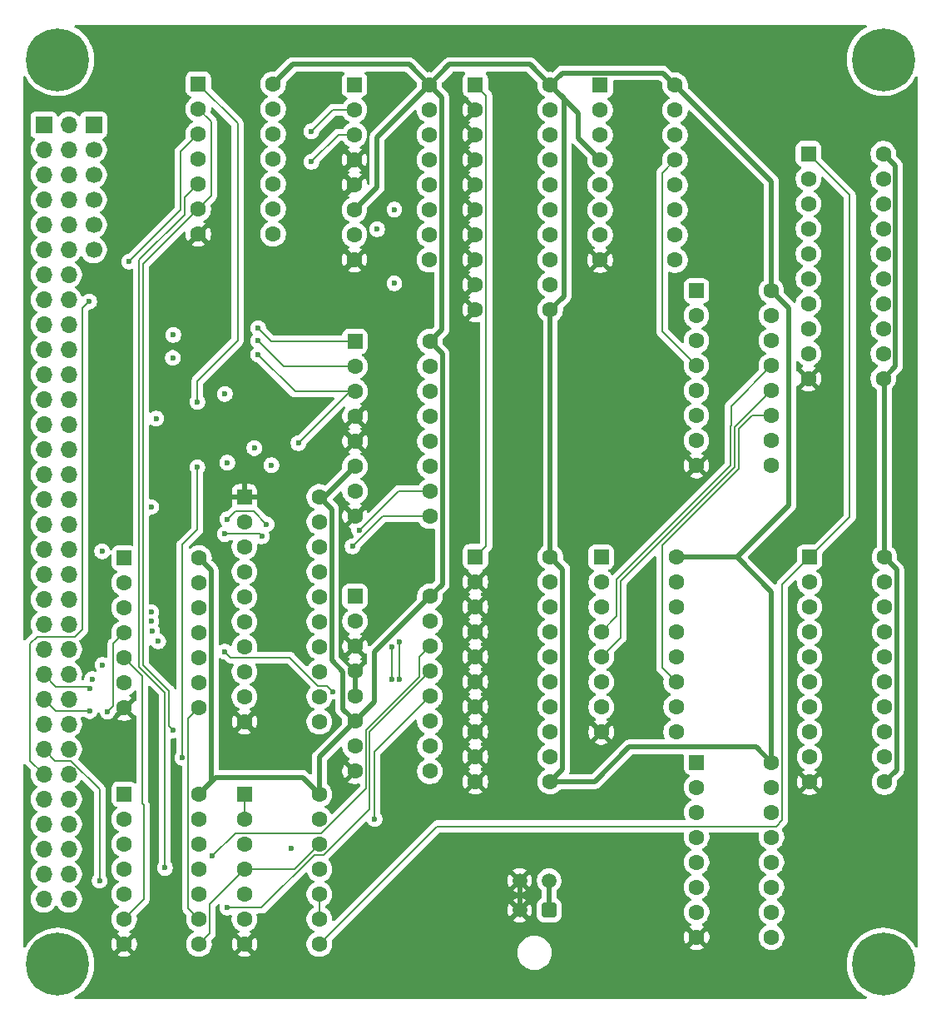
<source format=gbr>
%TF.GenerationSoftware,KiCad,Pcbnew,9.0.4*%
%TF.CreationDate,2025-09-05T01:15:07-04:00*%
%TF.ProjectId,tta8_cu_async,74746138-5f63-4755-9f61-73796e632e6b,0*%
%TF.SameCoordinates,Original*%
%TF.FileFunction,Copper,L1,Top*%
%TF.FilePolarity,Positive*%
%FSLAX46Y46*%
G04 Gerber Fmt 4.6, Leading zero omitted, Abs format (unit mm)*
G04 Created by KiCad (PCBNEW 9.0.4) date 2025-09-05 01:15:07*
%MOMM*%
%LPD*%
G01*
G04 APERTURE LIST*
G04 Aperture macros list*
%AMRoundRect*
0 Rectangle with rounded corners*
0 $1 Rounding radius*
0 $2 $3 $4 $5 $6 $7 $8 $9 X,Y pos of 4 corners*
0 Add a 4 corners polygon primitive as box body*
4,1,4,$2,$3,$4,$5,$6,$7,$8,$9,$2,$3,0*
0 Add four circle primitives for the rounded corners*
1,1,$1+$1,$2,$3*
1,1,$1+$1,$4,$5*
1,1,$1+$1,$6,$7*
1,1,$1+$1,$8,$9*
0 Add four rect primitives between the rounded corners*
20,1,$1+$1,$2,$3,$4,$5,0*
20,1,$1+$1,$4,$5,$6,$7,0*
20,1,$1+$1,$6,$7,$8,$9,0*
20,1,$1+$1,$8,$9,$2,$3,0*%
G04 Aperture macros list end*
%TA.AperFunction,ComponentPad*%
%ADD10R,1.700000X1.700000*%
%TD*%
%TA.AperFunction,ComponentPad*%
%ADD11C,1.700000*%
%TD*%
%TA.AperFunction,ComponentPad*%
%ADD12RoundRect,0.250000X-0.550000X-0.550000X0.550000X-0.550000X0.550000X0.550000X-0.550000X0.550000X0*%
%TD*%
%TA.AperFunction,ComponentPad*%
%ADD13C,1.600000*%
%TD*%
%TA.AperFunction,ComponentPad*%
%ADD14C,6.400000*%
%TD*%
%TA.AperFunction,ComponentPad*%
%ADD15O,1.700000X1.700000*%
%TD*%
%TA.AperFunction,ComponentPad*%
%ADD16RoundRect,0.250001X0.499999X0.499999X-0.499999X0.499999X-0.499999X-0.499999X0.499999X-0.499999X0*%
%TD*%
%TA.AperFunction,ComponentPad*%
%ADD17C,1.500000*%
%TD*%
%TA.AperFunction,ViaPad*%
%ADD18C,0.600000*%
%TD*%
%TA.AperFunction,Conductor*%
%ADD19C,0.200000*%
%TD*%
%TA.AperFunction,Conductor*%
%ADD20C,0.500000*%
%TD*%
G04 APERTURE END LIST*
D10*
%TO.P,J2,1,Pin_1*%
%TO.N,srce0*%
X62650000Y-57645000D03*
D11*
%TO.P,J2,2,Pin_2*%
%TO.N,srce1*%
X62650000Y-60185000D03*
%TO.P,J2,3,Pin_3*%
%TO.N,srce2*%
X62650000Y-62725000D03*
%TO.P,J2,4,Pin_4*%
%TO.N,dste0*%
X62650000Y-65265000D03*
%TO.P,J2,5,Pin_5*%
%TO.N,dste1*%
X62650000Y-67805000D03*
%TO.P,J2,6,Pin_6*%
%TO.N,dste2*%
X62650000Y-70345000D03*
%TD*%
D12*
%TO.P,U5,1,A0*%
%TO.N,Net-(U4-Q6)*%
X89250000Y-105600000D03*
D13*
%TO.P,U5,2,A1*%
%TO.N,Net-(U4-Q7)*%
X89250000Y-108140000D03*
%TO.P,U5,3,A2*%
%TO.N,GND*%
X89250000Y-110680000D03*
%TO.P,U5,4,~{E1}*%
X89250000Y-113220000D03*
%TO.P,U5,5,~{E2}*%
X89250000Y-115760000D03*
%TO.P,U5,6,E3*%
%TO.N,+5V*%
X89250000Y-118300000D03*
%TO.P,U5,7,Y7*%
%TO.N,unconnected-(U5-Y7-Pad7)*%
X89250000Y-120840000D03*
%TO.P,U5,8,GND*%
%TO.N,GND*%
X89250000Y-123380000D03*
%TO.P,U5,9,Y6*%
%TO.N,unconnected-(U5-Y6-Pad9)*%
X96870000Y-123380000D03*
%TO.P,U5,10,Y5*%
%TO.N,unconnected-(U5-Y5-Pad10)*%
X96870000Y-120840000D03*
%TO.P,U5,11,Y4*%
%TO.N,unconnected-(U5-Y4-Pad11)*%
X96870000Y-118300000D03*
%TO.P,U5,12,Y3*%
%TO.N,MVI*%
X96870000Y-115760000D03*
%TO.P,U5,13,Y2*%
%TO.N,mvz*%
X96870000Y-113220000D03*
%TO.P,U5,14,Y1*%
%TO.N,mvc*%
X96870000Y-110680000D03*
%TO.P,U5,15,Y0*%
%TO.N,mv*%
X96870000Y-108140000D03*
%TO.P,U5,16,VCC*%
%TO.N,+5V*%
X96870000Y-105600000D03*
%TD*%
D14*
%TO.P,H3,1,1*%
%TO.N,unconnected-(H3-Pad1)*%
X59000000Y-143000000D03*
%TD*%
%TO.P,H2,1,1*%
%TO.N,unconnected-(H2-Pad1)*%
X143000000Y-51000000D03*
%TD*%
D12*
%TO.P,U13,1,OE*%
%TO.N,Net-(U13-OE)*%
X135380000Y-60570000D03*
D13*
%TO.P,U13,2,D0*%
%TO.N,a0*%
X135380000Y-63110000D03*
%TO.P,U13,3,D1*%
%TO.N,a1*%
X135380000Y-65650000D03*
%TO.P,U13,4,D2*%
%TO.N,a2*%
X135380000Y-68190000D03*
%TO.P,U13,5,D3*%
%TO.N,a3*%
X135380000Y-70730000D03*
%TO.P,U13,6,D4*%
%TO.N,a4*%
X135380000Y-73270000D03*
%TO.P,U13,7,D5*%
%TO.N,a5*%
X135380000Y-75810000D03*
%TO.P,U13,8,D6*%
%TO.N,a6*%
X135380000Y-78350000D03*
%TO.P,U13,9,D7*%
%TO.N,a7*%
X135380000Y-80890000D03*
%TO.P,U13,10,GND*%
%TO.N,GND*%
X135380000Y-83430000D03*
%TO.P,U13,11,Load*%
%TO.N,+5V*%
X143000000Y-83430000D03*
%TO.P,U13,12,Q7*%
%TO.N,A7*%
X143000000Y-80890000D03*
%TO.P,U13,13,Q6*%
%TO.N,A6*%
X143000000Y-78350000D03*
%TO.P,U13,14,Q5*%
%TO.N,A5*%
X143000000Y-75810000D03*
%TO.P,U13,15,Q4*%
%TO.N,A4*%
X143000000Y-73270000D03*
%TO.P,U13,16,Q3*%
%TO.N,A3*%
X143000000Y-70730000D03*
%TO.P,U13,17,Q2*%
%TO.N,A2*%
X143000000Y-68190000D03*
%TO.P,U13,18,Q1*%
%TO.N,A1*%
X143000000Y-65650000D03*
%TO.P,U13,19,Q0*%
%TO.N,A0*%
X143000000Y-63110000D03*
%TO.P,U13,20,VCC*%
%TO.N,+5V*%
X143000000Y-60570000D03*
%TD*%
D10*
%TO.P,J1,1,Pin_1*%
%TO.N,A0*%
X57570000Y-57645000D03*
D15*
%TO.P,J1,2,Pin_2*%
%TO.N,src0*%
X60110000Y-57645000D03*
%TO.P,J1,3,Pin_3*%
%TO.N,A1*%
X57570000Y-60185000D03*
%TO.P,J1,4,Pin_4*%
%TO.N,SRC1*%
X60110000Y-60185000D03*
%TO.P,J1,5,Pin_5*%
%TO.N,A2*%
X57570000Y-62725000D03*
%TO.P,J1,6,Pin_6*%
%TO.N,SRC2*%
X60110000Y-62725000D03*
%TO.P,J1,7,Pin_7*%
%TO.N,A3*%
X57570000Y-65265000D03*
%TO.P,J1,8,Pin_8*%
%TO.N,SRC3*%
X60110000Y-65265000D03*
%TO.P,J1,9,Pin_9*%
%TO.N,A4*%
X57570000Y-67805000D03*
%TO.P,J1,10,Pin_10*%
%TO.N,SRC4*%
X60110000Y-67805000D03*
%TO.P,J1,11,Pin_11*%
%TO.N,A5*%
X57570000Y-70345000D03*
%TO.P,J1,12,Pin_12*%
%TO.N,SRC5*%
X60110000Y-70345000D03*
%TO.P,J1,13,Pin_13*%
%TO.N,A6*%
X57570000Y-72885000D03*
%TO.P,J1,14,Pin_14*%
%TO.N,SRC6*%
X60110000Y-72885000D03*
%TO.P,J1,15,Pin_15*%
%TO.N,A7*%
X57570000Y-75425000D03*
%TO.P,J1,16,Pin_16*%
%TO.N,SRC7*%
X60110000Y-75425000D03*
%TO.P,J1,17,Pin_17*%
%TO.N,A8*%
X57570000Y-77965000D03*
%TO.P,J1,18,Pin_18*%
%TO.N,dst0*%
X60110000Y-77965000D03*
%TO.P,J1,19,Pin_19*%
%TO.N,A9*%
X57570000Y-80505000D03*
%TO.P,J1,20,Pin_20*%
%TO.N,DST1*%
X60110000Y-80505000D03*
%TO.P,J1,21,Pin_21*%
%TO.N,A10*%
X57570000Y-83045000D03*
%TO.P,J1,22,Pin_22*%
%TO.N,DST2*%
X60110000Y-83045000D03*
%TO.P,J1,23,Pin_23*%
%TO.N,A11*%
X57570000Y-85585000D03*
%TO.P,J1,24,Pin_24*%
%TO.N,DST3*%
X60110000Y-85585000D03*
%TO.P,J1,25,Pin_25*%
%TO.N,A12*%
X57570000Y-88125000D03*
%TO.P,J1,26,Pin_26*%
%TO.N,DST4*%
X60110000Y-88125000D03*
%TO.P,J1,27,Pin_27*%
%TO.N,A13*%
X57570000Y-90665000D03*
%TO.P,J1,28,Pin_28*%
%TO.N,DST5*%
X60110000Y-90665000D03*
%TO.P,J1,29,Pin_29*%
%TO.N,A14*%
X57570000Y-93205000D03*
%TO.P,J1,30,Pin_30*%
%TO.N,DST6*%
X60110000Y-93205000D03*
%TO.P,J1,31,Pin_31*%
%TO.N,A15*%
X57570000Y-95745000D03*
%TO.P,J1,32,Pin_32*%
%TO.N,DST7*%
X60110000Y-95745000D03*
%TO.P,J1,33,Pin_33*%
%TO.N,D0*%
X57570000Y-98285000D03*
%TO.P,J1,34,Pin_34*%
%TO.N,T0*%
X60110000Y-98285000D03*
%TO.P,J1,35,Pin_35*%
%TO.N,D1*%
X57570000Y-100825000D03*
%TO.P,J1,36,Pin_36*%
%TO.N,T1*%
X60110000Y-100825000D03*
%TO.P,J1,37,Pin_37*%
%TO.N,D2*%
X57570000Y-103365000D03*
%TO.P,J1,38,Pin_38*%
%TO.N,T2*%
X60110000Y-103365000D03*
%TO.P,J1,39,Pin_39*%
%TO.N,D3*%
X57570000Y-105905000D03*
%TO.P,J1,40,Pin_40*%
%TO.N,T3*%
X60110000Y-105905000D03*
%TO.P,J1,41,Pin_41*%
%TO.N,D4*%
X57570000Y-108445000D03*
%TO.P,J1,42,Pin_42*%
%TO.N,T4*%
X60110000Y-108445000D03*
%TO.P,J1,43,Pin_43*%
%TO.N,D5*%
X57570000Y-110985000D03*
%TO.P,J1,44,Pin_44*%
%TO.N,T5*%
X60110000Y-110985000D03*
%TO.P,J1,45,Pin_45*%
%TO.N,D6*%
X57570000Y-113525000D03*
%TO.P,J1,46,Pin_46*%
%TO.N,T6*%
X60110000Y-113525000D03*
%TO.P,J1,47,Pin_47*%
%TO.N,D7*%
X57570000Y-116065000D03*
%TO.P,J1,48,Pin_48*%
%TO.N,T7*%
X60110000Y-116065000D03*
%TO.P,J1,49,Pin_49*%
%TO.N,LDI*%
X57570000Y-118605000D03*
%TO.P,J1,50,Pin_50*%
%TO.N,T8*%
X60110000Y-118605000D03*
%TO.P,J1,51,Pin_51*%
%TO.N,EXC*%
X57570000Y-121145000D03*
%TO.P,J1,52,Pin_52*%
%TO.N,T9*%
X60110000Y-121145000D03*
%TO.P,J1,53,Pin_53*%
%TO.N,CLK*%
X57570000Y-123685000D03*
%TO.P,J1,54,Pin_54*%
%TO.N,T10*%
X60110000Y-123685000D03*
%TO.P,J1,55,Pin_55*%
%TO.N,{slash}R*%
X57570000Y-126225000D03*
%TO.P,J1,56,Pin_56*%
%TO.N,T11*%
X60110000Y-126225000D03*
%TO.P,J1,57,Pin_57*%
%TO.N,CARRY*%
X57570000Y-128765000D03*
%TO.P,J1,58,Pin_58*%
%TO.N,T12*%
X60110000Y-128765000D03*
%TO.P,J1,59,Pin_59*%
%TO.N,ZERO*%
X57570000Y-131305000D03*
%TO.P,J1,60,Pin_60*%
%TO.N,T13*%
X60110000Y-131305000D03*
%TO.P,J1,61,Pin_61*%
%TO.N,MOV*%
X57570000Y-133845000D03*
%TO.P,J1,62,Pin_62*%
%TO.N,T14*%
X60110000Y-133845000D03*
%TO.P,J1,63,Pin_63*%
%TO.N,MVI*%
X57570000Y-136385000D03*
%TO.P,J1,64,Pin_64*%
%TO.N,T15*%
X60110000Y-136385000D03*
%TD*%
D12*
%TO.P,U8,1,B*%
%TO.N,T1*%
X114195000Y-53610000D03*
D13*
%TO.P,U8,2,QB*%
%TO.N,a1*%
X114195000Y-56150000D03*
%TO.P,U8,3,QA*%
%TO.N,a0*%
X114195000Y-58690000D03*
%TO.P,U8,4,DOWN*%
%TO.N,+5V*%
X114195000Y-61230000D03*
%TO.P,U8,5,UP*%
%TO.N,LDI*%
X114195000Y-63770000D03*
%TO.P,U8,6,QC*%
%TO.N,a2*%
X114195000Y-66310000D03*
%TO.P,U8,7,QD*%
%TO.N,a3*%
X114195000Y-68850000D03*
%TO.P,U8,8,GND*%
%TO.N,GND*%
X114195000Y-71390000D03*
%TO.P,U8,9,D*%
%TO.N,T3*%
X121815000Y-71390000D03*
%TO.P,U8,10,C*%
%TO.N,T2*%
X121815000Y-68850000D03*
%TO.P,U8,11,~{LOAD}*%
%TO.N,Net-(U10-~{LOAD})*%
X121815000Y-66310000D03*
%TO.P,U8,12,~{CO}*%
%TO.N,Net-(U8-~{CO})*%
X121815000Y-63770000D03*
%TO.P,U8,13,~{BO}*%
%TO.N,Net-(U8-~{BO})*%
X121815000Y-61230000D03*
%TO.P,U8,14,CLR*%
%TO.N,R*%
X121815000Y-58690000D03*
%TO.P,U8,15,A*%
%TO.N,T0*%
X121815000Y-56150000D03*
%TO.P,U8,16,VCC*%
%TO.N,+5V*%
X121815000Y-53610000D03*
%TD*%
D12*
%TO.P,U9,1,B*%
%TO.N,T5*%
X123995000Y-74510000D03*
D13*
%TO.P,U9,2,QB*%
%TO.N,a5*%
X123995000Y-77050000D03*
%TO.P,U9,3,QA*%
%TO.N,a4*%
X123995000Y-79590000D03*
%TO.P,U9,4,DOWN*%
%TO.N,Net-(U8-~{BO})*%
X123995000Y-82130000D03*
%TO.P,U9,5,UP*%
%TO.N,Net-(U8-~{CO})*%
X123995000Y-84670000D03*
%TO.P,U9,6,QC*%
%TO.N,a6*%
X123995000Y-87210000D03*
%TO.P,U9,7,QD*%
%TO.N,a7*%
X123995000Y-89750000D03*
%TO.P,U9,8,GND*%
%TO.N,GND*%
X123995000Y-92290000D03*
%TO.P,U9,9,D*%
%TO.N,T7*%
X131615000Y-92290000D03*
%TO.P,U9,10,C*%
%TO.N,T6*%
X131615000Y-89750000D03*
%TO.P,U9,11,~{LOAD}*%
%TO.N,Net-(U10-~{LOAD})*%
X131615000Y-87210000D03*
%TO.P,U9,12,~{CO}*%
%TO.N,Net-(U10-UP)*%
X131615000Y-84670000D03*
%TO.P,U9,13,~{BO}*%
%TO.N,Net-(U10-DOWN)*%
X131615000Y-82130000D03*
%TO.P,U9,14,CLR*%
%TO.N,R*%
X131615000Y-79590000D03*
%TO.P,U9,15,A*%
%TO.N,T4*%
X131615000Y-77050000D03*
%TO.P,U9,16,VCC*%
%TO.N,+5V*%
X131615000Y-74510000D03*
%TD*%
D12*
%TO.P,U4,1,OE*%
%TO.N,GND*%
X78000000Y-95470000D03*
D13*
%TO.P,U4,2,D0*%
%TO.N,D0*%
X78000000Y-98010000D03*
%TO.P,U4,3,D1*%
%TO.N,D1*%
X78000000Y-100550000D03*
%TO.P,U4,4,D2*%
%TO.N,D2*%
X78000000Y-103090000D03*
%TO.P,U4,5,D3*%
%TO.N,D3*%
X78000000Y-105630000D03*
%TO.P,U4,6,D4*%
%TO.N,D4*%
X78000000Y-108170000D03*
%TO.P,U4,7,D5*%
%TO.N,D5*%
X78000000Y-110710000D03*
%TO.P,U4,8,D6*%
%TO.N,D6*%
X78000000Y-113250000D03*
%TO.P,U4,9,D7*%
%TO.N,D7*%
X78000000Y-115790000D03*
%TO.P,U4,10,GND*%
%TO.N,GND*%
X78000000Y-118330000D03*
%TO.P,U4,11,Load*%
%TO.N,LDI*%
X85620000Y-118330000D03*
%TO.P,U4,12,Q7*%
%TO.N,Net-(U4-Q7)*%
X85620000Y-115790000D03*
%TO.P,U4,13,Q6*%
%TO.N,Net-(U4-Q6)*%
X85620000Y-113250000D03*
%TO.P,U4,14,Q5*%
%TO.N,dste2*%
X85620000Y-110710000D03*
%TO.P,U4,15,Q4*%
%TO.N,dste1*%
X85620000Y-108170000D03*
%TO.P,U4,16,Q3*%
%TO.N,dste0*%
X85620000Y-105630000D03*
%TO.P,U4,17,Q2*%
%TO.N,srce2*%
X85620000Y-103090000D03*
%TO.P,U4,18,Q1*%
%TO.N,srce1*%
X85620000Y-100550000D03*
%TO.P,U4,19,Q0*%
%TO.N,srce0*%
X85620000Y-98010000D03*
%TO.P,U4,20,VCC*%
%TO.N,+5V*%
X85620000Y-95470000D03*
%TD*%
D14*
%TO.P,H1,1,1*%
%TO.N,unconnected-(H1-Pad1)*%
X59000000Y-51000000D03*
%TD*%
D12*
%TO.P,U3,1*%
%TO.N,CARRY*%
X65750000Y-125710000D03*
D13*
%TO.P,U3,2*%
%TO.N,mvc*%
X65750000Y-128250000D03*
%TO.P,U3,3*%
%TO.N,Net-(U2-Pad4)*%
X65750000Y-130790000D03*
%TO.P,U3,4*%
%TO.N,ZERO*%
X65750000Y-133330000D03*
%TO.P,U3,5*%
%TO.N,mvz*%
X65750000Y-135870000D03*
%TO.P,U3,6*%
%TO.N,Net-(U2-Pad5)*%
X65750000Y-138410000D03*
%TO.P,U3,7,GND*%
%TO.N,GND*%
X65750000Y-140950000D03*
%TO.P,U3,8*%
%TO.N,MOV*%
X73370000Y-140950000D03*
%TO.P,U3,9*%
%TO.N,Net-(U2-Pad8)*%
X73370000Y-138410000D03*
%TO.P,U3,10*%
%TO.N,EXC*%
X73370000Y-135870000D03*
%TO.P,U3,11*%
%TO.N,unconnected-(U3-Pad11)*%
X73370000Y-133330000D03*
%TO.P,U3,12*%
%TO.N,unconnected-(U3-Pad12)*%
X73370000Y-130790000D03*
%TO.P,U3,13*%
%TO.N,unconnected-(U3-Pad13)*%
X73370000Y-128250000D03*
%TO.P,U3,14,VCC*%
%TO.N,+5V*%
X73370000Y-125710000D03*
%TD*%
D12*
%TO.P,U1,1,~{R}*%
%TO.N,{slash}R*%
X73295000Y-53480000D03*
D13*
%TO.P,U1,2,D*%
%TO.N,LDI*%
X73295000Y-56020000D03*
%TO.P,U1,3,C*%
%TO.N,CLK*%
X73295000Y-58560000D03*
%TO.P,U1,4,~{S}*%
%TO.N,unconnected-(U1A-~{S}-Pad4)*%
X73295000Y-61100000D03*
%TO.P,U1,5,Q*%
%TO.N,EXC*%
X73295000Y-63640000D03*
%TO.P,U1,6,~{Q}*%
%TO.N,LDI*%
X73295000Y-66180000D03*
%TO.P,U1,7,GND*%
%TO.N,GND*%
X73295000Y-68720000D03*
%TO.P,U1,8,~{Q}*%
%TO.N,unconnected-(U1B-~{Q}-Pad8)*%
X80915000Y-68720000D03*
%TO.P,U1,9,Q*%
%TO.N,unconnected-(U1B-Q-Pad9)*%
X80915000Y-66180000D03*
%TO.P,U1,10,~{S}*%
%TO.N,unconnected-(U1B-~{S}-Pad10)*%
X80915000Y-63640000D03*
%TO.P,U1,11,C*%
%TO.N,unconnected-(U1B-C-Pad11)*%
X80915000Y-61100000D03*
%TO.P,U1,12,D*%
%TO.N,unconnected-(U1B-D-Pad12)*%
X80915000Y-58560000D03*
%TO.P,U1,13,~{R}*%
%TO.N,unconnected-(U1B-~{R}-Pad13)*%
X80915000Y-56020000D03*
%TO.P,U1,14,VCC*%
%TO.N,+5V*%
X80915000Y-53480000D03*
%TD*%
D12*
%TO.P,U7,1,A0*%
%TO.N,srce0*%
X89195000Y-53560000D03*
D13*
%TO.P,U7,2,A1*%
%TO.N,srce1*%
X89195000Y-56100000D03*
%TO.P,U7,3,A2*%
%TO.N,srce2*%
X89195000Y-58640000D03*
%TO.P,U7,4,~{E1}*%
%TO.N,GND*%
X89195000Y-61180000D03*
%TO.P,U7,5,~{E2}*%
X89195000Y-63720000D03*
%TO.P,U7,6,E3*%
%TO.N,+5V*%
X89195000Y-66260000D03*
%TO.P,U7,7,Y7*%
%TO.N,SRC7*%
X89195000Y-68800000D03*
%TO.P,U7,8,GND*%
%TO.N,GND*%
X89195000Y-71340000D03*
%TO.P,U7,9,Y6*%
%TO.N,SRC6*%
X96815000Y-71340000D03*
%TO.P,U7,10,Y5*%
%TO.N,SRC5*%
X96815000Y-68800000D03*
%TO.P,U7,11,Y4*%
%TO.N,SRC4*%
X96815000Y-66260000D03*
%TO.P,U7,12,Y3*%
%TO.N,SRC3*%
X96815000Y-63720000D03*
%TO.P,U7,13,Y2*%
%TO.N,SRC2*%
X96815000Y-61180000D03*
%TO.P,U7,14,Y1*%
%TO.N,SRC1*%
X96815000Y-58640000D03*
%TO.P,U7,15,Y0*%
%TO.N,src0*%
X96815000Y-56100000D03*
%TO.P,U7,16,VCC*%
%TO.N,+5V*%
X96815000Y-53560000D03*
%TD*%
D12*
%TO.P,U10,1,B*%
%TO.N,T9*%
X114300000Y-101600000D03*
D13*
%TO.P,U10,2,QB*%
%TO.N,a9*%
X114300000Y-104140000D03*
%TO.P,U10,3,QA*%
%TO.N,a8*%
X114300000Y-106680000D03*
%TO.P,U10,4,DOWN*%
%TO.N,Net-(U10-DOWN)*%
X114300000Y-109220000D03*
%TO.P,U10,5,UP*%
%TO.N,Net-(U10-UP)*%
X114300000Y-111760000D03*
%TO.P,U10,6,QC*%
%TO.N,a10*%
X114300000Y-114300000D03*
%TO.P,U10,7,QD*%
%TO.N,a11*%
X114300000Y-116840000D03*
%TO.P,U10,8,GND*%
%TO.N,GND*%
X114300000Y-119380000D03*
%TO.P,U10,9,D*%
%TO.N,T11*%
X121920000Y-119380000D03*
%TO.P,U10,10,C*%
%TO.N,T10*%
X121920000Y-116840000D03*
%TO.P,U10,11,~{LOAD}*%
%TO.N,Net-(U10-~{LOAD})*%
X121920000Y-114300000D03*
%TO.P,U10,12,~{CO}*%
%TO.N,Net-(U10-~{CO})*%
X121920000Y-111760000D03*
%TO.P,U10,13,~{BO}*%
%TO.N,Net-(U10-~{BO})*%
X121920000Y-109220000D03*
%TO.P,U10,14,CLR*%
%TO.N,R*%
X121920000Y-106680000D03*
%TO.P,U10,15,A*%
%TO.N,T8*%
X121920000Y-104140000D03*
%TO.P,U10,16,VCC*%
%TO.N,+5V*%
X121920000Y-101600000D03*
%TD*%
D12*
%TO.P,U11,1,B*%
%TO.N,T13*%
X124000000Y-122460000D03*
D13*
%TO.P,U11,2,QB*%
%TO.N,a13*%
X124000000Y-125000000D03*
%TO.P,U11,3,QA*%
%TO.N,a12*%
X124000000Y-127540000D03*
%TO.P,U11,4,DOWN*%
%TO.N,Net-(U10-~{BO})*%
X124000000Y-130080000D03*
%TO.P,U11,5,UP*%
%TO.N,Net-(U10-~{CO})*%
X124000000Y-132620000D03*
%TO.P,U11,6,QC*%
%TO.N,a14*%
X124000000Y-135160000D03*
%TO.P,U11,7,QD*%
%TO.N,a15*%
X124000000Y-137700000D03*
%TO.P,U11,8,GND*%
%TO.N,GND*%
X124000000Y-140240000D03*
%TO.P,U11,9,D*%
%TO.N,T15*%
X131620000Y-140240000D03*
%TO.P,U11,10,C*%
%TO.N,T14*%
X131620000Y-137700000D03*
%TO.P,U11,11,~{LOAD}*%
%TO.N,Net-(U10-~{LOAD})*%
X131620000Y-135160000D03*
%TO.P,U11,12,~{CO}*%
%TO.N,unconnected-(U11-~{CO}-Pad12)*%
X131620000Y-132620000D03*
%TO.P,U11,13,~{BO}*%
%TO.N,unconnected-(U11-~{BO}-Pad13)*%
X131620000Y-130080000D03*
%TO.P,U11,14,CLR*%
%TO.N,R*%
X131620000Y-127540000D03*
%TO.P,U11,15,A*%
%TO.N,T12*%
X131620000Y-125000000D03*
%TO.P,U11,16,VCC*%
%TO.N,+5V*%
X131620000Y-122460000D03*
%TD*%
D12*
%TO.P,U2,1*%
%TO.N,unconnected-(U2-Pad1)*%
X65750000Y-101700000D03*
D13*
%TO.P,U2,2*%
%TO.N,unconnected-(U2-Pad2)*%
X65750000Y-104240000D03*
%TO.P,U2,3*%
%TO.N,unconnected-(U2-Pad3)*%
X65750000Y-106780000D03*
%TO.P,U2,4*%
%TO.N,Net-(U2-Pad4)*%
X65750000Y-109320000D03*
%TO.P,U2,5*%
%TO.N,Net-(U2-Pad5)*%
X65750000Y-111860000D03*
%TO.P,U2,6*%
%TO.N,Net-(U2-Pad6)*%
X65750000Y-114400000D03*
%TO.P,U2,7,GND*%
%TO.N,GND*%
X65750000Y-116940000D03*
%TO.P,U2,8*%
%TO.N,Net-(U2-Pad8)*%
X73370000Y-116940000D03*
%TO.P,U2,9*%
%TO.N,Net-(U2-Pad6)*%
X73370000Y-114400000D03*
%TO.P,U2,10*%
%TO.N,mv*%
X73370000Y-111860000D03*
%TO.P,U2,11*%
%TO.N,unconnected-(U2-Pad11)*%
X73370000Y-109320000D03*
%TO.P,U2,12*%
%TO.N,unconnected-(U2-Pad12)*%
X73370000Y-106780000D03*
%TO.P,U2,13*%
%TO.N,unconnected-(U2-Pad13)*%
X73370000Y-104240000D03*
%TO.P,U2,14,VCC*%
%TO.N,+5V*%
X73370000Y-101700000D03*
%TD*%
D12*
%TO.P,U6,1,A0*%
%TO.N,dste0*%
X89250000Y-79660000D03*
D13*
%TO.P,U6,2,A1*%
%TO.N,dste1*%
X89250000Y-82200000D03*
%TO.P,U6,3,A2*%
%TO.N,dste2*%
X89250000Y-84740000D03*
%TO.P,U6,4,~{E1}*%
%TO.N,GND*%
X89250000Y-87280000D03*
%TO.P,U6,5,~{E2}*%
X89250000Y-89820000D03*
%TO.P,U6,6,E3*%
%TO.N,+5V*%
X89250000Y-92360000D03*
%TO.P,U6,7,Y7*%
%TO.N,DST7*%
X89250000Y-94900000D03*
%TO.P,U6,8,GND*%
%TO.N,GND*%
X89250000Y-97440000D03*
%TO.P,U6,9,Y6*%
%TO.N,DST6*%
X96870000Y-97440000D03*
%TO.P,U6,10,Y5*%
%TO.N,DST5*%
X96870000Y-94900000D03*
%TO.P,U6,11,Y4*%
%TO.N,DST4*%
X96870000Y-92360000D03*
%TO.P,U6,12,Y3*%
%TO.N,DST3*%
X96870000Y-89820000D03*
%TO.P,U6,13,Y2*%
%TO.N,DST2*%
X96870000Y-87280000D03*
%TO.P,U6,14,Y1*%
%TO.N,DST1*%
X96870000Y-84740000D03*
%TO.P,U6,15,Y0*%
%TO.N,dst0*%
X96870000Y-82200000D03*
%TO.P,U6,16,VCC*%
%TO.N,+5V*%
X96870000Y-79660000D03*
%TD*%
D16*
%TO.P,J3,1,Pin_1*%
%TO.N,+5V*%
X109000000Y-137500000D03*
D17*
%TO.P,J3,2,Pin_2*%
%TO.N,GND*%
X106000000Y-137500000D03*
%TO.P,J3,3,Pin_3*%
%TO.N,+5V*%
X109000000Y-134500000D03*
%TO.P,J3,4,Pin_4*%
%TO.N,GND*%
X106000000Y-134500000D03*
%TD*%
D14*
%TO.P,H4,1,1*%
%TO.N,unconnected-(H4-Pad1)*%
X143000000Y-143000000D03*
%TD*%
D12*
%TO.P,U15,1,OE*%
%TO.N,Net-(U15-OE)*%
X101500000Y-53560000D03*
D13*
%TO.P,U15,2,D0*%
%TO.N,GND*%
X101500000Y-56100000D03*
%TO.P,U15,3,D1*%
X101500000Y-58640000D03*
%TO.P,U15,4,D2*%
X101500000Y-61180000D03*
%TO.P,U15,5,D3*%
X101500000Y-63720000D03*
%TO.P,U15,6,D4*%
X101500000Y-66260000D03*
%TO.P,U15,7,D5*%
X101500000Y-68800000D03*
%TO.P,U15,8,D6*%
X101500000Y-71340000D03*
%TO.P,U15,9,D7*%
X101500000Y-73880000D03*
%TO.P,U15,10,GND*%
X101500000Y-76420000D03*
%TO.P,U15,11,Load*%
%TO.N,+5V*%
X109120000Y-76420000D03*
%TO.P,U15,12,Q7*%
%TO.N,T7*%
X109120000Y-73880000D03*
%TO.P,U15,13,Q6*%
%TO.N,T6*%
X109120000Y-71340000D03*
%TO.P,U15,14,Q5*%
%TO.N,T5*%
X109120000Y-68800000D03*
%TO.P,U15,15,Q4*%
%TO.N,T4*%
X109120000Y-66260000D03*
%TO.P,U15,16,Q3*%
%TO.N,T3*%
X109120000Y-63720000D03*
%TO.P,U15,17,Q2*%
%TO.N,T2*%
X109120000Y-61180000D03*
%TO.P,U15,18,Q1*%
%TO.N,T1*%
X109120000Y-58640000D03*
%TO.P,U15,19,Q0*%
%TO.N,T0*%
X109120000Y-56100000D03*
%TO.P,U15,20,VCC*%
%TO.N,+5V*%
X109120000Y-53560000D03*
%TD*%
D12*
%TO.P,U14,1,OE*%
%TO.N,Net-(U13-OE)*%
X135500000Y-101620000D03*
D13*
%TO.P,U14,2,D0*%
%TO.N,a8*%
X135500000Y-104160000D03*
%TO.P,U14,3,D1*%
%TO.N,a9*%
X135500000Y-106700000D03*
%TO.P,U14,4,D2*%
%TO.N,a10*%
X135500000Y-109240000D03*
%TO.P,U14,5,D3*%
%TO.N,a11*%
X135500000Y-111780000D03*
%TO.P,U14,6,D4*%
%TO.N,a12*%
X135500000Y-114320000D03*
%TO.P,U14,7,D5*%
%TO.N,a13*%
X135500000Y-116860000D03*
%TO.P,U14,8,D6*%
%TO.N,a14*%
X135500000Y-119400000D03*
%TO.P,U14,9,D7*%
%TO.N,a15*%
X135500000Y-121940000D03*
%TO.P,U14,10,GND*%
%TO.N,GND*%
X135500000Y-124480000D03*
%TO.P,U14,11,Load*%
%TO.N,+5V*%
X143120000Y-124480000D03*
%TO.P,U14,12,Q7*%
%TO.N,A15*%
X143120000Y-121940000D03*
%TO.P,U14,13,Q6*%
%TO.N,A14*%
X143120000Y-119400000D03*
%TO.P,U14,14,Q5*%
%TO.N,A13*%
X143120000Y-116860000D03*
%TO.P,U14,15,Q4*%
%TO.N,A12*%
X143120000Y-114320000D03*
%TO.P,U14,16,Q3*%
%TO.N,A11*%
X143120000Y-111780000D03*
%TO.P,U14,17,Q2*%
%TO.N,A10*%
X143120000Y-109240000D03*
%TO.P,U14,18,Q1*%
%TO.N,A9*%
X143120000Y-106700000D03*
%TO.P,U14,19,Q0*%
%TO.N,A8*%
X143120000Y-104160000D03*
%TO.P,U14,20,VCC*%
%TO.N,+5V*%
X143120000Y-101620000D03*
%TD*%
D12*
%TO.P,U12,1*%
%TO.N,{slash}R*%
X78000000Y-125710000D03*
D13*
%TO.P,U12,2*%
X78000000Y-128250000D03*
%TO.P,U12,3*%
%TO.N,R*%
X78000000Y-130790000D03*
%TO.P,U12,4*%
%TO.N,MOV*%
X78000000Y-133330000D03*
%TO.P,U12,5*%
%TO.N,dst0*%
X78000000Y-135870000D03*
%TO.P,U12,6*%
%TO.N,Net-(U10-~{LOAD})*%
X78000000Y-138410000D03*
%TO.P,U12,7,GND*%
%TO.N,GND*%
X78000000Y-140950000D03*
%TO.P,U12,8*%
%TO.N,Net-(U13-OE)*%
X85620000Y-140950000D03*
%TO.P,U12,9*%
%TO.N,LDI*%
X85620000Y-138410000D03*
%TO.P,U12,10*%
X85620000Y-135870000D03*
%TO.P,U12,11*%
%TO.N,Net-(U15-OE)*%
X85620000Y-133330000D03*
%TO.P,U12,12*%
%TO.N,MOV*%
X85620000Y-130790000D03*
%TO.P,U12,13*%
%TO.N,src0*%
X85620000Y-128250000D03*
%TO.P,U12,14,VCC*%
%TO.N,+5V*%
X85620000Y-125710000D03*
%TD*%
D12*
%TO.P,U16,1,OE*%
%TO.N,Net-(U15-OE)*%
X101500000Y-101560000D03*
D13*
%TO.P,U16,2,D0*%
%TO.N,GND*%
X101500000Y-104100000D03*
%TO.P,U16,3,D1*%
X101500000Y-106640000D03*
%TO.P,U16,4,D2*%
X101500000Y-109180000D03*
%TO.P,U16,5,D3*%
X101500000Y-111720000D03*
%TO.P,U16,6,D4*%
X101500000Y-114260000D03*
%TO.P,U16,7,D5*%
X101500000Y-116800000D03*
%TO.P,U16,8,D6*%
X101500000Y-119340000D03*
%TO.P,U16,9,D7*%
X101500000Y-121880000D03*
%TO.P,U16,10,GND*%
X101500000Y-124420000D03*
%TO.P,U16,11,Load*%
%TO.N,+5V*%
X109120000Y-124420000D03*
%TO.P,U16,12,Q7*%
%TO.N,T15*%
X109120000Y-121880000D03*
%TO.P,U16,13,Q6*%
%TO.N,T14*%
X109120000Y-119340000D03*
%TO.P,U16,14,Q5*%
%TO.N,T13*%
X109120000Y-116800000D03*
%TO.P,U16,15,Q4*%
%TO.N,T12*%
X109120000Y-114260000D03*
%TO.P,U16,16,Q3*%
%TO.N,T11*%
X109120000Y-111720000D03*
%TO.P,U16,17,Q2*%
%TO.N,T10*%
X109120000Y-109180000D03*
%TO.P,U16,18,Q1*%
%TO.N,T9*%
X109120000Y-106640000D03*
%TO.P,U16,19,Q0*%
%TO.N,T8*%
X109120000Y-104100000D03*
%TO.P,U16,20,VCC*%
%TO.N,+5V*%
X109120000Y-101560000D03*
%TD*%
D18*
%TO.N,LDI*%
X70700000Y-119205000D03*
%TO.N,EXC*%
X69900000Y-133200000D03*
X63250000Y-134500000D03*
%TO.N,SRC5*%
X91500000Y-68250000D03*
%TO.N,D6*%
X62250000Y-115000000D03*
%TO.N,D1*%
X68500000Y-108100000D03*
%TO.N,DST6*%
X76000000Y-99250000D03*
X89000000Y-100500000D03*
X79750000Y-99500000D03*
%TO.N,src0*%
X93000000Y-110750000D03*
X93000000Y-114059000D03*
%TO.N,DST1*%
X70750000Y-79000000D03*
%TO.N,DST2*%
X70700000Y-81341000D03*
%TO.N,D7*%
X62250000Y-117250000D03*
%TO.N,D2*%
X68600000Y-109100000D03*
%TO.N,MVI*%
X91250000Y-128250000D03*
%TO.N,{slash}R*%
X73200000Y-92439000D03*
X71669000Y-122000000D03*
X73200000Y-85800000D03*
%TO.N,DST4*%
X79000000Y-90500000D03*
X69000000Y-87500000D03*
X76250000Y-92000000D03*
%TO.N,D4*%
X63555645Y-112555645D03*
%TO.N,DST3*%
X76000000Y-85000000D03*
%TO.N,dst0*%
X93797538Y-113996260D03*
X93750000Y-110250000D03*
X82750000Y-131250000D03*
%TO.N,D5*%
X62500000Y-114000000D03*
%TO.N,D3*%
X69214579Y-110159000D03*
%TO.N,D0*%
X68500000Y-107200000D03*
%TO.N,CLK*%
X62200000Y-75600000D03*
X66250000Y-71550000D03*
%TO.N,SRC6*%
X93250000Y-73750000D03*
%TO.N,DST7*%
X68500000Y-96500000D03*
X80750000Y-92250000D03*
X63500000Y-101000000D03*
%TO.N,DST5*%
X89689300Y-98889300D03*
X80250000Y-98250000D03*
X76250000Y-97750000D03*
%TO.N,SRC4*%
X93250000Y-66250000D03*
%TO.N,srce2*%
X84800000Y-61400000D03*
%TO.N,dste0*%
X79400000Y-78300000D03*
%TO.N,dste2*%
X83500000Y-90000000D03*
X79400000Y-81000000D03*
%TO.N,dste1*%
X79400000Y-79600000D03*
%TO.N,srce1*%
X84800000Y-58300000D03*
%TO.N,mv*%
X87004265Y-115259000D03*
X76000000Y-111211000D03*
%TO.N,Net-(U2-Pad4)*%
X64048265Y-117298265D03*
%TO.N,mvz*%
X76250000Y-137250000D03*
%TO.N,mvc*%
X74750000Y-132000000D03*
%TD*%
D19*
%TO.N,LDI*%
X85620000Y-138410000D02*
X85620000Y-135870000D01*
X73295000Y-66180000D02*
X67701000Y-71774000D01*
X74600000Y-64875000D02*
X74600000Y-57325000D01*
X73295000Y-66180000D02*
X74600000Y-64875000D01*
X67701000Y-112598950D02*
X70301000Y-115198950D01*
X70301000Y-115198950D02*
X70301000Y-118806000D01*
X67701000Y-71774000D02*
X67701000Y-112598950D01*
X74600000Y-57325000D02*
X73295000Y-56020000D01*
X70301000Y-118806000D02*
X70700000Y-119205000D01*
%TO.N,EXC*%
X71901000Y-65034000D02*
X71901000Y-66749000D01*
X71901000Y-66749000D02*
X67300000Y-71350000D01*
X69900000Y-115365050D02*
X69900000Y-133200000D01*
X58721000Y-122296000D02*
X57570000Y-121145000D01*
X60348760Y-122296000D02*
X58721000Y-122296000D01*
X67300000Y-71350000D02*
X67300000Y-112765050D01*
X63250000Y-125197240D02*
X60348760Y-122296000D01*
X73295000Y-63640000D02*
X71901000Y-65034000D01*
X67300000Y-112765050D02*
X69900000Y-115365050D01*
X63250000Y-134500000D02*
X63250000Y-125197240D01*
%TO.N,D6*%
X62250000Y-115000000D02*
X62000000Y-114750000D01*
X62000000Y-114750000D02*
X58795000Y-114750000D01*
X58795000Y-114750000D02*
X57570000Y-113525000D01*
%TO.N,DST6*%
X79500000Y-99250000D02*
X76000000Y-99250000D01*
X89000000Y-100500000D02*
X92060000Y-97440000D01*
X79750000Y-99500000D02*
X79500000Y-99250000D01*
X92060000Y-97440000D02*
X96870000Y-97440000D01*
%TO.N,src0*%
X93000000Y-110750000D02*
X93000000Y-114059000D01*
%TO.N,D7*%
X58755000Y-117250000D02*
X57570000Y-116065000D01*
X62250000Y-117250000D02*
X58755000Y-117250000D01*
%TO.N,MVI*%
X91250000Y-128250000D02*
X91250000Y-121380000D01*
X91250000Y-121380000D02*
X96870000Y-115760000D01*
%TO.N,{slash}R*%
X77300000Y-57485000D02*
X73295000Y-53480000D01*
X71700000Y-121969000D02*
X71700000Y-100300000D01*
X73200000Y-83700000D02*
X77300000Y-79600000D01*
X73200000Y-92439000D02*
X73200000Y-98800000D01*
X71669000Y-122000000D02*
X71700000Y-121969000D01*
X77300000Y-79600000D02*
X77300000Y-57485000D01*
X78000000Y-125710000D02*
X78000000Y-128250000D01*
X73200000Y-83700000D02*
X73200000Y-85800000D01*
X71700000Y-100300000D02*
X73200000Y-98800000D01*
%TO.N,dst0*%
X93750000Y-113948722D02*
X93797538Y-113996260D01*
X93750000Y-110250000D02*
X93750000Y-113948722D01*
%TO.N,CLK*%
X61500000Y-76300000D02*
X62200000Y-75600000D01*
X71500000Y-66300000D02*
X71500000Y-60355000D01*
X56200000Y-110400000D02*
X56900000Y-109700000D01*
X57570000Y-123685000D02*
X56200000Y-122315000D01*
X61500000Y-108920760D02*
X61500000Y-76300000D01*
X71500000Y-60355000D02*
X73295000Y-58560000D01*
X66250000Y-71550000D02*
X71500000Y-66300000D01*
X56200000Y-122315000D02*
X56200000Y-110400000D01*
X60720760Y-109700000D02*
X61500000Y-108920760D01*
X56900000Y-109700000D02*
X60720760Y-109700000D01*
%TO.N,MOV*%
X83080000Y-133330000D02*
X85620000Y-130790000D01*
X74471000Y-139849000D02*
X73370000Y-140950000D01*
X74471000Y-136859000D02*
X74471000Y-139849000D01*
X78000000Y-133330000D02*
X74471000Y-136859000D01*
X78000000Y-133330000D02*
X83080000Y-133330000D01*
%TO.N,DST5*%
X78909000Y-96909000D02*
X77091000Y-96909000D01*
X93678599Y-94900000D02*
X96870000Y-94900000D01*
X89689300Y-98889300D02*
X93678599Y-94900000D01*
X77091000Y-96909000D02*
X76250000Y-97750000D01*
X80250000Y-98250000D02*
X78909000Y-96909000D01*
D20*
%TO.N,GND*%
X89250000Y-113220000D02*
X89250000Y-115760000D01*
X106000000Y-134500000D02*
X106000000Y-137500000D01*
%TO.N,+5V*%
X85620000Y-95470000D02*
X86140000Y-95470000D01*
X82895000Y-51500000D02*
X94755000Y-51500000D01*
X109120000Y-53560000D02*
X110321000Y-52359000D01*
X98875000Y-51500000D02*
X107060000Y-51500000D01*
X98066000Y-78464000D02*
X96870000Y-79660000D01*
X96815000Y-53560000D02*
X98875000Y-51500000D01*
X73370000Y-125710000D02*
X75080000Y-124000000D01*
X131615000Y-74510000D02*
X133400000Y-76295000D01*
X120564000Y-52359000D02*
X121815000Y-53610000D01*
X110321000Y-52359000D02*
X120564000Y-52359000D01*
X86871000Y-96721000D02*
X85620000Y-95470000D01*
X98121000Y-80911000D02*
X98121000Y-104349000D01*
X85620000Y-121930000D02*
X89250000Y-118300000D01*
X96815000Y-53560000D02*
X91500000Y-58875000D01*
X133400000Y-76295000D02*
X133400000Y-96300000D01*
X131620000Y-122460000D02*
X130060000Y-120900000D01*
X86140000Y-95470000D02*
X89250000Y-92360000D01*
X144251000Y-82179000D02*
X143000000Y-83430000D01*
X110500000Y-54940000D02*
X110500000Y-75040000D01*
X121815000Y-53610000D02*
X131615000Y-63410000D01*
X117163075Y-120900000D02*
X113643075Y-124420000D01*
X73370000Y-101700000D02*
X74621000Y-102951000D01*
X87999000Y-113249000D02*
X86871000Y-112121000D01*
X80915000Y-53480000D02*
X82895000Y-51500000D01*
X107060000Y-51500000D02*
X109120000Y-53560000D01*
X98066000Y-54811000D02*
X98066000Y-78464000D01*
X112000000Y-59035000D02*
X114195000Y-61230000D01*
X110371000Y-123169000D02*
X109120000Y-124420000D01*
X94755000Y-51500000D02*
X96815000Y-53560000D01*
X109000000Y-134500000D02*
X109000000Y-137500000D01*
X133400000Y-96300000D02*
X128100000Y-101600000D01*
X144371000Y-102871000D02*
X144371000Y-123229000D01*
X91500000Y-58875000D02*
X91500000Y-63955000D01*
X109120000Y-53560000D02*
X110500000Y-54940000D01*
X128100000Y-101600000D02*
X131620000Y-105120000D01*
X91500000Y-63955000D02*
X89195000Y-66260000D01*
X144371000Y-123229000D02*
X143120000Y-124480000D01*
X91250000Y-111220000D02*
X91250000Y-116300000D01*
X98121000Y-104349000D02*
X96870000Y-105600000D01*
X91250000Y-116300000D02*
X89250000Y-118300000D01*
X109120000Y-76420000D02*
X109120000Y-101560000D01*
X109120000Y-101560000D02*
X110371000Y-102811000D01*
X144251000Y-61821000D02*
X144251000Y-82179000D01*
X74621000Y-102951000D02*
X74621000Y-124459000D01*
X89250000Y-118300000D02*
X87999000Y-117049000D01*
X143000000Y-60570000D02*
X144251000Y-61821000D01*
X96870000Y-79660000D02*
X98121000Y-80911000D01*
X110500000Y-75040000D02*
X109120000Y-76420000D01*
X143120000Y-84120000D02*
X143120000Y-101620000D01*
X86871000Y-112121000D02*
X86871000Y-96721000D01*
X109120000Y-53560000D02*
X112000000Y-56440000D01*
X113643075Y-124420000D02*
X109120000Y-124420000D01*
X110371000Y-102811000D02*
X110371000Y-123169000D01*
X85620000Y-125710000D02*
X85620000Y-121930000D01*
X128100000Y-101600000D02*
X121920000Y-101600000D01*
X130060000Y-120900000D02*
X117163075Y-120900000D01*
X143000000Y-84000000D02*
X143120000Y-84120000D01*
X112000000Y-56440000D02*
X112000000Y-59035000D01*
X75080000Y-124000000D02*
X83910000Y-124000000D01*
X131615000Y-63410000D02*
X131615000Y-74510000D01*
X131620000Y-105120000D02*
X131620000Y-122460000D01*
X74621000Y-124459000D02*
X73370000Y-125710000D01*
X96870000Y-105600000D02*
X91250000Y-111220000D01*
X96815000Y-53560000D02*
X98066000Y-54811000D01*
X143120000Y-101620000D02*
X144371000Y-102871000D01*
X143000000Y-83430000D02*
X143000000Y-84000000D01*
X83910000Y-124000000D02*
X85620000Y-125710000D01*
X87999000Y-117049000D02*
X87999000Y-113249000D01*
D19*
%TO.N,srce2*%
X84800000Y-61400000D02*
X87560000Y-58640000D01*
X87560000Y-58640000D02*
X89195000Y-58640000D01*
%TO.N,dste0*%
X79400000Y-78300000D02*
X80760000Y-79660000D01*
X80760000Y-79660000D02*
X89250000Y-79660000D01*
%TO.N,dste2*%
X79400000Y-81000000D02*
X83140000Y-84740000D01*
X83140000Y-84740000D02*
X89250000Y-84740000D01*
X88760000Y-84740000D02*
X83500000Y-90000000D01*
X89250000Y-84740000D02*
X88760000Y-84740000D01*
%TO.N,dste1*%
X79400000Y-79600000D02*
X82000000Y-82200000D01*
X82000000Y-82200000D02*
X89250000Y-82200000D01*
%TO.N,srce1*%
X87000000Y-56100000D02*
X89195000Y-56100000D01*
X84800000Y-58300000D02*
X87000000Y-56100000D01*
%TO.N,mv*%
X86434265Y-114689000D02*
X87004265Y-115259000D01*
X76600000Y-111811000D02*
X82623950Y-111811000D01*
X82623950Y-111811000D02*
X85501950Y-114689000D01*
X85501950Y-114689000D02*
X86434265Y-114689000D01*
X76000000Y-111211000D02*
X76600000Y-111811000D01*
%TO.N,Net-(U2-Pad4)*%
X64649000Y-110421000D02*
X65750000Y-109320000D01*
X64649000Y-116697530D02*
X64649000Y-110421000D01*
X64048265Y-117298265D02*
X64649000Y-116697530D01*
%TO.N,mvz*%
X86076050Y-131891000D02*
X85086100Y-131891000D01*
X90752000Y-127215050D02*
X86076050Y-131891000D01*
X90752000Y-119338000D02*
X90752000Y-127215050D01*
X85086100Y-131891000D02*
X79727100Y-137250000D01*
X79727100Y-137250000D02*
X76250000Y-137250000D01*
X96870000Y-113220000D02*
X90752000Y-119338000D01*
%TO.N,mvc*%
X95769000Y-111781000D02*
X95769000Y-113753900D01*
X96870000Y-110680000D02*
X95769000Y-111781000D01*
X77061000Y-129689000D02*
X74750000Y-132000000D01*
X90351000Y-119171900D02*
X90351000Y-125149000D01*
X95769000Y-113753900D02*
X90351000Y-119171900D01*
X90351000Y-125149000D02*
X85811000Y-129689000D01*
X85811000Y-129689000D02*
X77061000Y-129689000D01*
%TO.N,Net-(U2-Pad5)*%
X67599000Y-126666100D02*
X67750000Y-126817100D01*
X67599000Y-126333900D02*
X67599000Y-126468100D01*
X67750000Y-136410000D02*
X65750000Y-138410000D01*
X65750000Y-111860000D02*
X67599000Y-113709000D01*
X67750000Y-126817100D02*
X67750000Y-136410000D01*
X67599000Y-126468100D02*
X67599000Y-126666100D01*
X67599000Y-113709000D02*
X67599000Y-126333900D01*
%TO.N,Net-(U2-Pad8)*%
X73370000Y-116940000D02*
X72269000Y-118041000D01*
X72269000Y-118041000D02*
X72269000Y-137309000D01*
X72269000Y-137309000D02*
X73370000Y-138410000D01*
%TO.N,Net-(U10-UP)*%
X127900000Y-88385000D02*
X127900000Y-92467100D01*
X127900000Y-92467100D02*
X116301000Y-104066100D01*
X131615000Y-84670000D02*
X127900000Y-88385000D01*
X116301000Y-104066100D02*
X116301000Y-109759000D01*
X116301000Y-109759000D02*
X114300000Y-111760000D01*
%TO.N,Net-(U10-DOWN)*%
X127500000Y-88217900D02*
X127499000Y-88218900D01*
X115900000Y-107620000D02*
X114300000Y-109220000D01*
X127500000Y-86245000D02*
X127500000Y-88217900D01*
X127499000Y-92301000D02*
X115900000Y-103900000D01*
X131615000Y-82130000D02*
X127500000Y-86245000D01*
X115900000Y-103900000D02*
X115900000Y-107620000D01*
X127499000Y-88218900D02*
X127499000Y-92301000D01*
%TO.N,Net-(U10-~{LOAD})*%
X120500000Y-112880000D02*
X121920000Y-114300000D01*
X128301000Y-88551100D02*
X128301000Y-92633200D01*
X131615000Y-87210000D02*
X129642100Y-87210000D01*
X129642100Y-87210000D02*
X128301000Y-88551100D01*
X120500000Y-100434200D02*
X120500000Y-112880000D01*
X128301000Y-92633200D02*
X120500000Y-100434200D01*
%TO.N,Net-(U8-~{BO})*%
X120500000Y-78635000D02*
X123995000Y-82130000D01*
X121815000Y-61230000D02*
X120500000Y-62545000D01*
X120500000Y-62545000D02*
X120500000Y-78635000D01*
%TO.N,Net-(U13-OE)*%
X132721000Y-104399000D02*
X132721000Y-128334050D01*
X132076050Y-128979000D02*
X97591000Y-128979000D01*
X132721000Y-128334050D02*
X132076050Y-128979000D01*
X135500000Y-101620000D02*
X132721000Y-104399000D01*
X97591000Y-128979000D02*
X85620000Y-140950000D01*
X135380000Y-60570000D02*
X139600000Y-64790000D01*
X139600000Y-97520000D02*
X135500000Y-101620000D01*
X139600000Y-64790000D02*
X139600000Y-97520000D01*
%TO.N,Net-(U15-OE)*%
X101500000Y-101560000D02*
X102601000Y-100459000D01*
X102601000Y-100459000D02*
X102601000Y-54661000D01*
X102601000Y-54661000D02*
X101500000Y-53560000D01*
%TD*%
%TA.AperFunction,Conductor*%
%TO.N,GND*%
G36*
X141269031Y-47520185D02*
G01*
X141314786Y-47572989D01*
X141324730Y-47642147D01*
X141295705Y-47705703D01*
X141260445Y-47733858D01*
X141095279Y-47822140D01*
X141095261Y-47822151D01*
X140792964Y-48024140D01*
X140792950Y-48024150D01*
X140511893Y-48254807D01*
X140254807Y-48511893D01*
X140024150Y-48792950D01*
X140024140Y-48792964D01*
X139822151Y-49095261D01*
X139822140Y-49095279D01*
X139650756Y-49415916D01*
X139650754Y-49415921D01*
X139511614Y-49751834D01*
X139406067Y-50099776D01*
X139406064Y-50099787D01*
X139335137Y-50456369D01*
X139307628Y-50735679D01*
X139303427Y-50778340D01*
X139299500Y-50818209D01*
X139299500Y-51181790D01*
X139335137Y-51543630D01*
X139406064Y-51900212D01*
X139406067Y-51900223D01*
X139511614Y-52248165D01*
X139650754Y-52584078D01*
X139650756Y-52584083D01*
X139822140Y-52904720D01*
X139822151Y-52904738D01*
X140024140Y-53207035D01*
X140024150Y-53207049D01*
X140254807Y-53488106D01*
X140511893Y-53745192D01*
X140511898Y-53745196D01*
X140511899Y-53745197D01*
X140792956Y-53975854D01*
X141095268Y-54177853D01*
X141095277Y-54177858D01*
X141095279Y-54177859D01*
X141415916Y-54349243D01*
X141415918Y-54349243D01*
X141415924Y-54349247D01*
X141751836Y-54488386D01*
X142099767Y-54593930D01*
X142099773Y-54593931D01*
X142099776Y-54593932D01*
X142099787Y-54593935D01*
X142456369Y-54664862D01*
X142818206Y-54700500D01*
X142818209Y-54700500D01*
X143181791Y-54700500D01*
X143181794Y-54700500D01*
X143543631Y-54664862D01*
X143613045Y-54651054D01*
X143900212Y-54593935D01*
X143900223Y-54593932D01*
X143900223Y-54593931D01*
X143900233Y-54593930D01*
X144248164Y-54488386D01*
X144584076Y-54349247D01*
X144904732Y-54177853D01*
X145207044Y-53975854D01*
X145488101Y-53745197D01*
X145745197Y-53488101D01*
X145975854Y-53207044D01*
X146177853Y-52904732D01*
X146266142Y-52739555D01*
X146315104Y-52689711D01*
X146383242Y-52674250D01*
X146448921Y-52698082D01*
X146491290Y-52753639D01*
X146499500Y-52798008D01*
X146499500Y-141201991D01*
X146479815Y-141269030D01*
X146427011Y-141314785D01*
X146357853Y-141324729D01*
X146294297Y-141295704D01*
X146266142Y-141260444D01*
X146177859Y-141095279D01*
X146177858Y-141095277D01*
X146177853Y-141095268D01*
X145975854Y-140792956D01*
X145745197Y-140511899D01*
X145745196Y-140511898D01*
X145745192Y-140511893D01*
X145488106Y-140254807D01*
X145207049Y-140024150D01*
X145207048Y-140024149D01*
X145207044Y-140024146D01*
X144904732Y-139822147D01*
X144904727Y-139822144D01*
X144904720Y-139822140D01*
X144584083Y-139650756D01*
X144584078Y-139650754D01*
X144514179Y-139621801D01*
X144387950Y-139569515D01*
X144248165Y-139511614D01*
X143900223Y-139406067D01*
X143900212Y-139406064D01*
X143543630Y-139335137D01*
X143271111Y-139308296D01*
X143181794Y-139299500D01*
X142818206Y-139299500D01*
X142735679Y-139307628D01*
X142456369Y-139335137D01*
X142099787Y-139406064D01*
X142099776Y-139406067D01*
X141751834Y-139511614D01*
X141415921Y-139650754D01*
X141415916Y-139650756D01*
X141095279Y-139822140D01*
X141095261Y-139822151D01*
X140792964Y-140024140D01*
X140792950Y-140024150D01*
X140511893Y-140254807D01*
X140254807Y-140511893D01*
X140024150Y-140792950D01*
X140024140Y-140792964D01*
X139822151Y-141095261D01*
X139822140Y-141095279D01*
X139650756Y-141415916D01*
X139650754Y-141415921D01*
X139511614Y-141751834D01*
X139406067Y-142099776D01*
X139406064Y-142099787D01*
X139335137Y-142456369D01*
X139321396Y-142595890D01*
X139301824Y-142794617D01*
X139299500Y-142818209D01*
X139299500Y-143181790D01*
X139335137Y-143543630D01*
X139406064Y-143900212D01*
X139406067Y-143900223D01*
X139511614Y-144248165D01*
X139650754Y-144584078D01*
X139650756Y-144584083D01*
X139822140Y-144904720D01*
X139822151Y-144904738D01*
X140024140Y-145207035D01*
X140024150Y-145207049D01*
X140254807Y-145488106D01*
X140511893Y-145745192D01*
X140511898Y-145745196D01*
X140511899Y-145745197D01*
X140792956Y-145975854D01*
X141095268Y-146177853D01*
X141095277Y-146177858D01*
X141095279Y-146177859D01*
X141260445Y-146266142D01*
X141310289Y-146315104D01*
X141325750Y-146383242D01*
X141301918Y-146448921D01*
X141246361Y-146491290D01*
X141201992Y-146499500D01*
X60798008Y-146499500D01*
X60730969Y-146479815D01*
X60685214Y-146427011D01*
X60675270Y-146357853D01*
X60704295Y-146294297D01*
X60739555Y-146266142D01*
X60785286Y-146241698D01*
X60904732Y-146177853D01*
X61207044Y-145975854D01*
X61488101Y-145745197D01*
X61745197Y-145488101D01*
X61975854Y-145207044D01*
X62177853Y-144904732D01*
X62349247Y-144584076D01*
X62488386Y-144248164D01*
X62593930Y-143900233D01*
X62593932Y-143900223D01*
X62593935Y-143900212D01*
X62664862Y-143543630D01*
X62671015Y-143481157D01*
X62700500Y-143181794D01*
X62700500Y-142818206D01*
X62664862Y-142456369D01*
X62650445Y-142383887D01*
X62593935Y-142099787D01*
X62593929Y-142099763D01*
X62587578Y-142078829D01*
X62488386Y-141751836D01*
X62349247Y-141415924D01*
X62315232Y-141352287D01*
X62177859Y-141095279D01*
X62177858Y-141095277D01*
X62177853Y-141095268D01*
X61975854Y-140792956D01*
X61745197Y-140511899D01*
X61745196Y-140511898D01*
X61745192Y-140511893D01*
X61488106Y-140254807D01*
X61207049Y-140024150D01*
X61207048Y-140024149D01*
X61207044Y-140024146D01*
X60904732Y-139822147D01*
X60904727Y-139822144D01*
X60904720Y-139822140D01*
X60584083Y-139650756D01*
X60584078Y-139650754D01*
X60514179Y-139621801D01*
X60387950Y-139569515D01*
X60248165Y-139511614D01*
X59900223Y-139406067D01*
X59900212Y-139406064D01*
X59543630Y-139335137D01*
X59271111Y-139308296D01*
X59181794Y-139299500D01*
X58818206Y-139299500D01*
X58735679Y-139307628D01*
X58456369Y-139335137D01*
X58099787Y-139406064D01*
X58099776Y-139406067D01*
X57751834Y-139511614D01*
X57415921Y-139650754D01*
X57415916Y-139650756D01*
X57095279Y-139822140D01*
X57095261Y-139822151D01*
X56792964Y-140024140D01*
X56792950Y-140024150D01*
X56511893Y-140254807D01*
X56254807Y-140511893D01*
X56024150Y-140792950D01*
X56024140Y-140792964D01*
X55822151Y-141095261D01*
X55822140Y-141095279D01*
X55733858Y-141260444D01*
X55684896Y-141310289D01*
X55616758Y-141325749D01*
X55551078Y-141301917D01*
X55508710Y-141246360D01*
X55500500Y-141201991D01*
X55500500Y-122763627D01*
X55506770Y-122742273D01*
X55508399Y-122720078D01*
X55516422Y-122709400D01*
X55520185Y-122696588D01*
X55537002Y-122682015D01*
X55550374Y-122664222D01*
X55562897Y-122659577D01*
X55572989Y-122650833D01*
X55595017Y-122647665D01*
X55615884Y-122639927D01*
X55628927Y-122642789D01*
X55642147Y-122640889D01*
X55662390Y-122650134D01*
X55684129Y-122654905D01*
X55696982Y-122665931D01*
X55705703Y-122669914D01*
X55712344Y-122676109D01*
X55718869Y-122682659D01*
X55719480Y-122683716D01*
X55831284Y-122795520D01*
X55831286Y-122795521D01*
X55838518Y-122802753D01*
X56236241Y-123200476D01*
X56269726Y-123261799D01*
X56266492Y-123326473D01*
X56252753Y-123368757D01*
X56234762Y-123482351D01*
X56219500Y-123578713D01*
X56219500Y-123791287D01*
X56225037Y-123826243D01*
X56249542Y-123980968D01*
X56252754Y-124001243D01*
X56312282Y-124184451D01*
X56318444Y-124203414D01*
X56414951Y-124392820D01*
X56539890Y-124564786D01*
X56690213Y-124715109D01*
X56862182Y-124840050D01*
X56870946Y-124844516D01*
X56921742Y-124892491D01*
X56938536Y-124960312D01*
X56915998Y-125026447D01*
X56870946Y-125065484D01*
X56862182Y-125069949D01*
X56690213Y-125194890D01*
X56539890Y-125345213D01*
X56414951Y-125517179D01*
X56318444Y-125706585D01*
X56252753Y-125908760D01*
X56219500Y-126118713D01*
X56219500Y-126331286D01*
X56249075Y-126518019D01*
X56252754Y-126541243D01*
X56316698Y-126738043D01*
X56318444Y-126743414D01*
X56414950Y-126932818D01*
X56539890Y-127104786D01*
X56690213Y-127255109D01*
X56862182Y-127380050D01*
X56870946Y-127384516D01*
X56921742Y-127432491D01*
X56938536Y-127500312D01*
X56915998Y-127566447D01*
X56870946Y-127605484D01*
X56862182Y-127609949D01*
X56690213Y-127734890D01*
X56539890Y-127885213D01*
X56414951Y-128057179D01*
X56318444Y-128246585D01*
X56252753Y-128448760D01*
X56219500Y-128658713D01*
X56219500Y-128871286D01*
X56251284Y-129071966D01*
X56252754Y-129081243D01*
X56313196Y-129267265D01*
X56318444Y-129283414D01*
X56414951Y-129472820D01*
X56539890Y-129644786D01*
X56690213Y-129795109D01*
X56862182Y-129920050D01*
X56870946Y-129924516D01*
X56921742Y-129972491D01*
X56938536Y-130040312D01*
X56915998Y-130106447D01*
X56870946Y-130145484D01*
X56862182Y-130149949D01*
X56690213Y-130274890D01*
X56539890Y-130425213D01*
X56414951Y-130597179D01*
X56318444Y-130786585D01*
X56252753Y-130988760D01*
X56236000Y-131094534D01*
X56219500Y-131198713D01*
X56219500Y-131411287D01*
X56252754Y-131621243D01*
X56304976Y-131781966D01*
X56318444Y-131823414D01*
X56414951Y-132012820D01*
X56539890Y-132184786D01*
X56690213Y-132335109D01*
X56862182Y-132460050D01*
X56870946Y-132464516D01*
X56921742Y-132512491D01*
X56938536Y-132580312D01*
X56915998Y-132646447D01*
X56870946Y-132685484D01*
X56862182Y-132689949D01*
X56690213Y-132814890D01*
X56539890Y-132965213D01*
X56414951Y-133137179D01*
X56318444Y-133326585D01*
X56252753Y-133528760D01*
X56227951Y-133685354D01*
X56219500Y-133738713D01*
X56219500Y-133951287D01*
X56227295Y-134000500D01*
X56246352Y-134120827D01*
X56252754Y-134161243D01*
X56304976Y-134321966D01*
X56318444Y-134363414D01*
X56414951Y-134552820D01*
X56539890Y-134724786D01*
X56690213Y-134875109D01*
X56862182Y-135000050D01*
X56870946Y-135004516D01*
X56921742Y-135052491D01*
X56938536Y-135120312D01*
X56915998Y-135186447D01*
X56870946Y-135225484D01*
X56862182Y-135229949D01*
X56690213Y-135354890D01*
X56539890Y-135505213D01*
X56414951Y-135677179D01*
X56318444Y-135866585D01*
X56252753Y-136068760D01*
X56220832Y-136270300D01*
X56219500Y-136278713D01*
X56219500Y-136491287D01*
X56225845Y-136531345D01*
X56249494Y-136680664D01*
X56252754Y-136701243D01*
X56317572Y-136900732D01*
X56318444Y-136903414D01*
X56414951Y-137092820D01*
X56539890Y-137264786D01*
X56690213Y-137415109D01*
X56862179Y-137540048D01*
X56862181Y-137540049D01*
X56862184Y-137540051D01*
X57051588Y-137636557D01*
X57253757Y-137702246D01*
X57463713Y-137735500D01*
X57463714Y-137735500D01*
X57676286Y-137735500D01*
X57676287Y-137735500D01*
X57886243Y-137702246D01*
X58088412Y-137636557D01*
X58277816Y-137540051D01*
X58355651Y-137483501D01*
X58449786Y-137415109D01*
X58449788Y-137415106D01*
X58449792Y-137415104D01*
X58600104Y-137264792D01*
X58600106Y-137264788D01*
X58600109Y-137264786D01*
X58725048Y-137092820D01*
X58725047Y-137092820D01*
X58725051Y-137092816D01*
X58729514Y-137084054D01*
X58777488Y-137033259D01*
X58845308Y-137016463D01*
X58911444Y-137038999D01*
X58950486Y-137084056D01*
X58954951Y-137092820D01*
X59079890Y-137264786D01*
X59230213Y-137415109D01*
X59402179Y-137540048D01*
X59402181Y-137540049D01*
X59402184Y-137540051D01*
X59591588Y-137636557D01*
X59793757Y-137702246D01*
X60003713Y-137735500D01*
X60003714Y-137735500D01*
X60216286Y-137735500D01*
X60216287Y-137735500D01*
X60426243Y-137702246D01*
X60628412Y-137636557D01*
X60817816Y-137540051D01*
X60895651Y-137483501D01*
X60989786Y-137415109D01*
X60989788Y-137415106D01*
X60989792Y-137415104D01*
X61140104Y-137264792D01*
X61140106Y-137264788D01*
X61140109Y-137264786D01*
X61265048Y-137092820D01*
X61265047Y-137092820D01*
X61265051Y-137092816D01*
X61361557Y-136903412D01*
X61427246Y-136701243D01*
X61460500Y-136491287D01*
X61460500Y-136278713D01*
X61427246Y-136068757D01*
X61361557Y-135866588D01*
X61265051Y-135677184D01*
X61265049Y-135677181D01*
X61265048Y-135677179D01*
X61140109Y-135505213D01*
X60989786Y-135354890D01*
X60817820Y-135229951D01*
X60817115Y-135229591D01*
X60809054Y-135225485D01*
X60758259Y-135177512D01*
X60741463Y-135109692D01*
X60763999Y-135043556D01*
X60809054Y-135004515D01*
X60817816Y-135000051D01*
X60944374Y-134908102D01*
X60989786Y-134875109D01*
X60989788Y-134875106D01*
X60989792Y-134875104D01*
X61140104Y-134724792D01*
X61140106Y-134724788D01*
X61140109Y-134724786D01*
X61265048Y-134552820D01*
X61265047Y-134552820D01*
X61265051Y-134552816D01*
X61361557Y-134363412D01*
X61427246Y-134161243D01*
X61460500Y-133951287D01*
X61460500Y-133738713D01*
X61427246Y-133528757D01*
X61361557Y-133326588D01*
X61265051Y-133137184D01*
X61265049Y-133137181D01*
X61265048Y-133137179D01*
X61140109Y-132965213D01*
X60989786Y-132814890D01*
X60817820Y-132689951D01*
X60812564Y-132687273D01*
X60809054Y-132685485D01*
X60758259Y-132637512D01*
X60741463Y-132569692D01*
X60763999Y-132503556D01*
X60809054Y-132464515D01*
X60817816Y-132460051D01*
X60868408Y-132423294D01*
X60989786Y-132335109D01*
X60989788Y-132335106D01*
X60989792Y-132335104D01*
X61140104Y-132184792D01*
X61140106Y-132184788D01*
X61140109Y-132184786D01*
X61265048Y-132012820D01*
X61265047Y-132012820D01*
X61265051Y-132012816D01*
X61361557Y-131823412D01*
X61427246Y-131621243D01*
X61460500Y-131411287D01*
X61460500Y-131198713D01*
X61427246Y-130988757D01*
X61361557Y-130786588D01*
X61265051Y-130597184D01*
X61265049Y-130597181D01*
X61265048Y-130597179D01*
X61140109Y-130425213D01*
X60989786Y-130274890D01*
X60817820Y-130149951D01*
X60817115Y-130149591D01*
X60809054Y-130145485D01*
X60758259Y-130097512D01*
X60741463Y-130029692D01*
X60763999Y-129963556D01*
X60809054Y-129924515D01*
X60817816Y-129920051D01*
X60891684Y-129866383D01*
X60989786Y-129795109D01*
X60989788Y-129795106D01*
X60989792Y-129795104D01*
X61140104Y-129644792D01*
X61140106Y-129644788D01*
X61140109Y-129644786D01*
X61265048Y-129472820D01*
X61265047Y-129472820D01*
X61265051Y-129472816D01*
X61361557Y-129283412D01*
X61427246Y-129081243D01*
X61460500Y-128871287D01*
X61460500Y-128658713D01*
X61427246Y-128448757D01*
X61361557Y-128246588D01*
X61265051Y-128057184D01*
X61265049Y-128057181D01*
X61265048Y-128057179D01*
X61140109Y-127885213D01*
X60989786Y-127734890D01*
X60817820Y-127609951D01*
X60817115Y-127609591D01*
X60809054Y-127605485D01*
X60758259Y-127557512D01*
X60741463Y-127489692D01*
X60763999Y-127423556D01*
X60809054Y-127384515D01*
X60817816Y-127380051D01*
X60839789Y-127364086D01*
X60989786Y-127255109D01*
X60989788Y-127255106D01*
X60989792Y-127255104D01*
X61140104Y-127104792D01*
X61140106Y-127104788D01*
X61140109Y-127104786D01*
X61265050Y-126932818D01*
X61274349Y-126914567D01*
X61361557Y-126743412D01*
X61427246Y-126541243D01*
X61460500Y-126331287D01*
X61460500Y-126118713D01*
X61427246Y-125908757D01*
X61361557Y-125706588D01*
X61265051Y-125517184D01*
X61265049Y-125517181D01*
X61265048Y-125517179D01*
X61140109Y-125345213D01*
X60989786Y-125194890D01*
X60817820Y-125069951D01*
X60817115Y-125069591D01*
X60809054Y-125065485D01*
X60758259Y-125017512D01*
X60741463Y-124949692D01*
X60763999Y-124883556D01*
X60809054Y-124844515D01*
X60817816Y-124840051D01*
X60895468Y-124783634D01*
X60989786Y-124715109D01*
X60989788Y-124715106D01*
X60989792Y-124715104D01*
X61140104Y-124564792D01*
X61140106Y-124564788D01*
X61140109Y-124564786D01*
X61245301Y-124420000D01*
X61265051Y-124392816D01*
X61299391Y-124325418D01*
X61347365Y-124274623D01*
X61415185Y-124257827D01*
X61481321Y-124280364D01*
X61497557Y-124294032D01*
X62613181Y-125409656D01*
X62646666Y-125470979D01*
X62649500Y-125497337D01*
X62649500Y-133920234D01*
X62629815Y-133987273D01*
X62628602Y-133989125D01*
X62540609Y-134120814D01*
X62540602Y-134120827D01*
X62480264Y-134266498D01*
X62480261Y-134266510D01*
X62449500Y-134421153D01*
X62449500Y-134578846D01*
X62480261Y-134733489D01*
X62480264Y-134733501D01*
X62540602Y-134879172D01*
X62540609Y-134879185D01*
X62628210Y-135010288D01*
X62628213Y-135010292D01*
X62739707Y-135121786D01*
X62739711Y-135121789D01*
X62870814Y-135209390D01*
X62870827Y-135209397D01*
X62998671Y-135262351D01*
X63016503Y-135269737D01*
X63171153Y-135300499D01*
X63171156Y-135300500D01*
X63171158Y-135300500D01*
X63328844Y-135300500D01*
X63328845Y-135300499D01*
X63483497Y-135269737D01*
X63629179Y-135209394D01*
X63760289Y-135121789D01*
X63871789Y-135010289D01*
X63959394Y-134879179D01*
X64019737Y-134733497D01*
X64050500Y-134578842D01*
X64050500Y-134421158D01*
X64050500Y-134421155D01*
X64050499Y-134421153D01*
X64039014Y-134363414D01*
X64019737Y-134266503D01*
X63995212Y-134207294D01*
X63959397Y-134120827D01*
X63959390Y-134120814D01*
X63871398Y-133989125D01*
X63850520Y-133922447D01*
X63850500Y-133920234D01*
X63850500Y-125286299D01*
X63850501Y-125286286D01*
X63850501Y-125118185D01*
X63850501Y-125118183D01*
X63809577Y-124965455D01*
X63778707Y-124911987D01*
X63730520Y-124828524D01*
X63618716Y-124716720D01*
X63618715Y-124716719D01*
X63614385Y-124712389D01*
X63614374Y-124712379D01*
X61121126Y-122219131D01*
X61087641Y-122157808D01*
X61092625Y-122088116D01*
X61121126Y-122043769D01*
X61140104Y-122024792D01*
X61140106Y-122024788D01*
X61140109Y-122024786D01*
X61265048Y-121852820D01*
X61265047Y-121852820D01*
X61265051Y-121852816D01*
X61361557Y-121663412D01*
X61427246Y-121461243D01*
X61460500Y-121251287D01*
X61460500Y-121038713D01*
X61427246Y-120828757D01*
X61361557Y-120626588D01*
X61265051Y-120437184D01*
X61265049Y-120437181D01*
X61265048Y-120437179D01*
X61140109Y-120265213D01*
X60989786Y-120114890D01*
X60817820Y-119989951D01*
X60817115Y-119989591D01*
X60809054Y-119985485D01*
X60758259Y-119937512D01*
X60741463Y-119869692D01*
X60763999Y-119803556D01*
X60809054Y-119764515D01*
X60817816Y-119760051D01*
X60862326Y-119727713D01*
X60989786Y-119635109D01*
X60989788Y-119635106D01*
X60989792Y-119635104D01*
X61140104Y-119484792D01*
X61140106Y-119484788D01*
X61140109Y-119484786D01*
X61254499Y-119327339D01*
X61265051Y-119312816D01*
X61361557Y-119123412D01*
X61427246Y-118921243D01*
X61460500Y-118711287D01*
X61460500Y-118498713D01*
X61427246Y-118288757D01*
X61361557Y-118086588D01*
X61333128Y-118030794D01*
X61332620Y-118028089D01*
X61330820Y-118026011D01*
X61326211Y-117993961D01*
X61320233Y-117962126D01*
X61321267Y-117959576D01*
X61320876Y-117956853D01*
X61334329Y-117927394D01*
X61346509Y-117897385D01*
X61348758Y-117895799D01*
X61349901Y-117893297D01*
X61377144Y-117875788D01*
X61403616Y-117857128D01*
X61407072Y-117856555D01*
X61408679Y-117855523D01*
X61443614Y-117850500D01*
X61670234Y-117850500D01*
X61737273Y-117870185D01*
X61739125Y-117871398D01*
X61870814Y-117959390D01*
X61870827Y-117959397D01*
X61986933Y-118007489D01*
X62016503Y-118019737D01*
X62171153Y-118050499D01*
X62171156Y-118050500D01*
X62171158Y-118050500D01*
X62328844Y-118050500D01*
X62328845Y-118050499D01*
X62483497Y-118019737D01*
X62598060Y-117972284D01*
X62629172Y-117959397D01*
X62629172Y-117959396D01*
X62629179Y-117959394D01*
X62760289Y-117871789D01*
X62871789Y-117760289D01*
X62959394Y-117629179D01*
X63019737Y-117483497D01*
X63022714Y-117468526D01*
X63055099Y-117406617D01*
X63115814Y-117372042D01*
X63185584Y-117375781D01*
X63242256Y-117416647D01*
X63265949Y-117468526D01*
X63278526Y-117531756D01*
X63278529Y-117531766D01*
X63338867Y-117677437D01*
X63338874Y-117677450D01*
X63426475Y-117808553D01*
X63426478Y-117808557D01*
X63537972Y-117920051D01*
X63537976Y-117920054D01*
X63669079Y-118007655D01*
X63669092Y-118007662D01*
X63813532Y-118067490D01*
X63814768Y-118068002D01*
X63969418Y-118098764D01*
X63969421Y-118098765D01*
X63969423Y-118098765D01*
X64127109Y-118098765D01*
X64127110Y-118098764D01*
X64281762Y-118068002D01*
X64394431Y-118021332D01*
X64427437Y-118007662D01*
X64427437Y-118007661D01*
X64427444Y-118007659D01*
X64558554Y-117920054D01*
X64566749Y-117911859D01*
X64594075Y-117884534D01*
X64670051Y-117808557D01*
X64670054Y-117808554D01*
X64757659Y-117677444D01*
X64757660Y-117677441D01*
X64757662Y-117677438D01*
X64789480Y-117600620D01*
X64817981Y-117531812D01*
X64844860Y-117491585D01*
X65350000Y-116986445D01*
X65350000Y-116992661D01*
X65377259Y-117094394D01*
X65429920Y-117185606D01*
X65504394Y-117260080D01*
X65595606Y-117312741D01*
X65697339Y-117340000D01*
X65703553Y-117340000D01*
X65024076Y-118019474D01*
X65068650Y-118051859D01*
X65250968Y-118144755D01*
X65445582Y-118207990D01*
X65647683Y-118240000D01*
X65852317Y-118240000D01*
X66054417Y-118207990D01*
X66249031Y-118144755D01*
X66431349Y-118051859D01*
X66475921Y-118019474D01*
X65796447Y-117340000D01*
X65802661Y-117340000D01*
X65904394Y-117312741D01*
X65995606Y-117260080D01*
X66070080Y-117185606D01*
X66122741Y-117094394D01*
X66150000Y-116992661D01*
X66150000Y-116986447D01*
X66829473Y-117665921D01*
X66864771Y-117663144D01*
X66933148Y-117677508D01*
X66982905Y-117726560D01*
X66998500Y-117786762D01*
X66998500Y-124497770D01*
X66978815Y-124564809D01*
X66926011Y-124610564D01*
X66856853Y-124620508D01*
X66793297Y-124591483D01*
X66786819Y-124585451D01*
X66768657Y-124567289D01*
X66768656Y-124567288D01*
X66647059Y-124492287D01*
X66619336Y-124475187D01*
X66619331Y-124475185D01*
X66571918Y-124459474D01*
X66452797Y-124420001D01*
X66452795Y-124420000D01*
X66350010Y-124409500D01*
X65149998Y-124409500D01*
X65149981Y-124409501D01*
X65047203Y-124420000D01*
X65047200Y-124420001D01*
X64880668Y-124475185D01*
X64880663Y-124475187D01*
X64731342Y-124567289D01*
X64607289Y-124691342D01*
X64515187Y-124840663D01*
X64515185Y-124840668D01*
X64491552Y-124911988D01*
X64460001Y-125007203D01*
X64460001Y-125007204D01*
X64460000Y-125007204D01*
X64449500Y-125109983D01*
X64449500Y-126310001D01*
X64449501Y-126310018D01*
X64460000Y-126412796D01*
X64460001Y-126412799D01*
X64502564Y-126541243D01*
X64515186Y-126579334D01*
X64607288Y-126728656D01*
X64731344Y-126852712D01*
X64880666Y-126944814D01*
X64962570Y-126971954D01*
X65020015Y-127011727D01*
X65046838Y-127076243D01*
X65034523Y-127145018D01*
X64996451Y-127189978D01*
X64902787Y-127258028D01*
X64902782Y-127258032D01*
X64758028Y-127402786D01*
X64637715Y-127568386D01*
X64544781Y-127750776D01*
X64481522Y-127945465D01*
X64449500Y-128147648D01*
X64449500Y-128352351D01*
X64481522Y-128554534D01*
X64544781Y-128749223D01*
X64589907Y-128837786D01*
X64613668Y-128884420D01*
X64637715Y-128931613D01*
X64758028Y-129097213D01*
X64902786Y-129241971D01*
X65055533Y-129352946D01*
X65068390Y-129362287D01*
X65139246Y-129398390D01*
X65161080Y-129409515D01*
X65211876Y-129457490D01*
X65228671Y-129525311D01*
X65206134Y-129591446D01*
X65161080Y-129630485D01*
X65068386Y-129677715D01*
X64902786Y-129798028D01*
X64758028Y-129942786D01*
X64637715Y-130108386D01*
X64544781Y-130290776D01*
X64481522Y-130485465D01*
X64449500Y-130687648D01*
X64449500Y-130892351D01*
X64481522Y-131094534D01*
X64544781Y-131289223D01*
X64608691Y-131414653D01*
X64613668Y-131424420D01*
X64637715Y-131471613D01*
X64758028Y-131637213D01*
X64902786Y-131781971D01*
X65057749Y-131894556D01*
X65068390Y-131902287D01*
X65139246Y-131938390D01*
X65161080Y-131949515D01*
X65211876Y-131997490D01*
X65228671Y-132065311D01*
X65206134Y-132131446D01*
X65161080Y-132170485D01*
X65068386Y-132217715D01*
X64902786Y-132338028D01*
X64758028Y-132482786D01*
X64637715Y-132648386D01*
X64544781Y-132830776D01*
X64481522Y-133025465D01*
X64455305Y-133190998D01*
X64449500Y-133227648D01*
X64449500Y-133432352D01*
X64449682Y-133433501D01*
X64481522Y-133634534D01*
X64544781Y-133829223D01*
X64608691Y-133954653D01*
X64633320Y-134002989D01*
X64637715Y-134011613D01*
X64758028Y-134177213D01*
X64902786Y-134321971D01*
X65012365Y-134401583D01*
X65068390Y-134442287D01*
X65139246Y-134478390D01*
X65161080Y-134489515D01*
X65211876Y-134537490D01*
X65228671Y-134605311D01*
X65206134Y-134671446D01*
X65161080Y-134710485D01*
X65068386Y-134757715D01*
X64902786Y-134878028D01*
X64758032Y-135022782D01*
X64758030Y-135022785D01*
X64637715Y-135188386D01*
X64544781Y-135370776D01*
X64481522Y-135565465D01*
X64449500Y-135767648D01*
X64449500Y-135972351D01*
X64481522Y-136174534D01*
X64544781Y-136369223D01*
X64608691Y-136494653D01*
X64636033Y-136548313D01*
X64637715Y-136551613D01*
X64758028Y-136717213D01*
X64902786Y-136861971D01*
X65023928Y-136949984D01*
X65068390Y-136982287D01*
X65139246Y-137018390D01*
X65161080Y-137029515D01*
X65211876Y-137077490D01*
X65228671Y-137145311D01*
X65206134Y-137211446D01*
X65161080Y-137250485D01*
X65068386Y-137297715D01*
X64902786Y-137418028D01*
X64758028Y-137562786D01*
X64637715Y-137728386D01*
X64544781Y-137910776D01*
X64481522Y-138105465D01*
X64449500Y-138307648D01*
X64449500Y-138512351D01*
X64481522Y-138714534D01*
X64544781Y-138909223D01*
X64607743Y-139032790D01*
X64632187Y-139080765D01*
X64637715Y-139091613D01*
X64758028Y-139257213D01*
X64902786Y-139401971D01*
X65068385Y-139522284D01*
X65068387Y-139522285D01*
X65068390Y-139522287D01*
X65161080Y-139569515D01*
X65161630Y-139569795D01*
X65212426Y-139617770D01*
X65229221Y-139685591D01*
X65206684Y-139751725D01*
X65161630Y-139790765D01*
X65068644Y-139838143D01*
X65024077Y-139870523D01*
X65024077Y-139870524D01*
X65703554Y-140550000D01*
X65697339Y-140550000D01*
X65595606Y-140577259D01*
X65504394Y-140629920D01*
X65429920Y-140704394D01*
X65377259Y-140795606D01*
X65350000Y-140897339D01*
X65350000Y-140903553D01*
X64670524Y-140224077D01*
X64670523Y-140224077D01*
X64638143Y-140268644D01*
X64545244Y-140450968D01*
X64482009Y-140645582D01*
X64450000Y-140847682D01*
X64450000Y-141052317D01*
X64482009Y-141254417D01*
X64545244Y-141449031D01*
X64638141Y-141631350D01*
X64638147Y-141631359D01*
X64670523Y-141675921D01*
X64670524Y-141675922D01*
X65350000Y-140996446D01*
X65350000Y-141002661D01*
X65377259Y-141104394D01*
X65429920Y-141195606D01*
X65504394Y-141270080D01*
X65595606Y-141322741D01*
X65697339Y-141350000D01*
X65703553Y-141350000D01*
X65024076Y-142029474D01*
X65068650Y-142061859D01*
X65250968Y-142154755D01*
X65445582Y-142217990D01*
X65647683Y-142250000D01*
X65852317Y-142250000D01*
X66054417Y-142217990D01*
X66249031Y-142154755D01*
X66431349Y-142061859D01*
X66475921Y-142029474D01*
X65796447Y-141350000D01*
X65802661Y-141350000D01*
X65904394Y-141322741D01*
X65995606Y-141270080D01*
X66070080Y-141195606D01*
X66122741Y-141104394D01*
X66150000Y-141002661D01*
X66150000Y-140996447D01*
X66829474Y-141675921D01*
X66861859Y-141631349D01*
X66954755Y-141449031D01*
X67017990Y-141254417D01*
X67050000Y-141052317D01*
X67050000Y-140847682D01*
X67017990Y-140645582D01*
X66954755Y-140450968D01*
X66861859Y-140268650D01*
X66829474Y-140224077D01*
X66829474Y-140224076D01*
X66150000Y-140903551D01*
X66150000Y-140897339D01*
X66122741Y-140795606D01*
X66070080Y-140704394D01*
X65995606Y-140629920D01*
X65904394Y-140577259D01*
X65802661Y-140550000D01*
X65796446Y-140550000D01*
X66475922Y-139870524D01*
X66475921Y-139870523D01*
X66431359Y-139838147D01*
X66431350Y-139838141D01*
X66338369Y-139790765D01*
X66287573Y-139742790D01*
X66270778Y-139674969D01*
X66293315Y-139608835D01*
X66338370Y-139569795D01*
X66338920Y-139569515D01*
X66431610Y-139522287D01*
X66481144Y-139486298D01*
X66597213Y-139401971D01*
X66597215Y-139401968D01*
X66597219Y-139401966D01*
X66741966Y-139257219D01*
X66741968Y-139257215D01*
X66741971Y-139257213D01*
X66812219Y-139160523D01*
X66862287Y-139091610D01*
X66955220Y-138909219D01*
X67018477Y-138714534D01*
X67050500Y-138512352D01*
X67050500Y-138307648D01*
X67018477Y-138105466D01*
X67013825Y-138091151D01*
X67011832Y-138021312D01*
X67044075Y-137965158D01*
X68108506Y-136900728D01*
X68108511Y-136900724D01*
X68118714Y-136890520D01*
X68118716Y-136890520D01*
X68230520Y-136778716D01*
X68287129Y-136680666D01*
X68309577Y-136641785D01*
X68350500Y-136489057D01*
X68350500Y-136330943D01*
X68350500Y-126738043D01*
X68341008Y-126702616D01*
X68309577Y-126585315D01*
X68270040Y-126516835D01*
X68230520Y-126448384D01*
X68225252Y-126443116D01*
X68217502Y-126430349D01*
X68212205Y-126410438D01*
X68202334Y-126392360D01*
X68199500Y-126366002D01*
X68199500Y-114813147D01*
X68219185Y-114746108D01*
X68271989Y-114700353D01*
X68341147Y-114690409D01*
X68404703Y-114719434D01*
X68411181Y-114725466D01*
X69263181Y-115577466D01*
X69296666Y-115638789D01*
X69299500Y-115665147D01*
X69299500Y-132620234D01*
X69279815Y-132687273D01*
X69278602Y-132689125D01*
X69190609Y-132820814D01*
X69190602Y-132820827D01*
X69130264Y-132966498D01*
X69130261Y-132966510D01*
X69099500Y-133121153D01*
X69099500Y-133278846D01*
X69130261Y-133433489D01*
X69130264Y-133433501D01*
X69190602Y-133579172D01*
X69190609Y-133579185D01*
X69278210Y-133710288D01*
X69278213Y-133710292D01*
X69389707Y-133821786D01*
X69389711Y-133821789D01*
X69520814Y-133909390D01*
X69520827Y-133909397D01*
X69663328Y-133968422D01*
X69666503Y-133969737D01*
X69821083Y-134000485D01*
X69821153Y-134000499D01*
X69821156Y-134000500D01*
X69821158Y-134000500D01*
X69978844Y-134000500D01*
X69978845Y-134000499D01*
X70133497Y-133969737D01*
X70279179Y-133909394D01*
X70410289Y-133821789D01*
X70521789Y-133710289D01*
X70609394Y-133579179D01*
X70669737Y-133433497D01*
X70700500Y-133278842D01*
X70700500Y-133121158D01*
X70700500Y-133121155D01*
X70700499Y-133121153D01*
X70700114Y-133119219D01*
X70669737Y-132966503D01*
X70639282Y-132892977D01*
X70609397Y-132820827D01*
X70609390Y-132820814D01*
X70521398Y-132689125D01*
X70500520Y-132622447D01*
X70500500Y-132620234D01*
X70500500Y-120129500D01*
X70520185Y-120062461D01*
X70572989Y-120016706D01*
X70624500Y-120005500D01*
X70778844Y-120005500D01*
X70778845Y-120005499D01*
X70933497Y-119974737D01*
X70933509Y-119974731D01*
X70939324Y-119972969D01*
X70940158Y-119975720D01*
X70997359Y-119969497D01*
X71059878Y-120000691D01*
X71095608Y-120060734D01*
X71099500Y-120091555D01*
X71099500Y-121386059D01*
X71079815Y-121453098D01*
X71063181Y-121473740D01*
X71047213Y-121489707D01*
X71047210Y-121489711D01*
X70959609Y-121620814D01*
X70959602Y-121620827D01*
X70899264Y-121766498D01*
X70899261Y-121766510D01*
X70868500Y-121921153D01*
X70868500Y-122078846D01*
X70899261Y-122233489D01*
X70899264Y-122233501D01*
X70959602Y-122379172D01*
X70959609Y-122379185D01*
X71047210Y-122510288D01*
X71047213Y-122510292D01*
X71158707Y-122621786D01*
X71158711Y-122621789D01*
X71289814Y-122709390D01*
X71289827Y-122709397D01*
X71435498Y-122769735D01*
X71435503Y-122769737D01*
X71545987Y-122791713D01*
X71568691Y-122796230D01*
X71630602Y-122828615D01*
X71665176Y-122889330D01*
X71668500Y-122917847D01*
X71668500Y-137222330D01*
X71668499Y-137222348D01*
X71668499Y-137388054D01*
X71668498Y-137388054D01*
X71709423Y-137540787D01*
X71719435Y-137558126D01*
X71719436Y-137558127D01*
X71760461Y-137629185D01*
X71788479Y-137677714D01*
X71788481Y-137677717D01*
X71907349Y-137796585D01*
X71907355Y-137796590D01*
X72075922Y-137965157D01*
X72109407Y-138026480D01*
X72106173Y-138091155D01*
X72101522Y-138105468D01*
X72069500Y-138307648D01*
X72069500Y-138512351D01*
X72101522Y-138714534D01*
X72164781Y-138909223D01*
X72227743Y-139032790D01*
X72252187Y-139080765D01*
X72257715Y-139091613D01*
X72378028Y-139257213D01*
X72522786Y-139401971D01*
X72673700Y-139511614D01*
X72688390Y-139522287D01*
X72779840Y-139568883D01*
X72781080Y-139569515D01*
X72831876Y-139617490D01*
X72848671Y-139685311D01*
X72826134Y-139751446D01*
X72781080Y-139790485D01*
X72688386Y-139837715D01*
X72522786Y-139958028D01*
X72378028Y-140102786D01*
X72257715Y-140268386D01*
X72164781Y-140450776D01*
X72101522Y-140645465D01*
X72069500Y-140847648D01*
X72069500Y-141052351D01*
X72101522Y-141254534D01*
X72164781Y-141449223D01*
X72211035Y-141540000D01*
X72257585Y-141631359D01*
X72257715Y-141631613D01*
X72378028Y-141797213D01*
X72522786Y-141941971D01*
X72643226Y-142029474D01*
X72688390Y-142062287D01*
X72761988Y-142099787D01*
X72870776Y-142155218D01*
X72870778Y-142155218D01*
X72870781Y-142155220D01*
X72975137Y-142189127D01*
X73065465Y-142218477D01*
X73166557Y-142234488D01*
X73267648Y-142250500D01*
X73267649Y-142250500D01*
X73472351Y-142250500D01*
X73472352Y-142250500D01*
X73674534Y-142218477D01*
X73869219Y-142155220D01*
X74051610Y-142062287D01*
X74144590Y-141994732D01*
X74217213Y-141941971D01*
X74217215Y-141941968D01*
X74217219Y-141941966D01*
X74361966Y-141797219D01*
X74361968Y-141797215D01*
X74361971Y-141797213D01*
X74428779Y-141705258D01*
X74482287Y-141631610D01*
X74575220Y-141449219D01*
X74638477Y-141254534D01*
X74670500Y-141052352D01*
X74670500Y-140847648D01*
X74661839Y-140792964D01*
X74638478Y-140645472D01*
X74638477Y-140645471D01*
X74638477Y-140645466D01*
X74633825Y-140631151D01*
X74633391Y-140615940D01*
X74628074Y-140601683D01*
X74632414Y-140581728D01*
X74631832Y-140561312D01*
X74639920Y-140547225D01*
X74642926Y-140533410D01*
X74664074Y-140505159D01*
X74829506Y-140339728D01*
X74829511Y-140339724D01*
X74839714Y-140329520D01*
X74839716Y-140329520D01*
X74951520Y-140217716D01*
X75019799Y-140099452D01*
X75030577Y-140080785D01*
X75071500Y-139928057D01*
X75071500Y-139769943D01*
X75071500Y-137159097D01*
X75091185Y-137092058D01*
X75107813Y-137071421D01*
X75270063Y-136909171D01*
X75331383Y-136875689D01*
X75401074Y-136880673D01*
X75457008Y-136922544D01*
X75481425Y-136988009D01*
X75479358Y-137021046D01*
X75449500Y-137171153D01*
X75449500Y-137328846D01*
X75480261Y-137483489D01*
X75480264Y-137483501D01*
X75540602Y-137629172D01*
X75540609Y-137629185D01*
X75628210Y-137760288D01*
X75628213Y-137760292D01*
X75739707Y-137871786D01*
X75739711Y-137871789D01*
X75870814Y-137959390D01*
X75870827Y-137959397D01*
X75999801Y-138012819D01*
X76016503Y-138019737D01*
X76168654Y-138050002D01*
X76171153Y-138050499D01*
X76171156Y-138050500D01*
X76171158Y-138050500D01*
X76328844Y-138050500D01*
X76328845Y-138050499D01*
X76483497Y-138019737D01*
X76558906Y-137988502D01*
X76628375Y-137981033D01*
X76690854Y-138012308D01*
X76726506Y-138072397D01*
X76728831Y-138122461D01*
X76699500Y-138307648D01*
X76699500Y-138512351D01*
X76731522Y-138714534D01*
X76794781Y-138909223D01*
X76857743Y-139032790D01*
X76882187Y-139080765D01*
X76887715Y-139091613D01*
X77008028Y-139257213D01*
X77152786Y-139401971D01*
X77318385Y-139522284D01*
X77318387Y-139522285D01*
X77318390Y-139522287D01*
X77411080Y-139569515D01*
X77411630Y-139569795D01*
X77462426Y-139617770D01*
X77479221Y-139685591D01*
X77456684Y-139751725D01*
X77411630Y-139790765D01*
X77318644Y-139838143D01*
X77274077Y-139870523D01*
X77274077Y-139870524D01*
X77953554Y-140550000D01*
X77947339Y-140550000D01*
X77845606Y-140577259D01*
X77754394Y-140629920D01*
X77679920Y-140704394D01*
X77627259Y-140795606D01*
X77600000Y-140897339D01*
X77600000Y-140903553D01*
X76920524Y-140224077D01*
X76920523Y-140224077D01*
X76888143Y-140268644D01*
X76795244Y-140450968D01*
X76732009Y-140645582D01*
X76700000Y-140847682D01*
X76700000Y-141052317D01*
X76732009Y-141254417D01*
X76795244Y-141449031D01*
X76888141Y-141631350D01*
X76888147Y-141631359D01*
X76920523Y-141675921D01*
X76920524Y-141675922D01*
X77600000Y-140996446D01*
X77600000Y-141002661D01*
X77627259Y-141104394D01*
X77679920Y-141195606D01*
X77754394Y-141270080D01*
X77845606Y-141322741D01*
X77947339Y-141350000D01*
X77953553Y-141350000D01*
X77274076Y-142029474D01*
X77318650Y-142061859D01*
X77500968Y-142154755D01*
X77695582Y-142217990D01*
X77897683Y-142250000D01*
X78102317Y-142250000D01*
X78304417Y-142217990D01*
X78499031Y-142154755D01*
X78681349Y-142061859D01*
X78725921Y-142029474D01*
X78046447Y-141350000D01*
X78052661Y-141350000D01*
X78154394Y-141322741D01*
X78245606Y-141270080D01*
X78320080Y-141195606D01*
X78372741Y-141104394D01*
X78400000Y-141002661D01*
X78400000Y-140996447D01*
X79079474Y-141675921D01*
X79111859Y-141631349D01*
X79204755Y-141449031D01*
X79267990Y-141254417D01*
X79300000Y-141052317D01*
X79300000Y-140847682D01*
X79267990Y-140645582D01*
X79204755Y-140450968D01*
X79111859Y-140268650D01*
X79079474Y-140224077D01*
X79079474Y-140224076D01*
X78400000Y-140903551D01*
X78400000Y-140897339D01*
X78372741Y-140795606D01*
X78320080Y-140704394D01*
X78245606Y-140629920D01*
X78154394Y-140577259D01*
X78052661Y-140550000D01*
X78046446Y-140550000D01*
X78725922Y-139870524D01*
X78725921Y-139870523D01*
X78681359Y-139838147D01*
X78681350Y-139838141D01*
X78588369Y-139790765D01*
X78537573Y-139742790D01*
X78520778Y-139674969D01*
X78543315Y-139608835D01*
X78588370Y-139569795D01*
X78588920Y-139569515D01*
X78681610Y-139522287D01*
X78731144Y-139486298D01*
X78847213Y-139401971D01*
X78847215Y-139401968D01*
X78847219Y-139401966D01*
X78991966Y-139257219D01*
X78991968Y-139257215D01*
X78991971Y-139257213D01*
X79062219Y-139160523D01*
X79112287Y-139091610D01*
X79205220Y-138909219D01*
X79268477Y-138714534D01*
X79300500Y-138512352D01*
X79300500Y-138307648D01*
X79275974Y-138152797D01*
X79268477Y-138105465D01*
X79238374Y-138012819D01*
X79236379Y-137942977D01*
X79272459Y-137883144D01*
X79335160Y-137852316D01*
X79356305Y-137850500D01*
X79640431Y-137850500D01*
X79640447Y-137850501D01*
X79648043Y-137850501D01*
X79806154Y-137850501D01*
X79806157Y-137850501D01*
X79958885Y-137809577D01*
X80009004Y-137780639D01*
X80095816Y-137730520D01*
X80207620Y-137618716D01*
X80207620Y-137618714D01*
X80217828Y-137608507D01*
X80217830Y-137608504D01*
X84169272Y-133657061D01*
X84230593Y-133623578D01*
X84300285Y-133628562D01*
X84356218Y-133670434D01*
X84374882Y-133706426D01*
X84414780Y-133829219D01*
X84503320Y-134002989D01*
X84507715Y-134011613D01*
X84628028Y-134177213D01*
X84772786Y-134321971D01*
X84882365Y-134401583D01*
X84938390Y-134442287D01*
X85009246Y-134478390D01*
X85031080Y-134489515D01*
X85081876Y-134537490D01*
X85098671Y-134605311D01*
X85076134Y-134671446D01*
X85031080Y-134710485D01*
X84938386Y-134757715D01*
X84772786Y-134878028D01*
X84628032Y-135022782D01*
X84628030Y-135022785D01*
X84507715Y-135188386D01*
X84414781Y-135370776D01*
X84351522Y-135565465D01*
X84319500Y-135767648D01*
X84319500Y-135972351D01*
X84351522Y-136174534D01*
X84414781Y-136369223D01*
X84478691Y-136494653D01*
X84506033Y-136548313D01*
X84507715Y-136551613D01*
X84628028Y-136717213D01*
X84628034Y-136717219D01*
X84772781Y-136861966D01*
X84938390Y-136982287D01*
X84951793Y-136989116D01*
X84962856Y-136999564D01*
X84976703Y-137005888D01*
X84987744Y-137023068D01*
X85002589Y-137037088D01*
X85006830Y-137052768D01*
X85014477Y-137064666D01*
X85019500Y-137099601D01*
X85019500Y-137180397D01*
X84999815Y-137247436D01*
X84951800Y-137290879D01*
X84938389Y-137297712D01*
X84772786Y-137418028D01*
X84628028Y-137562786D01*
X84507715Y-137728386D01*
X84414781Y-137910776D01*
X84351522Y-138105465D01*
X84319500Y-138307648D01*
X84319500Y-138512351D01*
X84351522Y-138714534D01*
X84414781Y-138909223D01*
X84477743Y-139032790D01*
X84502187Y-139080765D01*
X84507715Y-139091613D01*
X84628028Y-139257213D01*
X84772786Y-139401971D01*
X84923700Y-139511614D01*
X84938390Y-139522287D01*
X85029840Y-139568883D01*
X85031080Y-139569515D01*
X85081876Y-139617490D01*
X85098671Y-139685311D01*
X85076134Y-139751446D01*
X85031080Y-139790485D01*
X84938386Y-139837715D01*
X84772786Y-139958028D01*
X84628028Y-140102786D01*
X84507715Y-140268386D01*
X84414781Y-140450776D01*
X84351522Y-140645465D01*
X84319500Y-140847648D01*
X84319500Y-141052351D01*
X84351522Y-141254534D01*
X84414781Y-141449223D01*
X84461035Y-141540000D01*
X84507585Y-141631359D01*
X84507715Y-141631613D01*
X84628028Y-141797213D01*
X84772786Y-141941971D01*
X84893226Y-142029474D01*
X84938390Y-142062287D01*
X85011988Y-142099787D01*
X85120776Y-142155218D01*
X85120778Y-142155218D01*
X85120781Y-142155220D01*
X85225137Y-142189127D01*
X85315465Y-142218477D01*
X85416557Y-142234488D01*
X85517648Y-142250500D01*
X85517649Y-142250500D01*
X85722351Y-142250500D01*
X85722352Y-142250500D01*
X85924534Y-142218477D01*
X86119219Y-142155220D01*
X86301610Y-142062287D01*
X86394590Y-141994732D01*
X86467213Y-141941971D01*
X86467215Y-141941968D01*
X86467219Y-141941966D01*
X86611966Y-141797219D01*
X86678779Y-141705258D01*
X105749500Y-141705258D01*
X105749500Y-141934741D01*
X105771230Y-142099787D01*
X105779452Y-142162238D01*
X105838842Y-142383887D01*
X105926650Y-142595876D01*
X105926657Y-142595890D01*
X106041392Y-142794617D01*
X106181081Y-142976661D01*
X106181089Y-142976670D01*
X106343330Y-143138911D01*
X106343338Y-143138918D01*
X106525382Y-143278607D01*
X106525385Y-143278608D01*
X106525388Y-143278611D01*
X106724112Y-143393344D01*
X106724117Y-143393346D01*
X106724123Y-143393349D01*
X106815480Y-143431190D01*
X106936113Y-143481158D01*
X107157762Y-143540548D01*
X107385266Y-143570500D01*
X107385273Y-143570500D01*
X107614727Y-143570500D01*
X107614734Y-143570500D01*
X107842238Y-143540548D01*
X108063887Y-143481158D01*
X108275888Y-143393344D01*
X108474612Y-143278611D01*
X108656661Y-143138919D01*
X108656665Y-143138914D01*
X108656670Y-143138911D01*
X108818911Y-142976670D01*
X108818914Y-142976665D01*
X108818919Y-142976661D01*
X108958611Y-142794612D01*
X109073344Y-142595888D01*
X109161158Y-142383887D01*
X109220548Y-142162238D01*
X109250500Y-141934734D01*
X109250500Y-141705266D01*
X109220548Y-141477762D01*
X109161158Y-141256113D01*
X109091197Y-141087213D01*
X109073349Y-141044123D01*
X109073346Y-141044117D01*
X109073344Y-141044112D01*
X108958611Y-140845388D01*
X108958608Y-140845385D01*
X108958607Y-140845382D01*
X108818918Y-140663338D01*
X108818911Y-140663330D01*
X108656670Y-140501089D01*
X108656661Y-140501081D01*
X108474617Y-140361392D01*
X108275890Y-140246657D01*
X108275878Y-140246651D01*
X108063887Y-140158842D01*
X107842238Y-140099452D01*
X107804215Y-140094446D01*
X107614741Y-140069500D01*
X107614734Y-140069500D01*
X107385266Y-140069500D01*
X107385258Y-140069500D01*
X107168715Y-140098009D01*
X107157762Y-140099452D01*
X107064076Y-140124554D01*
X106936112Y-140158842D01*
X106724123Y-140246650D01*
X106724109Y-140246657D01*
X106525382Y-140361392D01*
X106343338Y-140501081D01*
X106181081Y-140663338D01*
X106041392Y-140845382D01*
X105926657Y-141044109D01*
X105926650Y-141044123D01*
X105838842Y-141256112D01*
X105779453Y-141477759D01*
X105779451Y-141477770D01*
X105749500Y-141705258D01*
X86678779Y-141705258D01*
X86732287Y-141631610D01*
X86825220Y-141449219D01*
X86888477Y-141254534D01*
X86920500Y-141052352D01*
X86920500Y-140847648D01*
X86911839Y-140792964D01*
X86888478Y-140645472D01*
X86888477Y-140645471D01*
X86888477Y-140645466D01*
X86883825Y-140631151D01*
X86881832Y-140561312D01*
X86914075Y-140505158D01*
X90017617Y-137401617D01*
X104750000Y-137401617D01*
X104750000Y-137598382D01*
X104780778Y-137792705D01*
X104841581Y-137979835D01*
X104930905Y-138155145D01*
X104956319Y-138190125D01*
X104956320Y-138190125D01*
X105508871Y-137637574D01*
X105524755Y-137696853D01*
X105591898Y-137813147D01*
X105686853Y-137908102D01*
X105803147Y-137975245D01*
X105862424Y-137991128D01*
X105309873Y-138543677D01*
X105309873Y-138543678D01*
X105344858Y-138569096D01*
X105520164Y-138658418D01*
X105707294Y-138719221D01*
X105901618Y-138750000D01*
X106098382Y-138750000D01*
X106292705Y-138719221D01*
X106479835Y-138658418D01*
X106655143Y-138569095D01*
X106690125Y-138543678D01*
X106690126Y-138543678D01*
X106137575Y-137991127D01*
X106196853Y-137975245D01*
X106313147Y-137908102D01*
X106408102Y-137813147D01*
X106475245Y-137696853D01*
X106491128Y-137637575D01*
X107043678Y-138190126D01*
X107043678Y-138190125D01*
X107069095Y-138155143D01*
X107158418Y-137979835D01*
X107219221Y-137792705D01*
X107250000Y-137598382D01*
X107250000Y-137401617D01*
X107219221Y-137207294D01*
X107158418Y-137020164D01*
X107069096Y-136844858D01*
X107043678Y-136809873D01*
X107043677Y-136809873D01*
X106491127Y-137362423D01*
X106475245Y-137303147D01*
X106408102Y-137186853D01*
X106313147Y-137091898D01*
X106196853Y-137024755D01*
X106137574Y-137008871D01*
X106690125Y-136456320D01*
X106690125Y-136456319D01*
X106655145Y-136430905D01*
X106479835Y-136341581D01*
X106292705Y-136280778D01*
X106098382Y-136250000D01*
X105901618Y-136250000D01*
X105707294Y-136280778D01*
X105520161Y-136341582D01*
X105344863Y-136430899D01*
X105344859Y-136430902D01*
X105309873Y-136456320D01*
X105309872Y-136456320D01*
X105862425Y-137008871D01*
X105803147Y-137024755D01*
X105686853Y-137091898D01*
X105591898Y-137186853D01*
X105524755Y-137303147D01*
X105508871Y-137362424D01*
X104956320Y-136809872D01*
X104956320Y-136809873D01*
X104930902Y-136844859D01*
X104930899Y-136844863D01*
X104841582Y-137020161D01*
X104780778Y-137207294D01*
X104750000Y-137401617D01*
X90017617Y-137401617D01*
X93017618Y-134401617D01*
X104750000Y-134401617D01*
X104750000Y-134598382D01*
X104780778Y-134792705D01*
X104841581Y-134979835D01*
X104930905Y-135155145D01*
X104956319Y-135190125D01*
X104956320Y-135190125D01*
X105508871Y-134637574D01*
X105524755Y-134696853D01*
X105591898Y-134813147D01*
X105686853Y-134908102D01*
X105803147Y-134975245D01*
X105862424Y-134991128D01*
X105309873Y-135543677D01*
X105309873Y-135543678D01*
X105344858Y-135569096D01*
X105520164Y-135658418D01*
X105707294Y-135719221D01*
X105901618Y-135750000D01*
X106098382Y-135750000D01*
X106292705Y-135719221D01*
X106479835Y-135658418D01*
X106655143Y-135569095D01*
X106690125Y-135543678D01*
X106690126Y-135543678D01*
X106137575Y-134991127D01*
X106196853Y-134975245D01*
X106313147Y-134908102D01*
X106408102Y-134813147D01*
X106475245Y-134696853D01*
X106491128Y-134637575D01*
X107043678Y-135190126D01*
X107043678Y-135190125D01*
X107069095Y-135155143D01*
X107158418Y-134979835D01*
X107219221Y-134792705D01*
X107250000Y-134598382D01*
X107250000Y-134401617D01*
X107249994Y-134401577D01*
X107749500Y-134401577D01*
X107749500Y-134598422D01*
X107780290Y-134792826D01*
X107841117Y-134980029D01*
X107907184Y-135109692D01*
X107930476Y-135155405D01*
X108046172Y-135314646D01*
X108185354Y-135453828D01*
X108198385Y-135463295D01*
X108241050Y-135518622D01*
X108249500Y-135563613D01*
X108249500Y-136204091D01*
X108229815Y-136271130D01*
X108185729Y-136309638D01*
X108186813Y-136311394D01*
X108031345Y-136407288D01*
X107907289Y-136531344D01*
X107907286Y-136531348D01*
X107815187Y-136680662D01*
X107815186Y-136680664D01*
X107760001Y-136847203D01*
X107760000Y-136847204D01*
X107749500Y-136949984D01*
X107749500Y-138050015D01*
X107760000Y-138152795D01*
X107760001Y-138152797D01*
X107760779Y-138155145D01*
X107815186Y-138319335D01*
X107815187Y-138319337D01*
X107907286Y-138468651D01*
X107907289Y-138468655D01*
X108031344Y-138592710D01*
X108031348Y-138592713D01*
X108180662Y-138684812D01*
X108180664Y-138684813D01*
X108180666Y-138684814D01*
X108347203Y-138739999D01*
X108449992Y-138750500D01*
X108449997Y-138750500D01*
X109550003Y-138750500D01*
X109550008Y-138750500D01*
X109652797Y-138739999D01*
X109819334Y-138684814D01*
X109968655Y-138592711D01*
X110092711Y-138468655D01*
X110184814Y-138319334D01*
X110239999Y-138152797D01*
X110250500Y-138050008D01*
X110250500Y-136949992D01*
X110239999Y-136847203D01*
X110184814Y-136680666D01*
X110165590Y-136649500D01*
X110092713Y-136531348D01*
X110092710Y-136531344D01*
X109968654Y-136407288D01*
X109813187Y-136311394D01*
X109814292Y-136309602D01*
X109769656Y-136270300D01*
X109750500Y-136204091D01*
X109750500Y-135563613D01*
X109770185Y-135496574D01*
X109801613Y-135463296D01*
X109814646Y-135453828D01*
X109953828Y-135314646D01*
X110069524Y-135155405D01*
X110158884Y-134980025D01*
X110219709Y-134792826D01*
X110229107Y-134733489D01*
X110250500Y-134598422D01*
X110250500Y-134401577D01*
X110219709Y-134207173D01*
X110167897Y-134047715D01*
X110158884Y-134019975D01*
X110158882Y-134019972D01*
X110158882Y-134019970D01*
X110102542Y-133909397D01*
X110069524Y-133844595D01*
X109953828Y-133685354D01*
X109814646Y-133546172D01*
X109655405Y-133430476D01*
X109626794Y-133415898D01*
X109480029Y-133341117D01*
X109292826Y-133280290D01*
X109098422Y-133249500D01*
X109098417Y-133249500D01*
X108901583Y-133249500D01*
X108901578Y-133249500D01*
X108707173Y-133280290D01*
X108519970Y-133341117D01*
X108344594Y-133430476D01*
X108253741Y-133496485D01*
X108185354Y-133546172D01*
X108185352Y-133546174D01*
X108185351Y-133546174D01*
X108046174Y-133685351D01*
X108046174Y-133685352D01*
X108046172Y-133685354D01*
X108021954Y-133718687D01*
X107930476Y-133844594D01*
X107841117Y-134019970D01*
X107780290Y-134207173D01*
X107749500Y-134401577D01*
X107249994Y-134401577D01*
X107219221Y-134207294D01*
X107158418Y-134020164D01*
X107069096Y-133844858D01*
X107043678Y-133809873D01*
X107043677Y-133809873D01*
X106491127Y-134362423D01*
X106475245Y-134303147D01*
X106408102Y-134186853D01*
X106313147Y-134091898D01*
X106196853Y-134024755D01*
X106137574Y-134008871D01*
X106690125Y-133456320D01*
X106690125Y-133456319D01*
X106655145Y-133430905D01*
X106479835Y-133341581D01*
X106292705Y-133280778D01*
X106098382Y-133250000D01*
X105901618Y-133250000D01*
X105707294Y-133280778D01*
X105520161Y-133341582D01*
X105344863Y-133430899D01*
X105344859Y-133430902D01*
X105309873Y-133456320D01*
X105309872Y-133456320D01*
X105862425Y-134008871D01*
X105803147Y-134024755D01*
X105686853Y-134091898D01*
X105591898Y-134186853D01*
X105524755Y-134303147D01*
X105508871Y-134362424D01*
X104956320Y-133809872D01*
X104956320Y-133809873D01*
X104930902Y-133844859D01*
X104930899Y-133844863D01*
X104841582Y-134020161D01*
X104780778Y-134207294D01*
X104750000Y-134401617D01*
X93017618Y-134401617D01*
X97803417Y-129615819D01*
X97864740Y-129582334D01*
X97891098Y-129579500D01*
X122624524Y-129579500D01*
X122691563Y-129599185D01*
X122737318Y-129651989D01*
X122747262Y-129721147D01*
X122742455Y-129741817D01*
X122731524Y-129775457D01*
X122731523Y-129775464D01*
X122699500Y-129977648D01*
X122699500Y-130182351D01*
X122731522Y-130384534D01*
X122794781Y-130579223D01*
X122887715Y-130761613D01*
X123008028Y-130927213D01*
X123152786Y-131071971D01*
X123289301Y-131171153D01*
X123318390Y-131192287D01*
X123401909Y-131234842D01*
X123411080Y-131239515D01*
X123461876Y-131287490D01*
X123478671Y-131355311D01*
X123456134Y-131421446D01*
X123411080Y-131460485D01*
X123318386Y-131507715D01*
X123152786Y-131628028D01*
X123008028Y-131772786D01*
X122887715Y-131938386D01*
X122794781Y-132120776D01*
X122731522Y-132315465D01*
X122699500Y-132517648D01*
X122699500Y-132722351D01*
X122731522Y-132924534D01*
X122794781Y-133119223D01*
X122831353Y-133190998D01*
X122876850Y-133280291D01*
X122887715Y-133301613D01*
X123008028Y-133467213D01*
X123152786Y-133611971D01*
X123288112Y-133710289D01*
X123318390Y-133732287D01*
X123401907Y-133774841D01*
X123411080Y-133779515D01*
X123461876Y-133827490D01*
X123478671Y-133895311D01*
X123456134Y-133961446D01*
X123411080Y-134000485D01*
X123318386Y-134047715D01*
X123152786Y-134168028D01*
X123008028Y-134312786D01*
X122887715Y-134478386D01*
X122794781Y-134660776D01*
X122731522Y-134855465D01*
X122699500Y-135057648D01*
X122699500Y-135262351D01*
X122731522Y-135464534D01*
X122794781Y-135659223D01*
X122831353Y-135730998D01*
X122871741Y-135810264D01*
X122887715Y-135841613D01*
X123008028Y-136007213D01*
X123152786Y-136151971D01*
X123287714Y-136250000D01*
X123318390Y-136272287D01*
X123395142Y-136311394D01*
X123411080Y-136319515D01*
X123461876Y-136367490D01*
X123478671Y-136435311D01*
X123456134Y-136501446D01*
X123411080Y-136540485D01*
X123318386Y-136587715D01*
X123152786Y-136708028D01*
X123008028Y-136852786D01*
X122887715Y-137018386D01*
X122794781Y-137200776D01*
X122731522Y-137395465D01*
X122699500Y-137597648D01*
X122699500Y-137802351D01*
X122731522Y-138004534D01*
X122794781Y-138199223D01*
X122887715Y-138381613D01*
X123008028Y-138547213D01*
X123152786Y-138691971D01*
X123318385Y-138812284D01*
X123318387Y-138812285D01*
X123318390Y-138812287D01*
X123411080Y-138859515D01*
X123411630Y-138859795D01*
X123462426Y-138907770D01*
X123479221Y-138975591D01*
X123456684Y-139041725D01*
X123411630Y-139080765D01*
X123318644Y-139128143D01*
X123274077Y-139160523D01*
X123274077Y-139160524D01*
X123953554Y-139840000D01*
X123947339Y-139840000D01*
X123845606Y-139867259D01*
X123754394Y-139919920D01*
X123679920Y-139994394D01*
X123627259Y-140085606D01*
X123600000Y-140187339D01*
X123600000Y-140193553D01*
X122920524Y-139514077D01*
X122920523Y-139514077D01*
X122888143Y-139558644D01*
X122795244Y-139740968D01*
X122732009Y-139935582D01*
X122700000Y-140137682D01*
X122700000Y-140342317D01*
X122732009Y-140544417D01*
X122795244Y-140739031D01*
X122888141Y-140921350D01*
X122888147Y-140921359D01*
X122920523Y-140965921D01*
X122920524Y-140965922D01*
X123600000Y-140286446D01*
X123600000Y-140292661D01*
X123627259Y-140394394D01*
X123679920Y-140485606D01*
X123754394Y-140560080D01*
X123845606Y-140612741D01*
X123947339Y-140640000D01*
X123953553Y-140640000D01*
X123274076Y-141319474D01*
X123318650Y-141351859D01*
X123500968Y-141444755D01*
X123695582Y-141507990D01*
X123897683Y-141540000D01*
X124102317Y-141540000D01*
X124304417Y-141507990D01*
X124499031Y-141444755D01*
X124681349Y-141351859D01*
X124725921Y-141319474D01*
X124046447Y-140640000D01*
X124052661Y-140640000D01*
X124154394Y-140612741D01*
X124245606Y-140560080D01*
X124320080Y-140485606D01*
X124372741Y-140394394D01*
X124400000Y-140292661D01*
X124400000Y-140286448D01*
X125079474Y-140965922D01*
X125079474Y-140965921D01*
X125111859Y-140921349D01*
X125204755Y-140739031D01*
X125267990Y-140544417D01*
X125300000Y-140342317D01*
X125300000Y-140137682D01*
X125267990Y-139935582D01*
X125204755Y-139740968D01*
X125111859Y-139558650D01*
X125079474Y-139514077D01*
X125079474Y-139514076D01*
X124400000Y-140193551D01*
X124400000Y-140187339D01*
X124372741Y-140085606D01*
X124320080Y-139994394D01*
X124245606Y-139919920D01*
X124154394Y-139867259D01*
X124052661Y-139840000D01*
X124046446Y-139840000D01*
X124725922Y-139160524D01*
X124725921Y-139160523D01*
X124681359Y-139128147D01*
X124681350Y-139128141D01*
X124588369Y-139080765D01*
X124537573Y-139032790D01*
X124520778Y-138964969D01*
X124543315Y-138898835D01*
X124588370Y-138859795D01*
X124588920Y-138859515D01*
X124681610Y-138812287D01*
X124766655Y-138750499D01*
X124847213Y-138691971D01*
X124847215Y-138691968D01*
X124847219Y-138691966D01*
X124991966Y-138547219D01*
X124991968Y-138547215D01*
X124991971Y-138547213D01*
X125049046Y-138468655D01*
X125112287Y-138381610D01*
X125205220Y-138199219D01*
X125268477Y-138004534D01*
X125300500Y-137802352D01*
X125300500Y-137597648D01*
X125274399Y-137432857D01*
X125268477Y-137395465D01*
X125214694Y-137229939D01*
X125205220Y-137200781D01*
X125205218Y-137200778D01*
X125205218Y-137200776D01*
X125171503Y-137134607D01*
X125112287Y-137018390D01*
X125062597Y-136949997D01*
X124991971Y-136852786D01*
X124847213Y-136708028D01*
X124681614Y-136587715D01*
X124660606Y-136577011D01*
X124588917Y-136540483D01*
X124538123Y-136492511D01*
X124521328Y-136424690D01*
X124543865Y-136358555D01*
X124588917Y-136319516D01*
X124681610Y-136272287D01*
X124816157Y-136174534D01*
X124847213Y-136151971D01*
X124847215Y-136151968D01*
X124847219Y-136151966D01*
X124991966Y-136007219D01*
X124991968Y-136007215D01*
X124991971Y-136007213D01*
X125052901Y-135923349D01*
X125112287Y-135841610D01*
X125205220Y-135659219D01*
X125268477Y-135464534D01*
X125300500Y-135262352D01*
X125300500Y-135057648D01*
X125288175Y-134979835D01*
X125268477Y-134855465D01*
X125221370Y-134710485D01*
X125205220Y-134660781D01*
X125205218Y-134660778D01*
X125205218Y-134660776D01*
X125150209Y-134552816D01*
X125112287Y-134478390D01*
X125070704Y-134421155D01*
X124991971Y-134312786D01*
X124847213Y-134168028D01*
X124681614Y-134047715D01*
X124627161Y-134019970D01*
X124588917Y-134000483D01*
X124538123Y-133952511D01*
X124521328Y-133884690D01*
X124543865Y-133818555D01*
X124588917Y-133779516D01*
X124681610Y-133732287D01*
X124717205Y-133706426D01*
X124847213Y-133611971D01*
X124847215Y-133611968D01*
X124847219Y-133611966D01*
X124991966Y-133467219D01*
X124991968Y-133467215D01*
X124991971Y-133467213D01*
X125052901Y-133383349D01*
X125112287Y-133301610D01*
X125205220Y-133119219D01*
X125268477Y-132924534D01*
X125300500Y-132722352D01*
X125300500Y-132517648D01*
X125284697Y-132417876D01*
X125268477Y-132315465D01*
X125205218Y-132120776D01*
X125151953Y-132016239D01*
X125112287Y-131938390D01*
X125063897Y-131871786D01*
X124991971Y-131772786D01*
X124847213Y-131628028D01*
X124681614Y-131507715D01*
X124634083Y-131483497D01*
X124588917Y-131460483D01*
X124538123Y-131412511D01*
X124521328Y-131344690D01*
X124543865Y-131278555D01*
X124588917Y-131239516D01*
X124681610Y-131192287D01*
X124816157Y-131094534D01*
X124847213Y-131071971D01*
X124847215Y-131071968D01*
X124847219Y-131071966D01*
X124991966Y-130927219D01*
X124991968Y-130927215D01*
X124991971Y-130927213D01*
X125052901Y-130843349D01*
X125112287Y-130761610D01*
X125205220Y-130579219D01*
X125268477Y-130384534D01*
X125300500Y-130182352D01*
X125300500Y-129977648D01*
X125268477Y-129775466D01*
X125268475Y-129775462D01*
X125268475Y-129775457D01*
X125257545Y-129741817D01*
X125255550Y-129671976D01*
X125291631Y-129612144D01*
X125354332Y-129581316D01*
X125375476Y-129579500D01*
X130244524Y-129579500D01*
X130311563Y-129599185D01*
X130357318Y-129651989D01*
X130367262Y-129721147D01*
X130362455Y-129741817D01*
X130351524Y-129775457D01*
X130351523Y-129775464D01*
X130319500Y-129977648D01*
X130319500Y-130182351D01*
X130351522Y-130384534D01*
X130414781Y-130579223D01*
X130507715Y-130761613D01*
X130628028Y-130927213D01*
X130772786Y-131071971D01*
X130909301Y-131171153D01*
X130938390Y-131192287D01*
X131021909Y-131234842D01*
X131031080Y-131239515D01*
X131081876Y-131287490D01*
X131098671Y-131355311D01*
X131076134Y-131421446D01*
X131031080Y-131460485D01*
X130938386Y-131507715D01*
X130772786Y-131628028D01*
X130628028Y-131772786D01*
X130507715Y-131938386D01*
X130414781Y-132120776D01*
X130351522Y-132315465D01*
X130319500Y-132517648D01*
X130319500Y-132722351D01*
X130351522Y-132924534D01*
X130414781Y-133119223D01*
X130451353Y-133190998D01*
X130496850Y-133280291D01*
X130507715Y-133301613D01*
X130628028Y-133467213D01*
X130772786Y-133611971D01*
X130908112Y-133710289D01*
X130938390Y-133732287D01*
X131021907Y-133774841D01*
X131031080Y-133779515D01*
X131081876Y-133827490D01*
X131098671Y-133895311D01*
X131076134Y-133961446D01*
X131031080Y-134000485D01*
X130938386Y-134047715D01*
X130772786Y-134168028D01*
X130628028Y-134312786D01*
X130507715Y-134478386D01*
X130414781Y-134660776D01*
X130351522Y-134855465D01*
X130319500Y-135057648D01*
X130319500Y-135262351D01*
X130351522Y-135464534D01*
X130414781Y-135659223D01*
X130451353Y-135730998D01*
X130491741Y-135810264D01*
X130507715Y-135841613D01*
X130628028Y-136007213D01*
X130772786Y-136151971D01*
X130907714Y-136250000D01*
X130938390Y-136272287D01*
X131015142Y-136311394D01*
X131031080Y-136319515D01*
X131081876Y-136367490D01*
X131098671Y-136435311D01*
X131076134Y-136501446D01*
X131031080Y-136540485D01*
X130938386Y-136587715D01*
X130772786Y-136708028D01*
X130628028Y-136852786D01*
X130507715Y-137018386D01*
X130414781Y-137200776D01*
X130351522Y-137395465D01*
X130319500Y-137597648D01*
X130319500Y-137802351D01*
X130351522Y-138004534D01*
X130414781Y-138199223D01*
X130507715Y-138381613D01*
X130628028Y-138547213D01*
X130772786Y-138691971D01*
X130927749Y-138804556D01*
X130938390Y-138812287D01*
X131029840Y-138858883D01*
X131031080Y-138859515D01*
X131081876Y-138907490D01*
X131098671Y-138975311D01*
X131076134Y-139041446D01*
X131031080Y-139080485D01*
X130938386Y-139127715D01*
X130772786Y-139248028D01*
X130628028Y-139392786D01*
X130507715Y-139558386D01*
X130414781Y-139740776D01*
X130351522Y-139935465D01*
X130319500Y-140137648D01*
X130319500Y-140342351D01*
X130351522Y-140544534D01*
X130414781Y-140739223D01*
X130468873Y-140845382D01*
X130507585Y-140921359D01*
X130507715Y-140921613D01*
X130628028Y-141087213D01*
X130772786Y-141231971D01*
X130893226Y-141319474D01*
X130938390Y-141352287D01*
X131054607Y-141411503D01*
X131120776Y-141445218D01*
X131120778Y-141445218D01*
X131120781Y-141445220D01*
X131220926Y-141477759D01*
X131315465Y-141508477D01*
X131416557Y-141524488D01*
X131517648Y-141540500D01*
X131517649Y-141540500D01*
X131722351Y-141540500D01*
X131722352Y-141540500D01*
X131924534Y-141508477D01*
X132119219Y-141445220D01*
X132301610Y-141352287D01*
X132414759Y-141270080D01*
X132467213Y-141231971D01*
X132467215Y-141231968D01*
X132467219Y-141231966D01*
X132611966Y-141087219D01*
X132611968Y-141087215D01*
X132611971Y-141087213D01*
X132673400Y-141002661D01*
X132732287Y-140921610D01*
X132825220Y-140739219D01*
X132888477Y-140544534D01*
X132920500Y-140342352D01*
X132920500Y-140137648D01*
X132902522Y-140024140D01*
X132888477Y-139935465D01*
X132826519Y-139744780D01*
X132825220Y-139740781D01*
X132825218Y-139740778D01*
X132825218Y-139740776D01*
X132779348Y-139650753D01*
X132732287Y-139558390D01*
X132700092Y-139514077D01*
X132611971Y-139392786D01*
X132467213Y-139248028D01*
X132301614Y-139127715D01*
X132295006Y-139124348D01*
X132208917Y-139080483D01*
X132158123Y-139032511D01*
X132141328Y-138964690D01*
X132163865Y-138898555D01*
X132208917Y-138859516D01*
X132301610Y-138812287D01*
X132322770Y-138796913D01*
X132467213Y-138691971D01*
X132467215Y-138691968D01*
X132467219Y-138691966D01*
X132611966Y-138547219D01*
X132611968Y-138547215D01*
X132611971Y-138547213D01*
X132669046Y-138468655D01*
X132732287Y-138381610D01*
X132825220Y-138199219D01*
X132888477Y-138004534D01*
X132920500Y-137802352D01*
X132920500Y-137597648D01*
X132894399Y-137432857D01*
X132888477Y-137395465D01*
X132834694Y-137229939D01*
X132825220Y-137200781D01*
X132825218Y-137200778D01*
X132825218Y-137200776D01*
X132791503Y-137134607D01*
X132732287Y-137018390D01*
X132682597Y-136949997D01*
X132611971Y-136852786D01*
X132467213Y-136708028D01*
X132301614Y-136587715D01*
X132280606Y-136577011D01*
X132208917Y-136540483D01*
X132158123Y-136492511D01*
X132141328Y-136424690D01*
X132163865Y-136358555D01*
X132208917Y-136319516D01*
X132301610Y-136272287D01*
X132436157Y-136174534D01*
X132467213Y-136151971D01*
X132467215Y-136151968D01*
X132467219Y-136151966D01*
X132611966Y-136007219D01*
X132611968Y-136007215D01*
X132611971Y-136007213D01*
X132672901Y-135923349D01*
X132732287Y-135841610D01*
X132825220Y-135659219D01*
X132888477Y-135464534D01*
X132920500Y-135262352D01*
X132920500Y-135057648D01*
X132908175Y-134979835D01*
X132888477Y-134855465D01*
X132841370Y-134710485D01*
X132825220Y-134660781D01*
X132825218Y-134660778D01*
X132825218Y-134660776D01*
X132770209Y-134552816D01*
X132732287Y-134478390D01*
X132690704Y-134421155D01*
X132611971Y-134312786D01*
X132467213Y-134168028D01*
X132301614Y-134047715D01*
X132247161Y-134019970D01*
X132208917Y-134000483D01*
X132158123Y-133952511D01*
X132141328Y-133884690D01*
X132163865Y-133818555D01*
X132208917Y-133779516D01*
X132301610Y-133732287D01*
X132337205Y-133706426D01*
X132467213Y-133611971D01*
X132467215Y-133611968D01*
X132467219Y-133611966D01*
X132611966Y-133467219D01*
X132611968Y-133467215D01*
X132611971Y-133467213D01*
X132672901Y-133383349D01*
X132732287Y-133301610D01*
X132825220Y-133119219D01*
X132888477Y-132924534D01*
X132920500Y-132722352D01*
X132920500Y-132517648D01*
X132904697Y-132417876D01*
X132888477Y-132315465D01*
X132825218Y-132120776D01*
X132771953Y-132016239D01*
X132732287Y-131938390D01*
X132683897Y-131871786D01*
X132611971Y-131772786D01*
X132467213Y-131628028D01*
X132301614Y-131507715D01*
X132254083Y-131483497D01*
X132208917Y-131460483D01*
X132158123Y-131412511D01*
X132141328Y-131344690D01*
X132163865Y-131278555D01*
X132208917Y-131239516D01*
X132301610Y-131192287D01*
X132436157Y-131094534D01*
X132467213Y-131071971D01*
X132467215Y-131071968D01*
X132467219Y-131071966D01*
X132611966Y-130927219D01*
X132611968Y-130927215D01*
X132611971Y-130927213D01*
X132672901Y-130843349D01*
X132732287Y-130761610D01*
X132825220Y-130579219D01*
X132888477Y-130384534D01*
X132920500Y-130182352D01*
X132920500Y-129977648D01*
X132898702Y-129840025D01*
X132888477Y-129775465D01*
X132841370Y-129630485D01*
X132825220Y-129580781D01*
X132825218Y-129580778D01*
X132825218Y-129580776D01*
X132732286Y-129398388D01*
X132721721Y-129383847D01*
X132699268Y-129352943D01*
X132675788Y-129287140D01*
X132691612Y-129219086D01*
X132711901Y-129192382D01*
X133079506Y-128824778D01*
X133079511Y-128824774D01*
X133089714Y-128814570D01*
X133089716Y-128814570D01*
X133201520Y-128702766D01*
X133254914Y-128610284D01*
X133280577Y-128565835D01*
X133321501Y-128413107D01*
X133321501Y-128254993D01*
X133321501Y-128247398D01*
X133321500Y-128247380D01*
X133321500Y-104699096D01*
X133341185Y-104632057D01*
X133357815Y-104611419D01*
X133987819Y-103981414D01*
X134049142Y-103947930D01*
X134118834Y-103952914D01*
X134174767Y-103994786D01*
X134199184Y-104060250D01*
X134199500Y-104069096D01*
X134199500Y-104262352D01*
X134202060Y-104278516D01*
X134231522Y-104464534D01*
X134294781Y-104659223D01*
X134331184Y-104730666D01*
X134380482Y-104827419D01*
X134387715Y-104841613D01*
X134508028Y-105007213D01*
X134652786Y-105151971D01*
X134796994Y-105256742D01*
X134818390Y-105272287D01*
X134909840Y-105318883D01*
X134911080Y-105319515D01*
X134961876Y-105367490D01*
X134978671Y-105435311D01*
X134956134Y-105501446D01*
X134911080Y-105540485D01*
X134818386Y-105587715D01*
X134652786Y-105708028D01*
X134508028Y-105852786D01*
X134387715Y-106018386D01*
X134294781Y-106200776D01*
X134231522Y-106395465D01*
X134199500Y-106597648D01*
X134199500Y-106802351D01*
X134231522Y-107004534D01*
X134294781Y-107199223D01*
X134335350Y-107278842D01*
X134377522Y-107361610D01*
X134387715Y-107381613D01*
X134508028Y-107547213D01*
X134652786Y-107691971D01*
X134762892Y-107771966D01*
X134818390Y-107812287D01*
X134909840Y-107858883D01*
X134911080Y-107859515D01*
X134961876Y-107907490D01*
X134978671Y-107975311D01*
X134956134Y-108041446D01*
X134911080Y-108080485D01*
X134818386Y-108127715D01*
X134652786Y-108248028D01*
X134508028Y-108392786D01*
X134387715Y-108558386D01*
X134294781Y-108740776D01*
X134231522Y-108935465D01*
X134199500Y-109137648D01*
X134199500Y-109342351D01*
X134231522Y-109544534D01*
X134294781Y-109739223D01*
X134347563Y-109842812D01*
X134377522Y-109901610D01*
X134387715Y-109921613D01*
X134508028Y-110087213D01*
X134652786Y-110231971D01*
X134800811Y-110339515D01*
X134818390Y-110352287D01*
X134909840Y-110398883D01*
X134911080Y-110399515D01*
X134961876Y-110447490D01*
X134978671Y-110515311D01*
X134956134Y-110581446D01*
X134911080Y-110620485D01*
X134818386Y-110667715D01*
X134652786Y-110788028D01*
X134508028Y-110932786D01*
X134387715Y-111098386D01*
X134294781Y-111280776D01*
X134231522Y-111475465D01*
X134205621Y-111638999D01*
X134199500Y-111677648D01*
X134199500Y-111882352D01*
X134199954Y-111885220D01*
X134231522Y-112084534D01*
X134294781Y-112279223D01*
X134330954Y-112350215D01*
X134386070Y-112458386D01*
X134387715Y-112461613D01*
X134508028Y-112627213D01*
X134652786Y-112771971D01*
X134789088Y-112870998D01*
X134818390Y-112892287D01*
X134901885Y-112934830D01*
X134911080Y-112939515D01*
X134961876Y-112987490D01*
X134978671Y-113055311D01*
X134956134Y-113121446D01*
X134911080Y-113160485D01*
X134818386Y-113207715D01*
X134652786Y-113328028D01*
X134508028Y-113472786D01*
X134387715Y-113638386D01*
X134294781Y-113820776D01*
X134231522Y-114015465D01*
X134207559Y-114166766D01*
X134199500Y-114217648D01*
X134199500Y-114422352D01*
X134199954Y-114425220D01*
X134231522Y-114624534D01*
X134294781Y-114819223D01*
X134356637Y-114940620D01*
X134380587Y-114987625D01*
X134387715Y-115001613D01*
X134508028Y-115167213D01*
X134652786Y-115311971D01*
X134761853Y-115391211D01*
X134818390Y-115432287D01*
X134909840Y-115478883D01*
X134911080Y-115479515D01*
X134961876Y-115527490D01*
X134978671Y-115595311D01*
X134956134Y-115661446D01*
X134911080Y-115700485D01*
X134818386Y-115747715D01*
X134652786Y-115868028D01*
X134508028Y-116012786D01*
X134387715Y-116178386D01*
X134294781Y-116360776D01*
X134231522Y-116555465D01*
X134199500Y-116757648D01*
X134199500Y-116962351D01*
X134231522Y-117164534D01*
X134294781Y-117359223D01*
X134324041Y-117416647D01*
X134382697Y-117531766D01*
X134387715Y-117541613D01*
X134508028Y-117707213D01*
X134652786Y-117851971D01*
X134800639Y-117959390D01*
X134818390Y-117972287D01*
X134892249Y-118009920D01*
X134911080Y-118019515D01*
X134961876Y-118067490D01*
X134978671Y-118135311D01*
X134956134Y-118201446D01*
X134911080Y-118240485D01*
X134818386Y-118287715D01*
X134652786Y-118408028D01*
X134508028Y-118552786D01*
X134387715Y-118718386D01*
X134294781Y-118900776D01*
X134231522Y-119095465D01*
X134199500Y-119297648D01*
X134199500Y-119502351D01*
X134231522Y-119704534D01*
X134294781Y-119899223D01*
X134348932Y-120005499D01*
X134377522Y-120061610D01*
X134387715Y-120081613D01*
X134508028Y-120247213D01*
X134652786Y-120391971D01*
X134762262Y-120471508D01*
X134818390Y-120512287D01*
X134883025Y-120545220D01*
X134911080Y-120559515D01*
X134961876Y-120607490D01*
X134978671Y-120675311D01*
X134956134Y-120741446D01*
X134911080Y-120780485D01*
X134818386Y-120827715D01*
X134652786Y-120948028D01*
X134508028Y-121092786D01*
X134387715Y-121258386D01*
X134294781Y-121440776D01*
X134231522Y-121635465D01*
X134199500Y-121837648D01*
X134199500Y-122042351D01*
X134231522Y-122244534D01*
X134294781Y-122439223D01*
X134387715Y-122621613D01*
X134508028Y-122787213D01*
X134652786Y-122931971D01*
X134818385Y-123052284D01*
X134818387Y-123052285D01*
X134818390Y-123052287D01*
X134869944Y-123078555D01*
X134911630Y-123099795D01*
X134962426Y-123147770D01*
X134979221Y-123215591D01*
X134956684Y-123281725D01*
X134911630Y-123320765D01*
X134818644Y-123368143D01*
X134774077Y-123400523D01*
X134774077Y-123400524D01*
X135453554Y-124080000D01*
X135447339Y-124080000D01*
X135345606Y-124107259D01*
X135254394Y-124159920D01*
X135179920Y-124234394D01*
X135127259Y-124325606D01*
X135100000Y-124427339D01*
X135100000Y-124433553D01*
X134420524Y-123754077D01*
X134420523Y-123754077D01*
X134388143Y-123798644D01*
X134295244Y-123980968D01*
X134232009Y-124175582D01*
X134200000Y-124377682D01*
X134200000Y-124582317D01*
X134232009Y-124784417D01*
X134295244Y-124979031D01*
X134388141Y-125161350D01*
X134388147Y-125161359D01*
X134420523Y-125205921D01*
X134420524Y-125205922D01*
X135100000Y-124526446D01*
X135100000Y-124532661D01*
X135127259Y-124634394D01*
X135179920Y-124725606D01*
X135254394Y-124800080D01*
X135345606Y-124852741D01*
X135447339Y-124880000D01*
X135453553Y-124880000D01*
X134774076Y-125559474D01*
X134818650Y-125591859D01*
X135000968Y-125684755D01*
X135195582Y-125747990D01*
X135397683Y-125780000D01*
X135602317Y-125780000D01*
X135804417Y-125747990D01*
X135999031Y-125684755D01*
X136181349Y-125591859D01*
X136225921Y-125559474D01*
X135546447Y-124880000D01*
X135552661Y-124880000D01*
X135654394Y-124852741D01*
X135745606Y-124800080D01*
X135820080Y-124725606D01*
X135872741Y-124634394D01*
X135900000Y-124532661D01*
X135900000Y-124526447D01*
X136579474Y-125205921D01*
X136611859Y-125161349D01*
X136704755Y-124979031D01*
X136767990Y-124784417D01*
X136800000Y-124582317D01*
X136800000Y-124377682D01*
X136767990Y-124175582D01*
X136704755Y-123980968D01*
X136611859Y-123798650D01*
X136579474Y-123754077D01*
X136579474Y-123754076D01*
X135900000Y-124433551D01*
X135900000Y-124427339D01*
X135872741Y-124325606D01*
X135820080Y-124234394D01*
X135745606Y-124159920D01*
X135654394Y-124107259D01*
X135552661Y-124080000D01*
X135546446Y-124080000D01*
X136225922Y-123400524D01*
X136225921Y-123400523D01*
X136181359Y-123368147D01*
X136181350Y-123368141D01*
X136088369Y-123320765D01*
X136037573Y-123272790D01*
X136020778Y-123204969D01*
X136043315Y-123138835D01*
X136088370Y-123099795D01*
X136130056Y-123078555D01*
X136181610Y-123052287D01*
X136264783Y-122991859D01*
X136347213Y-122931971D01*
X136347215Y-122931968D01*
X136347219Y-122931966D01*
X136491966Y-122787219D01*
X136491968Y-122787215D01*
X136491971Y-122787213D01*
X136548504Y-122709400D01*
X136612287Y-122621610D01*
X136705220Y-122439219D01*
X136768477Y-122244534D01*
X136800500Y-122042352D01*
X136800500Y-121837648D01*
X136768477Y-121635466D01*
X136763720Y-121620827D01*
X136715929Y-121473740D01*
X136705220Y-121440781D01*
X136705218Y-121440778D01*
X136705218Y-121440776D01*
X136671503Y-121374607D01*
X136612287Y-121258390D01*
X136568884Y-121198650D01*
X136491971Y-121092786D01*
X136347213Y-120948028D01*
X136181614Y-120827715D01*
X136175006Y-120824348D01*
X136088917Y-120780483D01*
X136038123Y-120732511D01*
X136021328Y-120664690D01*
X136043865Y-120598555D01*
X136088917Y-120559516D01*
X136181610Y-120512287D01*
X136251425Y-120461564D01*
X136347213Y-120391971D01*
X136347215Y-120391968D01*
X136347219Y-120391966D01*
X136491966Y-120247219D01*
X136491968Y-120247215D01*
X136491971Y-120247213D01*
X136544732Y-120174590D01*
X136612287Y-120081610D01*
X136705220Y-119899219D01*
X136768477Y-119704534D01*
X136800500Y-119502352D01*
X136800500Y-119297648D01*
X136790809Y-119236463D01*
X136768477Y-119095465D01*
X136717963Y-118940000D01*
X136705220Y-118900781D01*
X136705218Y-118900778D01*
X136705218Y-118900776D01*
X136668661Y-118829031D01*
X136612287Y-118718390D01*
X136568884Y-118658650D01*
X136491971Y-118552786D01*
X136347213Y-118408028D01*
X136181614Y-118287715D01*
X136161250Y-118277339D01*
X136088917Y-118240483D01*
X136038123Y-118192511D01*
X136021328Y-118124690D01*
X136043865Y-118058555D01*
X136088917Y-118019516D01*
X136181610Y-117972287D01*
X136239814Y-117930000D01*
X136347213Y-117851971D01*
X136347215Y-117851968D01*
X136347219Y-117851966D01*
X136491966Y-117707219D01*
X136491968Y-117707215D01*
X136491971Y-117707213D01*
X136548670Y-117629172D01*
X136612287Y-117541610D01*
X136705220Y-117359219D01*
X136768477Y-117164534D01*
X136800500Y-116962352D01*
X136800500Y-116757648D01*
X136776673Y-116607213D01*
X136768477Y-116555465D01*
X136737940Y-116461483D01*
X136705220Y-116360781D01*
X136705218Y-116360778D01*
X136705218Y-116360776D01*
X136668757Y-116289219D01*
X136612287Y-116178390D01*
X136589278Y-116146721D01*
X136491971Y-116012786D01*
X136347213Y-115868028D01*
X136181614Y-115747715D01*
X136157507Y-115735432D01*
X136088917Y-115700483D01*
X136038123Y-115652511D01*
X136021328Y-115584690D01*
X136043865Y-115518555D01*
X136088917Y-115479516D01*
X136181610Y-115432287D01*
X136243586Y-115387259D01*
X136347213Y-115311971D01*
X136347215Y-115311968D01*
X136347219Y-115311966D01*
X136491966Y-115167219D01*
X136491968Y-115167215D01*
X136491971Y-115167213D01*
X136556175Y-115078842D01*
X136612287Y-115001610D01*
X136705220Y-114819219D01*
X136768477Y-114624534D01*
X136800500Y-114422352D01*
X136800500Y-114217648D01*
X136776669Y-114067187D01*
X136768477Y-114015465D01*
X136726820Y-113887259D01*
X136705220Y-113820781D01*
X136705218Y-113820778D01*
X136705218Y-113820776D01*
X136668757Y-113749219D01*
X136612287Y-113638390D01*
X136599527Y-113620827D01*
X136491971Y-113472786D01*
X136347213Y-113328028D01*
X136181614Y-113207715D01*
X136157507Y-113195432D01*
X136088917Y-113160483D01*
X136038123Y-113112511D01*
X136021328Y-113044690D01*
X136043865Y-112978555D01*
X136088917Y-112939516D01*
X136181610Y-112892287D01*
X136243586Y-112847259D01*
X136347213Y-112771971D01*
X136347215Y-112771968D01*
X136347219Y-112771966D01*
X136491966Y-112627219D01*
X136491968Y-112627215D01*
X136491971Y-112627213D01*
X136545782Y-112553147D01*
X136612287Y-112461610D01*
X136705220Y-112279219D01*
X136768477Y-112084534D01*
X136800500Y-111882352D01*
X136800500Y-111677648D01*
X136776589Y-111526683D01*
X136768477Y-111475465D01*
X136725614Y-111343548D01*
X136705220Y-111280781D01*
X136705218Y-111280778D01*
X136705218Y-111280776D01*
X136668757Y-111209219D01*
X136612287Y-111098390D01*
X136590709Y-111068690D01*
X136491971Y-110932786D01*
X136347213Y-110788028D01*
X136181614Y-110667715D01*
X136157507Y-110655432D01*
X136088917Y-110620483D01*
X136038123Y-110572511D01*
X136021328Y-110504690D01*
X136043865Y-110438555D01*
X136088917Y-110399516D01*
X136181610Y-110352287D01*
X136243586Y-110307259D01*
X136347213Y-110231971D01*
X136347215Y-110231968D01*
X136347219Y-110231966D01*
X136491966Y-110087219D01*
X136491968Y-110087215D01*
X136491971Y-110087213D01*
X136555078Y-110000352D01*
X136612287Y-109921610D01*
X136705220Y-109739219D01*
X136768477Y-109544534D01*
X136800500Y-109342352D01*
X136800500Y-109137648D01*
X136782754Y-109025606D01*
X136768477Y-108935465D01*
X136731483Y-108821610D01*
X136705220Y-108740781D01*
X136705218Y-108740778D01*
X136705218Y-108740776D01*
X136668511Y-108668735D01*
X136612287Y-108558390D01*
X136568884Y-108498650D01*
X136491971Y-108392786D01*
X136347213Y-108248028D01*
X136181614Y-108127715D01*
X136157507Y-108115432D01*
X136088917Y-108080483D01*
X136038123Y-108032511D01*
X136021328Y-107964690D01*
X136043865Y-107898555D01*
X136088917Y-107859516D01*
X136181610Y-107812287D01*
X136237108Y-107771966D01*
X136347213Y-107691971D01*
X136347215Y-107691968D01*
X136347219Y-107691966D01*
X136491966Y-107547219D01*
X136491968Y-107547215D01*
X136491971Y-107547213D01*
X136554164Y-107461610D01*
X136612287Y-107381610D01*
X136705220Y-107199219D01*
X136768477Y-107004534D01*
X136800500Y-106802352D01*
X136800500Y-106597648D01*
X136773989Y-106430264D01*
X136768477Y-106395465D01*
X136731483Y-106281610D01*
X136705220Y-106200781D01*
X136705218Y-106200778D01*
X136705218Y-106200776D01*
X136668757Y-106129219D01*
X136612287Y-106018390D01*
X136568884Y-105958650D01*
X136491971Y-105852786D01*
X136347213Y-105708028D01*
X136181614Y-105587715D01*
X136157507Y-105575432D01*
X136088917Y-105540483D01*
X136038123Y-105492511D01*
X136021328Y-105424690D01*
X136043865Y-105358555D01*
X136088917Y-105319516D01*
X136181610Y-105272287D01*
X136243244Y-105227508D01*
X136347213Y-105151971D01*
X136347215Y-105151968D01*
X136347219Y-105151966D01*
X136491966Y-105007219D01*
X136491968Y-105007215D01*
X136491971Y-105007213D01*
X136554164Y-104921610D01*
X136612287Y-104841610D01*
X136705220Y-104659219D01*
X136768477Y-104464534D01*
X136800500Y-104262352D01*
X136800500Y-104057648D01*
X136790809Y-103996463D01*
X136768477Y-103855465D01*
X136733054Y-103746446D01*
X136705220Y-103660781D01*
X136705218Y-103660778D01*
X136705218Y-103660776D01*
X136653047Y-103558386D01*
X136612287Y-103478390D01*
X136569487Y-103419480D01*
X136491971Y-103312786D01*
X136347219Y-103168034D01*
X136264627Y-103108028D01*
X136253547Y-103099978D01*
X136210882Y-103044649D01*
X136204903Y-102975036D01*
X136237508Y-102913240D01*
X136287426Y-102881955D01*
X136369334Y-102854814D01*
X136518656Y-102762712D01*
X136642712Y-102638656D01*
X136734814Y-102489334D01*
X136789999Y-102322797D01*
X136800500Y-102220009D01*
X136800499Y-101220096D01*
X136820183Y-101153058D01*
X136836813Y-101132421D01*
X140080520Y-97888716D01*
X140159577Y-97751784D01*
X140200501Y-97599057D01*
X140200501Y-97440942D01*
X140200501Y-97433347D01*
X140200500Y-97433329D01*
X140200500Y-64710943D01*
X140200499Y-64710939D01*
X140191314Y-64676659D01*
X140191314Y-64676658D01*
X140159577Y-64558215D01*
X140118587Y-64487219D01*
X140087526Y-64433419D01*
X140080521Y-64421285D01*
X139964385Y-64305149D01*
X139964374Y-64305139D01*
X136716818Y-61057583D01*
X136683333Y-60996260D01*
X136680499Y-60969902D01*
X136680499Y-60467648D01*
X141699500Y-60467648D01*
X141699500Y-60672351D01*
X141731522Y-60874534D01*
X141794781Y-61069223D01*
X141846140Y-61170018D01*
X141880803Y-61238049D01*
X141887715Y-61251613D01*
X142008028Y-61417213D01*
X142152786Y-61561971D01*
X142251241Y-61633501D01*
X142318390Y-61682287D01*
X142409840Y-61728883D01*
X142411080Y-61729515D01*
X142461876Y-61777490D01*
X142478671Y-61845311D01*
X142456134Y-61911446D01*
X142411080Y-61950485D01*
X142318386Y-61997715D01*
X142152786Y-62118028D01*
X142152782Y-62118032D01*
X142008034Y-62262781D01*
X142008028Y-62262786D01*
X141887715Y-62428386D01*
X141794781Y-62610776D01*
X141731522Y-62805465D01*
X141699500Y-63007648D01*
X141699500Y-63212351D01*
X141731522Y-63414534D01*
X141794781Y-63609223D01*
X141834989Y-63688134D01*
X141877838Y-63772230D01*
X141887715Y-63791613D01*
X142008028Y-63957213D01*
X142152786Y-64101971D01*
X142307749Y-64214556D01*
X142318390Y-64222287D01*
X142409840Y-64268883D01*
X142411080Y-64269515D01*
X142461876Y-64317490D01*
X142478671Y-64385311D01*
X142456134Y-64451446D01*
X142411080Y-64490485D01*
X142318386Y-64537715D01*
X142152786Y-64658028D01*
X142008028Y-64802786D01*
X141887715Y-64968386D01*
X141794781Y-65150776D01*
X141731522Y-65345465D01*
X141699500Y-65547648D01*
X141699500Y-65752351D01*
X141731522Y-65954534D01*
X141794781Y-66149223D01*
X141887715Y-66331613D01*
X142008028Y-66497213D01*
X142152786Y-66641971D01*
X142307749Y-66754556D01*
X142318390Y-66762287D01*
X142409840Y-66808883D01*
X142411080Y-66809515D01*
X142461876Y-66857490D01*
X142478671Y-66925311D01*
X142456134Y-66991446D01*
X142411080Y-67030485D01*
X142318386Y-67077715D01*
X142152786Y-67198028D01*
X142008028Y-67342786D01*
X141887715Y-67508386D01*
X141794781Y-67690776D01*
X141731522Y-67885465D01*
X141701649Y-68074077D01*
X141699500Y-68087648D01*
X141699500Y-68292352D01*
X141700834Y-68300776D01*
X141731522Y-68494534D01*
X141794781Y-68689223D01*
X141887715Y-68871613D01*
X142008028Y-69037213D01*
X142152786Y-69181971D01*
X142307749Y-69294556D01*
X142318390Y-69302287D01*
X142409840Y-69348883D01*
X142411080Y-69349515D01*
X142461876Y-69397490D01*
X142478671Y-69465311D01*
X142456134Y-69531446D01*
X142411080Y-69570485D01*
X142318386Y-69617715D01*
X142152786Y-69738028D01*
X142008028Y-69882786D01*
X141887715Y-70048386D01*
X141794781Y-70230776D01*
X141731522Y-70425465D01*
X141699500Y-70627648D01*
X141699500Y-70832351D01*
X141731522Y-71034534D01*
X141794781Y-71229223D01*
X141887715Y-71411613D01*
X142008028Y-71577213D01*
X142152786Y-71721971D01*
X142307749Y-71834556D01*
X142318390Y-71842287D01*
X142409840Y-71888883D01*
X142411080Y-71889515D01*
X142461876Y-71937490D01*
X142478671Y-72005311D01*
X142456134Y-72071446D01*
X142411080Y-72110485D01*
X142318386Y-72157715D01*
X142152786Y-72278028D01*
X142008028Y-72422786D01*
X141887715Y-72588386D01*
X141794781Y-72770776D01*
X141731522Y-72965465D01*
X141699500Y-73167648D01*
X141699500Y-73372351D01*
X141731522Y-73574534D01*
X141794781Y-73769223D01*
X141887715Y-73951613D01*
X142008028Y-74117213D01*
X142152786Y-74261971D01*
X142303936Y-74371786D01*
X142318390Y-74382287D01*
X142409840Y-74428883D01*
X142411080Y-74429515D01*
X142461876Y-74477490D01*
X142478671Y-74545311D01*
X142456134Y-74611446D01*
X142411080Y-74650485D01*
X142318386Y-74697715D01*
X142152786Y-74818028D01*
X142008028Y-74962786D01*
X141887715Y-75128386D01*
X141794781Y-75310776D01*
X141731522Y-75505465D01*
X141699500Y-75707648D01*
X141699500Y-75912351D01*
X141731522Y-76114534D01*
X141794781Y-76309223D01*
X141887715Y-76491613D01*
X142008028Y-76657213D01*
X142152786Y-76801971D01*
X142307749Y-76914556D01*
X142318390Y-76922287D01*
X142409840Y-76968883D01*
X142411080Y-76969515D01*
X142461876Y-77017490D01*
X142478671Y-77085311D01*
X142456134Y-77151446D01*
X142411080Y-77190485D01*
X142318386Y-77237715D01*
X142152786Y-77358028D01*
X142008028Y-77502786D01*
X141887715Y-77668386D01*
X141794781Y-77850776D01*
X141731522Y-78045465D01*
X141699500Y-78247648D01*
X141699500Y-78452351D01*
X141731522Y-78654534D01*
X141794781Y-78849223D01*
X141849799Y-78957200D01*
X141883418Y-79023181D01*
X141887715Y-79031613D01*
X142008028Y-79197213D01*
X142152786Y-79341971D01*
X142287121Y-79439569D01*
X142318390Y-79462287D01*
X142396276Y-79501972D01*
X142411080Y-79509515D01*
X142461876Y-79557490D01*
X142478671Y-79625311D01*
X142456134Y-79691446D01*
X142411080Y-79730485D01*
X142318386Y-79777715D01*
X142152786Y-79898028D01*
X142008028Y-80042786D01*
X141887715Y-80208386D01*
X141794781Y-80390776D01*
X141731522Y-80585465D01*
X141699500Y-80787648D01*
X141699500Y-80992351D01*
X141731522Y-81194534D01*
X141794781Y-81389223D01*
X141824927Y-81448386D01*
X141883418Y-81563181D01*
X141887715Y-81571613D01*
X142008028Y-81737213D01*
X142152786Y-81881971D01*
X142264021Y-81962786D01*
X142318390Y-82002287D01*
X142409840Y-82048883D01*
X142411080Y-82049515D01*
X142461876Y-82097490D01*
X142478671Y-82165311D01*
X142456134Y-82231446D01*
X142411080Y-82270485D01*
X142318386Y-82317715D01*
X142152786Y-82438028D01*
X142008028Y-82582786D01*
X141887715Y-82748386D01*
X141794781Y-82930776D01*
X141731522Y-83125465D01*
X141699500Y-83327648D01*
X141699500Y-83532351D01*
X141731522Y-83734534D01*
X141794781Y-83929223D01*
X141824927Y-83988386D01*
X141883418Y-84103181D01*
X141887715Y-84111613D01*
X142008028Y-84277213D01*
X142152784Y-84421969D01*
X142227406Y-84476184D01*
X142318385Y-84542283D01*
X142361051Y-84597612D01*
X142369500Y-84642601D01*
X142369500Y-100494582D01*
X142349815Y-100561621D01*
X142318385Y-100594900D01*
X142272787Y-100628028D01*
X142272782Y-100628032D01*
X142128028Y-100772786D01*
X142007715Y-100938386D01*
X141914781Y-101120776D01*
X141851522Y-101315465D01*
X141819500Y-101517648D01*
X141819500Y-101722351D01*
X141851522Y-101924534D01*
X141914781Y-102119223D01*
X141955948Y-102200016D01*
X142006893Y-102300001D01*
X142007715Y-102301613D01*
X142128028Y-102467213D01*
X142272786Y-102611971D01*
X142382892Y-102691966D01*
X142438390Y-102732287D01*
X142529840Y-102778883D01*
X142531080Y-102779515D01*
X142581876Y-102827490D01*
X142598671Y-102895311D01*
X142576134Y-102961446D01*
X142531080Y-103000485D01*
X142438386Y-103047715D01*
X142272786Y-103168028D01*
X142128028Y-103312786D01*
X142007715Y-103478386D01*
X141914781Y-103660776D01*
X141851522Y-103855465D01*
X141825621Y-104018999D01*
X141819500Y-104057648D01*
X141819500Y-104262352D01*
X141822060Y-104278516D01*
X141851522Y-104464534D01*
X141914781Y-104659223D01*
X141951184Y-104730666D01*
X142000482Y-104827419D01*
X142007715Y-104841613D01*
X142128028Y-105007213D01*
X142272786Y-105151971D01*
X142416994Y-105256742D01*
X142438390Y-105272287D01*
X142529840Y-105318883D01*
X142531080Y-105319515D01*
X142581876Y-105367490D01*
X142598671Y-105435311D01*
X142576134Y-105501446D01*
X142531080Y-105540485D01*
X142438386Y-105587715D01*
X142272786Y-105708028D01*
X142128028Y-105852786D01*
X142007715Y-106018386D01*
X141914781Y-106200776D01*
X141851522Y-106395465D01*
X141819500Y-106597648D01*
X141819500Y-106802351D01*
X141851522Y-107004534D01*
X141914781Y-107199223D01*
X141955350Y-107278842D01*
X141997522Y-107361610D01*
X142007715Y-107381613D01*
X142128028Y-107547213D01*
X142272786Y-107691971D01*
X142382892Y-107771966D01*
X142438390Y-107812287D01*
X142529840Y-107858883D01*
X142531080Y-107859515D01*
X142581876Y-107907490D01*
X142598671Y-107975311D01*
X142576134Y-108041446D01*
X142531080Y-108080485D01*
X142438386Y-108127715D01*
X142272786Y-108248028D01*
X142128028Y-108392786D01*
X142007715Y-108558386D01*
X141914781Y-108740776D01*
X141851522Y-108935465D01*
X141819500Y-109137648D01*
X141819500Y-109342351D01*
X141851522Y-109544534D01*
X141914781Y-109739223D01*
X141967563Y-109842812D01*
X141997522Y-109901610D01*
X142007715Y-109921613D01*
X142128028Y-110087213D01*
X142272786Y-110231971D01*
X142420811Y-110339515D01*
X142438390Y-110352287D01*
X142529840Y-110398883D01*
X142531080Y-110399515D01*
X142581876Y-110447490D01*
X142598671Y-110515311D01*
X142576134Y-110581446D01*
X142531080Y-110620485D01*
X142438386Y-110667715D01*
X142272786Y-110788028D01*
X142128028Y-110932786D01*
X142007715Y-111098386D01*
X141914781Y-111280776D01*
X141851522Y-111475465D01*
X141825621Y-111638999D01*
X141819500Y-111677648D01*
X141819500Y-111882352D01*
X141819954Y-111885220D01*
X141851522Y-112084534D01*
X141914781Y-112279223D01*
X141950954Y-112350215D01*
X142006070Y-112458386D01*
X142007715Y-112461613D01*
X142128028Y-112627213D01*
X142272786Y-112771971D01*
X142409088Y-112870998D01*
X142438390Y-112892287D01*
X142521885Y-112934830D01*
X142531080Y-112939515D01*
X142581876Y-112987490D01*
X142598671Y-113055311D01*
X142576134Y-113121446D01*
X142531080Y-113160485D01*
X142438386Y-113207715D01*
X142272786Y-113328028D01*
X142128028Y-113472786D01*
X142007715Y-113638386D01*
X141914781Y-113820776D01*
X141851522Y-114015465D01*
X141827559Y-114166766D01*
X141819500Y-114217648D01*
X141819500Y-114422352D01*
X141819954Y-114425220D01*
X141851522Y-114624534D01*
X141914781Y-114819223D01*
X141976637Y-114940620D01*
X142000587Y-114987625D01*
X142007715Y-115001613D01*
X142128028Y-115167213D01*
X142272786Y-115311971D01*
X142381853Y-115391211D01*
X142438390Y-115432287D01*
X142529840Y-115478883D01*
X142531080Y-115479515D01*
X142581876Y-115527490D01*
X142598671Y-115595311D01*
X142576134Y-115661446D01*
X142531080Y-115700485D01*
X142438386Y-115747715D01*
X142272786Y-115868028D01*
X142128028Y-116012786D01*
X142007715Y-116178386D01*
X141914781Y-116360776D01*
X141851522Y-116555465D01*
X141819500Y-116757648D01*
X141819500Y-116962351D01*
X141851522Y-117164534D01*
X141914781Y-117359223D01*
X141944041Y-117416647D01*
X142002697Y-117531766D01*
X142007715Y-117541613D01*
X142128028Y-117707213D01*
X142272786Y-117851971D01*
X142420639Y-117959390D01*
X142438390Y-117972287D01*
X142512249Y-118009920D01*
X142531080Y-118019515D01*
X142581876Y-118067490D01*
X142598671Y-118135311D01*
X142576134Y-118201446D01*
X142531080Y-118240485D01*
X142438386Y-118287715D01*
X142272786Y-118408028D01*
X142128028Y-118552786D01*
X142007715Y-118718386D01*
X141914781Y-118900776D01*
X141851522Y-119095465D01*
X141819500Y-119297648D01*
X141819500Y-119502351D01*
X141851522Y-119704534D01*
X141914781Y-119899223D01*
X141968932Y-120005499D01*
X141997522Y-120061610D01*
X142007715Y-120081613D01*
X142128028Y-120247213D01*
X142272786Y-120391971D01*
X142382262Y-120471508D01*
X142438390Y-120512287D01*
X142503025Y-120545220D01*
X142531080Y-120559515D01*
X142581876Y-120607490D01*
X142598671Y-120675311D01*
X142576134Y-120741446D01*
X142531080Y-120780485D01*
X142438386Y-120827715D01*
X142272786Y-120948028D01*
X142128028Y-121092786D01*
X142007715Y-121258386D01*
X141914781Y-121440776D01*
X141851522Y-121635465D01*
X141819500Y-121837648D01*
X141819500Y-122042351D01*
X141851522Y-122244534D01*
X141914781Y-122439223D01*
X142007715Y-122621613D01*
X142128028Y-122787213D01*
X142272786Y-122931971D01*
X142420811Y-123039515D01*
X142438390Y-123052287D01*
X142503025Y-123085220D01*
X142531080Y-123099515D01*
X142581876Y-123147490D01*
X142598671Y-123215311D01*
X142576134Y-123281446D01*
X142531080Y-123320485D01*
X142438386Y-123367715D01*
X142272786Y-123488028D01*
X142128028Y-123632786D01*
X142007715Y-123798386D01*
X141914781Y-123980776D01*
X141851522Y-124175465D01*
X141819500Y-124377648D01*
X141819500Y-124582351D01*
X141851522Y-124784534D01*
X141914781Y-124979223D01*
X141951959Y-125052187D01*
X142007585Y-125161359D01*
X142007715Y-125161613D01*
X142128028Y-125327213D01*
X142272786Y-125471971D01*
X142393226Y-125559474D01*
X142438390Y-125592287D01*
X142503021Y-125625218D01*
X142620776Y-125685218D01*
X142620778Y-125685218D01*
X142620781Y-125685220D01*
X142686536Y-125706585D01*
X142815465Y-125748477D01*
X142909363Y-125763349D01*
X143017648Y-125780500D01*
X143017649Y-125780500D01*
X143222351Y-125780500D01*
X143222352Y-125780500D01*
X143424534Y-125748477D01*
X143619219Y-125685220D01*
X143801610Y-125592287D01*
X143920078Y-125506216D01*
X143967213Y-125471971D01*
X143967215Y-125471968D01*
X143967219Y-125471966D01*
X144111966Y-125327219D01*
X144111968Y-125327215D01*
X144111971Y-125327213D01*
X144196566Y-125210776D01*
X144232287Y-125161610D01*
X144325220Y-124979219D01*
X144388477Y-124784534D01*
X144420500Y-124582352D01*
X144420500Y-124377648D01*
X144411681Y-124321971D01*
X144420635Y-124252679D01*
X144446470Y-124214895D01*
X144953951Y-123707416D01*
X145036084Y-123584495D01*
X145092658Y-123447913D01*
X145106167Y-123379999D01*
X145121500Y-123302920D01*
X145121500Y-102797079D01*
X145092659Y-102652092D01*
X145092658Y-102652091D01*
X145092658Y-102652087D01*
X145078811Y-102618657D01*
X145036087Y-102515511D01*
X145036080Y-102515498D01*
X144953952Y-102392585D01*
X144911867Y-102350500D01*
X144849416Y-102288049D01*
X144446473Y-101885106D01*
X144412988Y-101823783D01*
X144411681Y-101778028D01*
X144420500Y-101722352D01*
X144420500Y-101517648D01*
X144398567Y-101379172D01*
X144388477Y-101315465D01*
X144354011Y-101209390D01*
X144325220Y-101120781D01*
X144325218Y-101120778D01*
X144325218Y-101120776D01*
X144273865Y-101019991D01*
X144232287Y-100938390D01*
X144202361Y-100897200D01*
X144111971Y-100772786D01*
X143967217Y-100628032D01*
X143967212Y-100628028D01*
X143921615Y-100594900D01*
X143878949Y-100539571D01*
X143870500Y-100494582D01*
X143870500Y-84450047D01*
X143890185Y-84383008D01*
X143906819Y-84362366D01*
X143948873Y-84320312D01*
X143991966Y-84277219D01*
X143991968Y-84277215D01*
X143991971Y-84277213D01*
X144069297Y-84170781D01*
X144112287Y-84111610D01*
X144205220Y-83929219D01*
X144268477Y-83734534D01*
X144300500Y-83532352D01*
X144300500Y-83327648D01*
X144291681Y-83271971D01*
X144300635Y-83202679D01*
X144326470Y-83164895D01*
X144833951Y-82657416D01*
X144916084Y-82534495D01*
X144972658Y-82397913D01*
X145001500Y-82252918D01*
X145001500Y-82105083D01*
X145001500Y-61747082D01*
X145001500Y-61747079D01*
X144972659Y-61602092D01*
X144972658Y-61602091D01*
X144972658Y-61602087D01*
X144959346Y-61569949D01*
X144916087Y-61465511D01*
X144916080Y-61465498D01*
X144833952Y-61342585D01*
X144812520Y-61321153D01*
X144729416Y-61238049D01*
X144326473Y-60835106D01*
X144292988Y-60773783D01*
X144291681Y-60728028D01*
X144300500Y-60672352D01*
X144300500Y-60467648D01*
X144270137Y-60275945D01*
X144268477Y-60265465D01*
X144214884Y-60100524D01*
X144205220Y-60070781D01*
X144205218Y-60070778D01*
X144205218Y-60070776D01*
X144162895Y-59987713D01*
X144112287Y-59888390D01*
X144082571Y-59847489D01*
X143991971Y-59722786D01*
X143847213Y-59578028D01*
X143681613Y-59457715D01*
X143681612Y-59457714D01*
X143681610Y-59457713D01*
X143621898Y-59427288D01*
X143499223Y-59364781D01*
X143304534Y-59301522D01*
X143129995Y-59273878D01*
X143102352Y-59269500D01*
X142897648Y-59269500D01*
X142873329Y-59273351D01*
X142695465Y-59301522D01*
X142500776Y-59364781D01*
X142318386Y-59457715D01*
X142152786Y-59578028D01*
X142008028Y-59722786D01*
X141887715Y-59888386D01*
X141794781Y-60070776D01*
X141731522Y-60265465D01*
X141699500Y-60467648D01*
X136680499Y-60467648D01*
X136680499Y-59969998D01*
X136680498Y-59969981D01*
X136669999Y-59867203D01*
X136669998Y-59867200D01*
X136664138Y-59849515D01*
X136614814Y-59700666D01*
X136522712Y-59551344D01*
X136398656Y-59427288D01*
X136249334Y-59335186D01*
X136082797Y-59280001D01*
X136082795Y-59280000D01*
X135980010Y-59269500D01*
X134779998Y-59269500D01*
X134779981Y-59269501D01*
X134677203Y-59280000D01*
X134677200Y-59280001D01*
X134510668Y-59335185D01*
X134510663Y-59335187D01*
X134361342Y-59427289D01*
X134237289Y-59551342D01*
X134145187Y-59700663D01*
X134145185Y-59700668D01*
X134128222Y-59751859D01*
X134090001Y-59867203D01*
X134090001Y-59867204D01*
X134090000Y-59867204D01*
X134079500Y-59969983D01*
X134079500Y-61170001D01*
X134079501Y-61170018D01*
X134090000Y-61272796D01*
X134090001Y-61272799D01*
X134145185Y-61439331D01*
X134145187Y-61439336D01*
X134151575Y-61449692D01*
X134237288Y-61588656D01*
X134361344Y-61712712D01*
X134510666Y-61804814D01*
X134592570Y-61831954D01*
X134650015Y-61871727D01*
X134676838Y-61936243D01*
X134664523Y-62005018D01*
X134626451Y-62049978D01*
X134532787Y-62118028D01*
X134532782Y-62118032D01*
X134388034Y-62262781D01*
X134388028Y-62262786D01*
X134267715Y-62428386D01*
X134174781Y-62610776D01*
X134111522Y-62805465D01*
X134079500Y-63007648D01*
X134079500Y-63212351D01*
X134111522Y-63414534D01*
X134174781Y-63609223D01*
X134214989Y-63688134D01*
X134257838Y-63772230D01*
X134267715Y-63791613D01*
X134388028Y-63957213D01*
X134532786Y-64101971D01*
X134687749Y-64214556D01*
X134698390Y-64222287D01*
X134789840Y-64268883D01*
X134791080Y-64269515D01*
X134841876Y-64317490D01*
X134858671Y-64385311D01*
X134836134Y-64451446D01*
X134791080Y-64490485D01*
X134698386Y-64537715D01*
X134532786Y-64658028D01*
X134388028Y-64802786D01*
X134267715Y-64968386D01*
X134174781Y-65150776D01*
X134111522Y-65345465D01*
X134079500Y-65547648D01*
X134079500Y-65752351D01*
X134111522Y-65954534D01*
X134174781Y-66149223D01*
X134267715Y-66331613D01*
X134388028Y-66497213D01*
X134532786Y-66641971D01*
X134687749Y-66754556D01*
X134698390Y-66762287D01*
X134789840Y-66808883D01*
X134791080Y-66809515D01*
X134841876Y-66857490D01*
X134858671Y-66925311D01*
X134836134Y-66991446D01*
X134791080Y-67030485D01*
X134698386Y-67077715D01*
X134532786Y-67198028D01*
X134388028Y-67342786D01*
X134267715Y-67508386D01*
X134174781Y-67690776D01*
X134111522Y-67885465D01*
X134081649Y-68074077D01*
X134079500Y-68087648D01*
X134079500Y-68292352D01*
X134080834Y-68300776D01*
X134111522Y-68494534D01*
X134174781Y-68689223D01*
X134267715Y-68871613D01*
X134388028Y-69037213D01*
X134532786Y-69181971D01*
X134687749Y-69294556D01*
X134698390Y-69302287D01*
X134789840Y-69348883D01*
X134791080Y-69349515D01*
X134841876Y-69397490D01*
X134858671Y-69465311D01*
X134836134Y-69531446D01*
X134791080Y-69570485D01*
X134698386Y-69617715D01*
X134532786Y-69738028D01*
X134388028Y-69882786D01*
X134267715Y-70048386D01*
X134174781Y-70230776D01*
X134111522Y-70425465D01*
X134079500Y-70627648D01*
X134079500Y-70832351D01*
X134111522Y-71034534D01*
X134174781Y-71229223D01*
X134267715Y-71411613D01*
X134388028Y-71577213D01*
X134532786Y-71721971D01*
X134687749Y-71834556D01*
X134698390Y-71842287D01*
X134789840Y-71888883D01*
X134791080Y-71889515D01*
X134841876Y-71937490D01*
X134858671Y-72005311D01*
X134836134Y-72071446D01*
X134791080Y-72110485D01*
X134698386Y-72157715D01*
X134532786Y-72278028D01*
X134388028Y-72422786D01*
X134267715Y-72588386D01*
X134174781Y-72770776D01*
X134111522Y-72965465D01*
X134079500Y-73167648D01*
X134079500Y-73372351D01*
X134111522Y-73574534D01*
X134174781Y-73769223D01*
X134267715Y-73951613D01*
X134388028Y-74117213D01*
X134532786Y-74261971D01*
X134683936Y-74371786D01*
X134698390Y-74382287D01*
X134789840Y-74428883D01*
X134791080Y-74429515D01*
X134841876Y-74477490D01*
X134858671Y-74545311D01*
X134836134Y-74611446D01*
X134791080Y-74650485D01*
X134698386Y-74697715D01*
X134532786Y-74818028D01*
X134388028Y-74962786D01*
X134267715Y-75128386D01*
X134174781Y-75310776D01*
X134111523Y-75505464D01*
X134089474Y-75644671D01*
X134059544Y-75707805D01*
X134000232Y-75744736D01*
X133930370Y-75743738D01*
X133879320Y-75712953D01*
X132941473Y-74775106D01*
X132907988Y-74713783D01*
X132906681Y-74668028D01*
X132915500Y-74612352D01*
X132915500Y-74407648D01*
X132883477Y-74205466D01*
X132820220Y-74010781D01*
X132820218Y-74010778D01*
X132820218Y-74010776D01*
X132780416Y-73932661D01*
X132727287Y-73828390D01*
X132684300Y-73769223D01*
X132606971Y-73662786D01*
X132462217Y-73518032D01*
X132462212Y-73518028D01*
X132416615Y-73484900D01*
X132373949Y-73429571D01*
X132365500Y-73384582D01*
X132365500Y-63336079D01*
X132336659Y-63191092D01*
X132336658Y-63191091D01*
X132336658Y-63191087D01*
X132280084Y-63054505D01*
X132247186Y-63005270D01*
X132247185Y-63005268D01*
X132197956Y-62931589D01*
X132197952Y-62931584D01*
X123141473Y-53875105D01*
X123107988Y-53813782D01*
X123106681Y-53768027D01*
X123115500Y-53712352D01*
X123115500Y-53507648D01*
X123107581Y-53457648D01*
X123083477Y-53305465D01*
X123041237Y-53175465D01*
X123020220Y-53110781D01*
X123020218Y-53110778D01*
X123020218Y-53110776D01*
X122986503Y-53044607D01*
X122927287Y-52928390D01*
X122910090Y-52904720D01*
X122806971Y-52762786D01*
X122662213Y-52618028D01*
X122496613Y-52497715D01*
X122496612Y-52497714D01*
X122496610Y-52497713D01*
X122414161Y-52455703D01*
X122314223Y-52404781D01*
X122119534Y-52341522D01*
X121944995Y-52313878D01*
X121917352Y-52309500D01*
X121712648Y-52309500D01*
X121656971Y-52318318D01*
X121587678Y-52309363D01*
X121549893Y-52283526D01*
X121042421Y-51776052D01*
X121042414Y-51776046D01*
X120968729Y-51726812D01*
X120968729Y-51726813D01*
X120919491Y-51693913D01*
X120782917Y-51637343D01*
X120782907Y-51637340D01*
X120637920Y-51608500D01*
X120637918Y-51608500D01*
X110247082Y-51608500D01*
X110247080Y-51608500D01*
X110102092Y-51637340D01*
X110102082Y-51637343D01*
X109965511Y-51693912D01*
X109965498Y-51693919D01*
X109842584Y-51776048D01*
X109842580Y-51776051D01*
X109385105Y-52233526D01*
X109323782Y-52267011D01*
X109278026Y-52268318D01*
X109222352Y-52259500D01*
X109017648Y-52259500D01*
X108961972Y-52268318D01*
X108892679Y-52259363D01*
X108854894Y-52233526D01*
X107538421Y-50917052D01*
X107538414Y-50917046D01*
X107456517Y-50862325D01*
X107456516Y-50862325D01*
X107415501Y-50834919D01*
X107415488Y-50834912D01*
X107278917Y-50778343D01*
X107278907Y-50778340D01*
X107133920Y-50749500D01*
X107133918Y-50749500D01*
X98801082Y-50749500D01*
X98801080Y-50749500D01*
X98656092Y-50778340D01*
X98656082Y-50778343D01*
X98519511Y-50834912D01*
X98519498Y-50834919D01*
X98478484Y-50862325D01*
X98478483Y-50862325D01*
X98396589Y-50917044D01*
X98396581Y-50917050D01*
X97080104Y-52233526D01*
X97018781Y-52267011D01*
X96973025Y-52268318D01*
X96917352Y-52259500D01*
X96712648Y-52259500D01*
X96656972Y-52268318D01*
X96587679Y-52259363D01*
X96549894Y-52233526D01*
X95233421Y-50917052D01*
X95233414Y-50917046D01*
X95151517Y-50862325D01*
X95151516Y-50862325D01*
X95110501Y-50834919D01*
X95110488Y-50834912D01*
X94973917Y-50778343D01*
X94973907Y-50778340D01*
X94828920Y-50749500D01*
X94828918Y-50749500D01*
X82821082Y-50749500D01*
X82821080Y-50749500D01*
X82676092Y-50778340D01*
X82676082Y-50778343D01*
X82539511Y-50834912D01*
X82539498Y-50834919D01*
X82498484Y-50862325D01*
X82498483Y-50862325D01*
X82416589Y-50917044D01*
X82416581Y-50917050D01*
X81180104Y-52153526D01*
X81118781Y-52187011D01*
X81073025Y-52188318D01*
X81017352Y-52179500D01*
X80812648Y-52179500D01*
X80788329Y-52183351D01*
X80610465Y-52211522D01*
X80415776Y-52274781D01*
X80233386Y-52367715D01*
X80067786Y-52488028D01*
X79923028Y-52632786D01*
X79802715Y-52798386D01*
X79709781Y-52980776D01*
X79646522Y-53175465D01*
X79614500Y-53377648D01*
X79614500Y-53582351D01*
X79646522Y-53784534D01*
X79709781Y-53979223D01*
X79761140Y-54080018D01*
X79801897Y-54160009D01*
X79802715Y-54161613D01*
X79923028Y-54327213D01*
X80067786Y-54471971D01*
X80177892Y-54551966D01*
X80233390Y-54592287D01*
X80304768Y-54628656D01*
X80326080Y-54639515D01*
X80376876Y-54687490D01*
X80393671Y-54755311D01*
X80371134Y-54821446D01*
X80326080Y-54860485D01*
X80233386Y-54907715D01*
X80067786Y-55028028D01*
X79923028Y-55172786D01*
X79802715Y-55338386D01*
X79709781Y-55520776D01*
X79646522Y-55715465D01*
X79614500Y-55917648D01*
X79614500Y-56122351D01*
X79646522Y-56324534D01*
X79709781Y-56519223D01*
X79758526Y-56614889D01*
X79802147Y-56700500D01*
X79802715Y-56701613D01*
X79923028Y-56867213D01*
X80067786Y-57011971D01*
X80211366Y-57116286D01*
X80233390Y-57132287D01*
X80324840Y-57178883D01*
X80326080Y-57179515D01*
X80376876Y-57227490D01*
X80393671Y-57295311D01*
X80371134Y-57361446D01*
X80326080Y-57400485D01*
X80233386Y-57447715D01*
X80067786Y-57568028D01*
X79923028Y-57712786D01*
X79802715Y-57878386D01*
X79709781Y-58060776D01*
X79646522Y-58255465D01*
X79614500Y-58457648D01*
X79614500Y-58662351D01*
X79646522Y-58864534D01*
X79709781Y-59059223D01*
X79737664Y-59113945D01*
X79802147Y-59240500D01*
X79802715Y-59241613D01*
X79923028Y-59407213D01*
X80067786Y-59551971D01*
X80177892Y-59631966D01*
X80233390Y-59672287D01*
X80324840Y-59718883D01*
X80326080Y-59719515D01*
X80376876Y-59767490D01*
X80393671Y-59835311D01*
X80371134Y-59901446D01*
X80326080Y-59940485D01*
X80233386Y-59987715D01*
X80067786Y-60108028D01*
X79923028Y-60252786D01*
X79802715Y-60418386D01*
X79709781Y-60600776D01*
X79646522Y-60795465D01*
X79614500Y-60997648D01*
X79614500Y-61202351D01*
X79646522Y-61404534D01*
X79709781Y-61599223D01*
X79752105Y-61682287D01*
X79801477Y-61779185D01*
X79802715Y-61781613D01*
X79923028Y-61947213D01*
X80067786Y-62091971D01*
X80210499Y-62195656D01*
X80233390Y-62212287D01*
X80324840Y-62258883D01*
X80326080Y-62259515D01*
X80376876Y-62307490D01*
X80393671Y-62375311D01*
X80371134Y-62441446D01*
X80326080Y-62480485D01*
X80233386Y-62527715D01*
X80067786Y-62648028D01*
X79923028Y-62792786D01*
X79802715Y-62958386D01*
X79709781Y-63140776D01*
X79646522Y-63335465D01*
X79614500Y-63537648D01*
X79614500Y-63742351D01*
X79646522Y-63944534D01*
X79709781Y-64139223D01*
X79752105Y-64222287D01*
X79799457Y-64315220D01*
X79802715Y-64321613D01*
X79923028Y-64487213D01*
X80067786Y-64631971D01*
X80176484Y-64710943D01*
X80233390Y-64752287D01*
X80304162Y-64788347D01*
X80326080Y-64799515D01*
X80376876Y-64847490D01*
X80393671Y-64915311D01*
X80371134Y-64981446D01*
X80326080Y-65020485D01*
X80233386Y-65067715D01*
X80067786Y-65188028D01*
X79923028Y-65332786D01*
X79802715Y-65498386D01*
X79709781Y-65680776D01*
X79646522Y-65875465D01*
X79614500Y-66077648D01*
X79614500Y-66282351D01*
X79646522Y-66484534D01*
X79709781Y-66679223D01*
X79752105Y-66762287D01*
X79799457Y-66855220D01*
X79802715Y-66861613D01*
X79923028Y-67027213D01*
X80067786Y-67171971D01*
X80177892Y-67251966D01*
X80233390Y-67292287D01*
X80324840Y-67338883D01*
X80326080Y-67339515D01*
X80376876Y-67387490D01*
X80393671Y-67455311D01*
X80371134Y-67521446D01*
X80326080Y-67560485D01*
X80233386Y-67607715D01*
X80067786Y-67728028D01*
X79923028Y-67872786D01*
X79802715Y-68038386D01*
X79709781Y-68220776D01*
X79646522Y-68415465D01*
X79614500Y-68617648D01*
X79614500Y-68822351D01*
X79646522Y-69024534D01*
X79709781Y-69219223D01*
X79752105Y-69302287D01*
X79802585Y-69401359D01*
X79802715Y-69401613D01*
X79923028Y-69567213D01*
X80067786Y-69711971D01*
X80177892Y-69791966D01*
X80233390Y-69832287D01*
X80326000Y-69879474D01*
X80415776Y-69925218D01*
X80415778Y-69925218D01*
X80415781Y-69925220D01*
X80520137Y-69959127D01*
X80610465Y-69988477D01*
X80711557Y-70004488D01*
X80812648Y-70020500D01*
X80812649Y-70020500D01*
X81017351Y-70020500D01*
X81017352Y-70020500D01*
X81219534Y-69988477D01*
X81414219Y-69925220D01*
X81596610Y-69832287D01*
X81689590Y-69764732D01*
X81762213Y-69711971D01*
X81762215Y-69711968D01*
X81762219Y-69711966D01*
X81906966Y-69567219D01*
X81906968Y-69567215D01*
X81906971Y-69567213D01*
X81981077Y-69465213D01*
X82027287Y-69401610D01*
X82120220Y-69219219D01*
X82183477Y-69024534D01*
X82215500Y-68822352D01*
X82215500Y-68617648D01*
X82204067Y-68545465D01*
X82183477Y-68415465D01*
X82146274Y-68300968D01*
X82120220Y-68220781D01*
X82120218Y-68220778D01*
X82120218Y-68220776D01*
X82069503Y-68121243D01*
X82027287Y-68038390D01*
X82011382Y-68016498D01*
X81906971Y-67872786D01*
X81762213Y-67728028D01*
X81596614Y-67607715D01*
X81572507Y-67595432D01*
X81503917Y-67560483D01*
X81453123Y-67512511D01*
X81436328Y-67444690D01*
X81458865Y-67378555D01*
X81503917Y-67339516D01*
X81596610Y-67292287D01*
X81652108Y-67251966D01*
X81762213Y-67171971D01*
X81762215Y-67171968D01*
X81762219Y-67171966D01*
X81906966Y-67027219D01*
X81906968Y-67027215D01*
X81906971Y-67027213D01*
X81981077Y-66925213D01*
X82027287Y-66861610D01*
X82120220Y-66679219D01*
X82183477Y-66484534D01*
X82215500Y-66282352D01*
X82215500Y-66077648D01*
X82209469Y-66039569D01*
X82183477Y-65875465D01*
X82146274Y-65760968D01*
X82120220Y-65680781D01*
X82120218Y-65680778D01*
X82120218Y-65680776D01*
X82069503Y-65581243D01*
X82027287Y-65498390D01*
X82014116Y-65480261D01*
X81906971Y-65332786D01*
X81762213Y-65188028D01*
X81596614Y-65067715D01*
X81572507Y-65055432D01*
X81503917Y-65020483D01*
X81453123Y-64972511D01*
X81436328Y-64904690D01*
X81458865Y-64838555D01*
X81503917Y-64799516D01*
X81596610Y-64752287D01*
X81700704Y-64676659D01*
X81762213Y-64631971D01*
X81762215Y-64631968D01*
X81762219Y-64631966D01*
X81906966Y-64487219D01*
X81906968Y-64487215D01*
X81906971Y-64487213D01*
X81981077Y-64385213D01*
X82027287Y-64321610D01*
X82120220Y-64139219D01*
X82183477Y-63944534D01*
X82215500Y-63742352D01*
X82215500Y-63537648D01*
X82204067Y-63465465D01*
X82183477Y-63335465D01*
X82146274Y-63220968D01*
X82120220Y-63140781D01*
X82120218Y-63140778D01*
X82120218Y-63140776D01*
X82069503Y-63041243D01*
X82027287Y-62958390D01*
X82007815Y-62931589D01*
X81906971Y-62792786D01*
X81762213Y-62648028D01*
X81596614Y-62527715D01*
X81572507Y-62515432D01*
X81503917Y-62480483D01*
X81453123Y-62432511D01*
X81436328Y-62364690D01*
X81458865Y-62298555D01*
X81503917Y-62259516D01*
X81596610Y-62212287D01*
X81655176Y-62169737D01*
X81762213Y-62091971D01*
X81762215Y-62091968D01*
X81762219Y-62091966D01*
X81906966Y-61947219D01*
X81906968Y-61947215D01*
X81906971Y-61947213D01*
X81969354Y-61861349D01*
X82027287Y-61781610D01*
X82120220Y-61599219D01*
X82183477Y-61404534D01*
X82215500Y-61202352D01*
X82215500Y-60997648D01*
X82204067Y-60925465D01*
X82183477Y-60795465D01*
X82146274Y-60680968D01*
X82120220Y-60600781D01*
X82120218Y-60600778D01*
X82120218Y-60600776D01*
X82069503Y-60501243D01*
X82027287Y-60418390D01*
X82019556Y-60407749D01*
X81906971Y-60252786D01*
X81762213Y-60108028D01*
X81596614Y-59987715D01*
X81572507Y-59975432D01*
X81503917Y-59940483D01*
X81453123Y-59892511D01*
X81436328Y-59824690D01*
X81458865Y-59758555D01*
X81503917Y-59719516D01*
X81596610Y-59672287D01*
X81724747Y-59579191D01*
X81762213Y-59551971D01*
X81762215Y-59551968D01*
X81762219Y-59551966D01*
X81906966Y-59407219D01*
X81906968Y-59407215D01*
X81906971Y-59407213D01*
X81978903Y-59308205D01*
X82027287Y-59241610D01*
X82120220Y-59059219D01*
X82183477Y-58864534D01*
X82215500Y-58662352D01*
X82215500Y-58457648D01*
X82202909Y-58378150D01*
X82183477Y-58255465D01*
X82146274Y-58140968D01*
X82120220Y-58060781D01*
X82120218Y-58060778D01*
X82120218Y-58060776D01*
X82074879Y-57971795D01*
X82027287Y-57878390D01*
X82019556Y-57867749D01*
X81906971Y-57712786D01*
X81762213Y-57568028D01*
X81596614Y-57447715D01*
X81572507Y-57435432D01*
X81503917Y-57400483D01*
X81453123Y-57352511D01*
X81436328Y-57284690D01*
X81458865Y-57218555D01*
X81503917Y-57179516D01*
X81596610Y-57132287D01*
X81652108Y-57091966D01*
X81762213Y-57011971D01*
X81762215Y-57011968D01*
X81762219Y-57011966D01*
X81906966Y-56867219D01*
X81906968Y-56867215D01*
X81906971Y-56867213D01*
X81978903Y-56768205D01*
X82027287Y-56701610D01*
X82120220Y-56519219D01*
X82183477Y-56324534D01*
X82215500Y-56122352D01*
X82215500Y-55917648D01*
X82203426Y-55841416D01*
X82183477Y-55715465D01*
X82146274Y-55600968D01*
X82120220Y-55520781D01*
X82120218Y-55520778D01*
X82120218Y-55520776D01*
X82074879Y-55431795D01*
X82027287Y-55338390D01*
X82019556Y-55327749D01*
X81906971Y-55172786D01*
X81762213Y-55028028D01*
X81596614Y-54907715D01*
X81581470Y-54899999D01*
X81503917Y-54860483D01*
X81453123Y-54812511D01*
X81436328Y-54744690D01*
X81458865Y-54678555D01*
X81503917Y-54639516D01*
X81596610Y-54592287D01*
X81709180Y-54510501D01*
X81762213Y-54471971D01*
X81762215Y-54471968D01*
X81762219Y-54471966D01*
X81906966Y-54327219D01*
X81906968Y-54327215D01*
X81906971Y-54327213D01*
X81979016Y-54228050D01*
X82027287Y-54161610D01*
X82120220Y-53979219D01*
X82183477Y-53784534D01*
X82215500Y-53582352D01*
X82215500Y-53377648D01*
X82206681Y-53321971D01*
X82215635Y-53252680D01*
X82241470Y-53214896D01*
X83169549Y-52286819D01*
X83230872Y-52253334D01*
X83257230Y-52250500D01*
X88043770Y-52250500D01*
X88110809Y-52270185D01*
X88156564Y-52322989D01*
X88166508Y-52392147D01*
X88137483Y-52455703D01*
X88131451Y-52462181D01*
X88052289Y-52541342D01*
X87960187Y-52690663D01*
X87960185Y-52690668D01*
X87955670Y-52704295D01*
X87905001Y-52857203D01*
X87905001Y-52857204D01*
X87905000Y-52857204D01*
X87894500Y-52959983D01*
X87894500Y-54160001D01*
X87894501Y-54160018D01*
X87905000Y-54262796D01*
X87905001Y-54262799D01*
X87960185Y-54429331D01*
X87960187Y-54429336D01*
X87991024Y-54479331D01*
X88052288Y-54578656D01*
X88176344Y-54702712D01*
X88325666Y-54794814D01*
X88407570Y-54821954D01*
X88465015Y-54861727D01*
X88491838Y-54926243D01*
X88479523Y-54995018D01*
X88441451Y-55039978D01*
X88347787Y-55108028D01*
X88347782Y-55108032D01*
X88203028Y-55252786D01*
X88082715Y-55418385D01*
X88075883Y-55431795D01*
X88027909Y-55482591D01*
X87965398Y-55499500D01*
X87086669Y-55499500D01*
X87086653Y-55499499D01*
X87079057Y-55499499D01*
X86920943Y-55499499D01*
X86806397Y-55530192D01*
X86768214Y-55540423D01*
X86731709Y-55561500D01*
X86731708Y-55561500D01*
X86631287Y-55619477D01*
X86631282Y-55619481D01*
X84785339Y-57465425D01*
X84724016Y-57498910D01*
X84721850Y-57499361D01*
X84566508Y-57530261D01*
X84566498Y-57530264D01*
X84420827Y-57590602D01*
X84420814Y-57590609D01*
X84289711Y-57678210D01*
X84289707Y-57678213D01*
X84178213Y-57789707D01*
X84178210Y-57789711D01*
X84090609Y-57920814D01*
X84090602Y-57920827D01*
X84030264Y-58066498D01*
X84030261Y-58066510D01*
X83999500Y-58221153D01*
X83999500Y-58378846D01*
X84030261Y-58533489D01*
X84030264Y-58533501D01*
X84090602Y-58679172D01*
X84090609Y-58679185D01*
X84178210Y-58810288D01*
X84178213Y-58810292D01*
X84289707Y-58921786D01*
X84289711Y-58921789D01*
X84420814Y-59009390D01*
X84420827Y-59009397D01*
X84544584Y-59060658D01*
X84566503Y-59069737D01*
X84694237Y-59095145D01*
X84721153Y-59100499D01*
X84721156Y-59100500D01*
X84721158Y-59100500D01*
X84878844Y-59100500D01*
X84878845Y-59100499D01*
X85033497Y-59069737D01*
X85179179Y-59009394D01*
X85310289Y-58921789D01*
X85421789Y-58810289D01*
X85509394Y-58679179D01*
X85511080Y-58675110D01*
X85558109Y-58561569D01*
X85569737Y-58533497D01*
X85596972Y-58396578D01*
X85600638Y-58378150D01*
X85633023Y-58316239D01*
X85634518Y-58314716D01*
X87212416Y-56736819D01*
X87273739Y-56703334D01*
X87300097Y-56700500D01*
X87965398Y-56700500D01*
X88032437Y-56720185D01*
X88075883Y-56768205D01*
X88082715Y-56781614D01*
X88203028Y-56947213D01*
X88347786Y-57091971D01*
X88502749Y-57204556D01*
X88513390Y-57212287D01*
X88604840Y-57258883D01*
X88606080Y-57259515D01*
X88656876Y-57307490D01*
X88673671Y-57375311D01*
X88651134Y-57441446D01*
X88606080Y-57480485D01*
X88513386Y-57527715D01*
X88347786Y-57648028D01*
X88203028Y-57792786D01*
X88082715Y-57958385D01*
X88075883Y-57971795D01*
X88027909Y-58022591D01*
X87965398Y-58039500D01*
X87480936Y-58039500D01*
X87461993Y-58044576D01*
X87461994Y-58044577D01*
X87328214Y-58080423D01*
X87328209Y-58080426D01*
X87191290Y-58159475D01*
X87191282Y-58159481D01*
X84785339Y-60565425D01*
X84724016Y-60598910D01*
X84721850Y-60599361D01*
X84566508Y-60630261D01*
X84566498Y-60630264D01*
X84420827Y-60690602D01*
X84420814Y-60690609D01*
X84289711Y-60778210D01*
X84289707Y-60778213D01*
X84178213Y-60889707D01*
X84178210Y-60889711D01*
X84090609Y-61020814D01*
X84090602Y-61020827D01*
X84030264Y-61166498D01*
X84030261Y-61166510D01*
X83999500Y-61321153D01*
X83999500Y-61478846D01*
X84030261Y-61633489D01*
X84030264Y-61633501D01*
X84090602Y-61779172D01*
X84090609Y-61779185D01*
X84178210Y-61910288D01*
X84178213Y-61910292D01*
X84289707Y-62021786D01*
X84289711Y-62021789D01*
X84420814Y-62109390D01*
X84420827Y-62109397D01*
X84566498Y-62169735D01*
X84566503Y-62169737D01*
X84696806Y-62195656D01*
X84721153Y-62200499D01*
X84721156Y-62200500D01*
X84721158Y-62200500D01*
X84878844Y-62200500D01*
X84878845Y-62200499D01*
X85033497Y-62169737D01*
X85179179Y-62109394D01*
X85179396Y-62109248D01*
X85179605Y-62109110D01*
X85179605Y-62109109D01*
X85310289Y-62021789D01*
X85421789Y-61910289D01*
X85509394Y-61779179D01*
X85569737Y-61633497D01*
X85592808Y-61517512D01*
X85600638Y-61478150D01*
X85633023Y-61416239D01*
X85634518Y-61414716D01*
X87772416Y-59276819D01*
X87799343Y-59262115D01*
X87825162Y-59245523D01*
X87831362Y-59244631D01*
X87833739Y-59243334D01*
X87860097Y-59240500D01*
X87965398Y-59240500D01*
X88032437Y-59260185D01*
X88075883Y-59308205D01*
X88082715Y-59321614D01*
X88203028Y-59487213D01*
X88347786Y-59631971D01*
X88513385Y-59752284D01*
X88513387Y-59752285D01*
X88513390Y-59752287D01*
X88606080Y-59799515D01*
X88606630Y-59799795D01*
X88657426Y-59847770D01*
X88674221Y-59915591D01*
X88651684Y-59981725D01*
X88606630Y-60020765D01*
X88513644Y-60068143D01*
X88469077Y-60100523D01*
X88469077Y-60100524D01*
X89148554Y-60780000D01*
X89142339Y-60780000D01*
X89040606Y-60807259D01*
X88949394Y-60859920D01*
X88874920Y-60934394D01*
X88822259Y-61025606D01*
X88795000Y-61127339D01*
X88795000Y-61133553D01*
X88115524Y-60454077D01*
X88115523Y-60454077D01*
X88083143Y-60498644D01*
X87990244Y-60680968D01*
X87927009Y-60875582D01*
X87895000Y-61077682D01*
X87895000Y-61282317D01*
X87927009Y-61484417D01*
X87990244Y-61679031D01*
X88083141Y-61861350D01*
X88083147Y-61861359D01*
X88115523Y-61905921D01*
X88115524Y-61905922D01*
X88795000Y-61226446D01*
X88795000Y-61232661D01*
X88822259Y-61334394D01*
X88874920Y-61425606D01*
X88949394Y-61500080D01*
X89040606Y-61552741D01*
X89142339Y-61580000D01*
X89148553Y-61580000D01*
X88469076Y-62259474D01*
X88513650Y-62291859D01*
X88607180Y-62339515D01*
X88657976Y-62387489D01*
X88674771Y-62455310D01*
X88652234Y-62521445D01*
X88607180Y-62560485D01*
X88513644Y-62608143D01*
X88469077Y-62640523D01*
X88469077Y-62640524D01*
X89148554Y-63320000D01*
X89142339Y-63320000D01*
X89040606Y-63347259D01*
X88949394Y-63399920D01*
X88874920Y-63474394D01*
X88822259Y-63565606D01*
X88795000Y-63667339D01*
X88795000Y-63673553D01*
X88115524Y-62994077D01*
X88115523Y-62994077D01*
X88083143Y-63038644D01*
X87990244Y-63220968D01*
X87927009Y-63415582D01*
X87895000Y-63617682D01*
X87895000Y-63822317D01*
X87927009Y-64024417D01*
X87990244Y-64219031D01*
X88083141Y-64401350D01*
X88083147Y-64401359D01*
X88115523Y-64445921D01*
X88115524Y-64445922D01*
X88795000Y-63766446D01*
X88795000Y-63772661D01*
X88822259Y-63874394D01*
X88874920Y-63965606D01*
X88949394Y-64040080D01*
X89040606Y-64092741D01*
X89142339Y-64120000D01*
X89148553Y-64120000D01*
X88469076Y-64799474D01*
X88513652Y-64831861D01*
X88606628Y-64879234D01*
X88657425Y-64927208D01*
X88674220Y-64995029D01*
X88651683Y-65061164D01*
X88606630Y-65100203D01*
X88513388Y-65147713D01*
X88347786Y-65268028D01*
X88203028Y-65412786D01*
X88082715Y-65578386D01*
X87989781Y-65760776D01*
X87926522Y-65955465D01*
X87894500Y-66157648D01*
X87894500Y-66362351D01*
X87926522Y-66564534D01*
X87989781Y-66759223D01*
X88041951Y-66861610D01*
X88082585Y-66941359D01*
X88082715Y-66941613D01*
X88203028Y-67107213D01*
X88347786Y-67251971D01*
X88468668Y-67339795D01*
X88513390Y-67372287D01*
X88604840Y-67418883D01*
X88606080Y-67419515D01*
X88656876Y-67467490D01*
X88673671Y-67535311D01*
X88651134Y-67601446D01*
X88606080Y-67640485D01*
X88513386Y-67687715D01*
X88347786Y-67808028D01*
X88203028Y-67952786D01*
X88082715Y-68118386D01*
X87989781Y-68300776D01*
X87926522Y-68495465D01*
X87894500Y-68697648D01*
X87894500Y-68902351D01*
X87926522Y-69104534D01*
X87989781Y-69299223D01*
X88041818Y-69401349D01*
X88082585Y-69481359D01*
X88082715Y-69481613D01*
X88203028Y-69647213D01*
X88347786Y-69791971D01*
X88513385Y-69912284D01*
X88513387Y-69912285D01*
X88513390Y-69912287D01*
X88606080Y-69959515D01*
X88606630Y-69959795D01*
X88657426Y-70007770D01*
X88674221Y-70075591D01*
X88651684Y-70141725D01*
X88606630Y-70180765D01*
X88513644Y-70228143D01*
X88469077Y-70260523D01*
X88469077Y-70260524D01*
X89148554Y-70940000D01*
X89142339Y-70940000D01*
X89040606Y-70967259D01*
X88949394Y-71019920D01*
X88874920Y-71094394D01*
X88822259Y-71185606D01*
X88795000Y-71287339D01*
X88795000Y-71293553D01*
X88115524Y-70614077D01*
X88115523Y-70614077D01*
X88083143Y-70658644D01*
X87990244Y-70840968D01*
X87927009Y-71035582D01*
X87895000Y-71237682D01*
X87895000Y-71442317D01*
X87927009Y-71644417D01*
X87990244Y-71839031D01*
X88083141Y-72021350D01*
X88083147Y-72021359D01*
X88115523Y-72065921D01*
X88115524Y-72065922D01*
X88795000Y-71386446D01*
X88795000Y-71392661D01*
X88822259Y-71494394D01*
X88874920Y-71585606D01*
X88949394Y-71660080D01*
X89040606Y-71712741D01*
X89142339Y-71740000D01*
X89148553Y-71740000D01*
X88469076Y-72419474D01*
X88513650Y-72451859D01*
X88695968Y-72544755D01*
X88890582Y-72607990D01*
X89092683Y-72640000D01*
X89297317Y-72640000D01*
X89499417Y-72607990D01*
X89694031Y-72544755D01*
X89876349Y-72451859D01*
X89920921Y-72419474D01*
X89241447Y-71740000D01*
X89247661Y-71740000D01*
X89349394Y-71712741D01*
X89440606Y-71660080D01*
X89515080Y-71585606D01*
X89567741Y-71494394D01*
X89595000Y-71392661D01*
X89595000Y-71386447D01*
X90274474Y-72065921D01*
X90306859Y-72021349D01*
X90399755Y-71839031D01*
X90462990Y-71644417D01*
X90495000Y-71442317D01*
X90495000Y-71237682D01*
X90462990Y-71035582D01*
X90399755Y-70840968D01*
X90306859Y-70658650D01*
X90274474Y-70614077D01*
X90274474Y-70614076D01*
X89595000Y-71293551D01*
X89595000Y-71287339D01*
X89567741Y-71185606D01*
X89515080Y-71094394D01*
X89440606Y-71019920D01*
X89349394Y-70967259D01*
X89247661Y-70940000D01*
X89241446Y-70940000D01*
X89920922Y-70260524D01*
X89920921Y-70260523D01*
X89876359Y-70228147D01*
X89876350Y-70228141D01*
X89783369Y-70180765D01*
X89732573Y-70132790D01*
X89715778Y-70064969D01*
X89738315Y-69998835D01*
X89783370Y-69959795D01*
X89783920Y-69959515D01*
X89876610Y-69912287D01*
X89926144Y-69876298D01*
X90042213Y-69791971D01*
X90042215Y-69791968D01*
X90042219Y-69791966D01*
X90186966Y-69647219D01*
X90186968Y-69647215D01*
X90186971Y-69647213D01*
X90271079Y-69531446D01*
X90307287Y-69481610D01*
X90400220Y-69299219D01*
X90463477Y-69104534D01*
X90495500Y-68902352D01*
X90495500Y-68697648D01*
X90474586Y-68565606D01*
X90463477Y-68495465D01*
X90416464Y-68350776D01*
X90400220Y-68300781D01*
X90400217Y-68300776D01*
X90400216Y-68300771D01*
X90359755Y-68221363D01*
X90359753Y-68221361D01*
X90359553Y-68220968D01*
X90334171Y-68171153D01*
X90699500Y-68171153D01*
X90699500Y-68328846D01*
X90730261Y-68483489D01*
X90730264Y-68483501D01*
X90790602Y-68629172D01*
X90790609Y-68629185D01*
X90878210Y-68760288D01*
X90878213Y-68760292D01*
X90989707Y-68871786D01*
X90989711Y-68871789D01*
X91120814Y-68959390D01*
X91120827Y-68959397D01*
X91227438Y-69003556D01*
X91266503Y-69019737D01*
X91421153Y-69050499D01*
X91421156Y-69050500D01*
X91421158Y-69050500D01*
X91578844Y-69050500D01*
X91578845Y-69050499D01*
X91733497Y-69019737D01*
X91879179Y-68959394D01*
X92010289Y-68871789D01*
X92121789Y-68760289D01*
X92209394Y-68629179D01*
X92209636Y-68628596D01*
X92257759Y-68512414D01*
X92269737Y-68483497D01*
X92300500Y-68328842D01*
X92300500Y-68171158D01*
X92300500Y-68171155D01*
X92300499Y-68171153D01*
X92274142Y-68038650D01*
X92269737Y-68016503D01*
X92243343Y-67952781D01*
X92209397Y-67870827D01*
X92209390Y-67870814D01*
X92121789Y-67739711D01*
X92121786Y-67739707D01*
X92010292Y-67628213D01*
X92010288Y-67628210D01*
X91879185Y-67540609D01*
X91879172Y-67540602D01*
X91733501Y-67480264D01*
X91733489Y-67480261D01*
X91578845Y-67449500D01*
X91578842Y-67449500D01*
X91421158Y-67449500D01*
X91421155Y-67449500D01*
X91266510Y-67480261D01*
X91266498Y-67480264D01*
X91120827Y-67540602D01*
X91120814Y-67540609D01*
X90989711Y-67628210D01*
X90989707Y-67628213D01*
X90878213Y-67739707D01*
X90878210Y-67739711D01*
X90790609Y-67870814D01*
X90790602Y-67870827D01*
X90730264Y-68016498D01*
X90730261Y-68016510D01*
X90699500Y-68171153D01*
X90334171Y-68171153D01*
X90307287Y-68118390D01*
X90307285Y-68118387D01*
X90307284Y-68118385D01*
X90186971Y-67952786D01*
X90042213Y-67808028D01*
X89876614Y-67687715D01*
X89870006Y-67684348D01*
X89783917Y-67640483D01*
X89733123Y-67592511D01*
X89716328Y-67524690D01*
X89738865Y-67458555D01*
X89783917Y-67419516D01*
X89876610Y-67372287D01*
X89921774Y-67339474D01*
X90042213Y-67251971D01*
X90042215Y-67251968D01*
X90042219Y-67251966D01*
X90186966Y-67107219D01*
X90186968Y-67107215D01*
X90186971Y-67107213D01*
X90271079Y-66991446D01*
X90307287Y-66941610D01*
X90400220Y-66759219D01*
X90463477Y-66564534D01*
X90495500Y-66362352D01*
X90495500Y-66171153D01*
X92449500Y-66171153D01*
X92449500Y-66328846D01*
X92480261Y-66483489D01*
X92480264Y-66483501D01*
X92540602Y-66629172D01*
X92540609Y-66629185D01*
X92628210Y-66760288D01*
X92628213Y-66760292D01*
X92739707Y-66871786D01*
X92739711Y-66871789D01*
X92870814Y-66959390D01*
X92870827Y-66959397D01*
X93016498Y-67019735D01*
X93016503Y-67019737D01*
X93171153Y-67050499D01*
X93171156Y-67050500D01*
X93171158Y-67050500D01*
X93328844Y-67050500D01*
X93328845Y-67050499D01*
X93483497Y-67019737D01*
X93629179Y-66959394D01*
X93760289Y-66871789D01*
X93871789Y-66760289D01*
X93959394Y-66629179D01*
X94019737Y-66483497D01*
X94050500Y-66328842D01*
X94050500Y-66171158D01*
X94050500Y-66171155D01*
X94050499Y-66171153D01*
X94037461Y-66105606D01*
X94019737Y-66016503D01*
X94019735Y-66016498D01*
X93959397Y-65870827D01*
X93959390Y-65870814D01*
X93871789Y-65739711D01*
X93871786Y-65739707D01*
X93760292Y-65628213D01*
X93760288Y-65628210D01*
X93629185Y-65540609D01*
X93629172Y-65540602D01*
X93483501Y-65480264D01*
X93483489Y-65480261D01*
X93328845Y-65449500D01*
X93328842Y-65449500D01*
X93171158Y-65449500D01*
X93171155Y-65449500D01*
X93016510Y-65480261D01*
X93016498Y-65480264D01*
X92870827Y-65540602D01*
X92870814Y-65540609D01*
X92739711Y-65628210D01*
X92739707Y-65628213D01*
X92628213Y-65739707D01*
X92628210Y-65739711D01*
X92540609Y-65870814D01*
X92540602Y-65870827D01*
X92480264Y-66016498D01*
X92480261Y-66016510D01*
X92449500Y-66171153D01*
X90495500Y-66171153D01*
X90495500Y-66157648D01*
X90486366Y-66099982D01*
X90486118Y-66098004D01*
X90491404Y-66065420D01*
X90495635Y-66032679D01*
X90497052Y-66030606D01*
X90497307Y-66029036D01*
X90500733Y-66025223D01*
X90521470Y-65994895D01*
X92082951Y-64433416D01*
X92165084Y-64310495D01*
X92165505Y-64309480D01*
X92196398Y-64234896D01*
X92221658Y-64173913D01*
X92235969Y-64101971D01*
X92250500Y-64028920D01*
X92250500Y-59237228D01*
X92270185Y-59170189D01*
X92286814Y-59149552D01*
X95304067Y-56132298D01*
X95365388Y-56098815D01*
X95435080Y-56103799D01*
X95491013Y-56145671D01*
X95514219Y-56200582D01*
X95546523Y-56404535D01*
X95609781Y-56599223D01*
X95671415Y-56720185D01*
X95702585Y-56781359D01*
X95702715Y-56781613D01*
X95823028Y-56947213D01*
X95967786Y-57091971D01*
X96122749Y-57204556D01*
X96133390Y-57212287D01*
X96224840Y-57258883D01*
X96226080Y-57259515D01*
X96276876Y-57307490D01*
X96293671Y-57375311D01*
X96271134Y-57441446D01*
X96226080Y-57480485D01*
X96133386Y-57527715D01*
X95967786Y-57648028D01*
X95823028Y-57792786D01*
X95702715Y-57958386D01*
X95609781Y-58140776D01*
X95546522Y-58335465D01*
X95514500Y-58537648D01*
X95514500Y-58742351D01*
X95546522Y-58944534D01*
X95609781Y-59139223D01*
X95659718Y-59237228D01*
X95702585Y-59321359D01*
X95702715Y-59321613D01*
X95823028Y-59487213D01*
X95967786Y-59631971D01*
X96092778Y-59722781D01*
X96133390Y-59752287D01*
X96224840Y-59798883D01*
X96226080Y-59799515D01*
X96276876Y-59847490D01*
X96293671Y-59915311D01*
X96271134Y-59981446D01*
X96226080Y-60020485D01*
X96133386Y-60067715D01*
X95967786Y-60188028D01*
X95823028Y-60332786D01*
X95702715Y-60498386D01*
X95609781Y-60680776D01*
X95546522Y-60875465D01*
X95514500Y-61077648D01*
X95514500Y-61282351D01*
X95546522Y-61484534D01*
X95609781Y-61679223D01*
X95660712Y-61779179D01*
X95702585Y-61861359D01*
X95702715Y-61861613D01*
X95823028Y-62027213D01*
X95967786Y-62171971D01*
X96092778Y-62262781D01*
X96133390Y-62292287D01*
X96224840Y-62338883D01*
X96226080Y-62339515D01*
X96276876Y-62387490D01*
X96293671Y-62455311D01*
X96271134Y-62521446D01*
X96226080Y-62560485D01*
X96133386Y-62607715D01*
X95967786Y-62728028D01*
X95823028Y-62872786D01*
X95702715Y-63038386D01*
X95609781Y-63220776D01*
X95546522Y-63415465D01*
X95514500Y-63617648D01*
X95514500Y-63822351D01*
X95546522Y-64024534D01*
X95609781Y-64219223D01*
X95661951Y-64321610D01*
X95702585Y-64401359D01*
X95702715Y-64401613D01*
X95823028Y-64567213D01*
X95967786Y-64711971D01*
X96092778Y-64802781D01*
X96133390Y-64832287D01*
X96224840Y-64878883D01*
X96226080Y-64879515D01*
X96276876Y-64927490D01*
X96293671Y-64995311D01*
X96271134Y-65061446D01*
X96226080Y-65100485D01*
X96133386Y-65147715D01*
X95967786Y-65268028D01*
X95823028Y-65412786D01*
X95702715Y-65578386D01*
X95609781Y-65760776D01*
X95546522Y-65955465D01*
X95514500Y-66157648D01*
X95514500Y-66362351D01*
X95546522Y-66564534D01*
X95609781Y-66759223D01*
X95661951Y-66861610D01*
X95702585Y-66941359D01*
X95702715Y-66941613D01*
X95823028Y-67107213D01*
X95967786Y-67251971D01*
X96088668Y-67339795D01*
X96133390Y-67372287D01*
X96224840Y-67418883D01*
X96226080Y-67419515D01*
X96276876Y-67467490D01*
X96293671Y-67535311D01*
X96271134Y-67601446D01*
X96226080Y-67640485D01*
X96133386Y-67687715D01*
X95967786Y-67808028D01*
X95823028Y-67952786D01*
X95702715Y-68118386D01*
X95609781Y-68300776D01*
X95546522Y-68495465D01*
X95514500Y-68697648D01*
X95514500Y-68902351D01*
X95546522Y-69104534D01*
X95609781Y-69299223D01*
X95661818Y-69401349D01*
X95702585Y-69481359D01*
X95702715Y-69481613D01*
X95823028Y-69647213D01*
X95967786Y-69791971D01*
X96088226Y-69879474D01*
X96133390Y-69912287D01*
X96224840Y-69958883D01*
X96226080Y-69959515D01*
X96276876Y-70007490D01*
X96293671Y-70075311D01*
X96271134Y-70141446D01*
X96226080Y-70180485D01*
X96133386Y-70227715D01*
X95967786Y-70348028D01*
X95823028Y-70492786D01*
X95702715Y-70658386D01*
X95609781Y-70840776D01*
X95546522Y-71035465D01*
X95514500Y-71237648D01*
X95514500Y-71442351D01*
X95546522Y-71644534D01*
X95609781Y-71839223D01*
X95673691Y-71964653D01*
X95702585Y-72021359D01*
X95702715Y-72021613D01*
X95823028Y-72187213D01*
X95967786Y-72331971D01*
X96083230Y-72415844D01*
X96133390Y-72452287D01*
X96249607Y-72511503D01*
X96315776Y-72545218D01*
X96315778Y-72545218D01*
X96315781Y-72545220D01*
X96388230Y-72568760D01*
X96510465Y-72608477D01*
X96529697Y-72611523D01*
X96712648Y-72640500D01*
X96712649Y-72640500D01*
X96917351Y-72640500D01*
X96917352Y-72640500D01*
X97119534Y-72608477D01*
X97119539Y-72608475D01*
X97119541Y-72608475D01*
X97153180Y-72597545D01*
X97223021Y-72595548D01*
X97282854Y-72631628D01*
X97313684Y-72694328D01*
X97315500Y-72715475D01*
X97315500Y-78101770D01*
X97306855Y-78131210D01*
X97300332Y-78161197D01*
X97296577Y-78166212D01*
X97295815Y-78168809D01*
X97279185Y-78189446D01*
X97187393Y-78281239D01*
X97135105Y-78333527D01*
X97073782Y-78367011D01*
X97028026Y-78368318D01*
X96972352Y-78359500D01*
X96767648Y-78359500D01*
X96756530Y-78361261D01*
X96565465Y-78391522D01*
X96370776Y-78454781D01*
X96188386Y-78547715D01*
X96022786Y-78668028D01*
X95878028Y-78812786D01*
X95757715Y-78978386D01*
X95664781Y-79160776D01*
X95601522Y-79355465D01*
X95570940Y-79548555D01*
X95569500Y-79557648D01*
X95569500Y-79762352D01*
X95571933Y-79777713D01*
X95601522Y-79964534D01*
X95664781Y-80159223D01*
X95726415Y-80280185D01*
X95753320Y-80332989D01*
X95757715Y-80341613D01*
X95878028Y-80507213D01*
X96022786Y-80651971D01*
X96115339Y-80719213D01*
X96188390Y-80772287D01*
X96279840Y-80818883D01*
X96281080Y-80819515D01*
X96331876Y-80867490D01*
X96348671Y-80935311D01*
X96326134Y-81001446D01*
X96281080Y-81040485D01*
X96188386Y-81087715D01*
X96022786Y-81208028D01*
X95878028Y-81352786D01*
X95757715Y-81518386D01*
X95664781Y-81700776D01*
X95601522Y-81895465D01*
X95569500Y-82097648D01*
X95569500Y-82302351D01*
X95601522Y-82504534D01*
X95664781Y-82699223D01*
X95757715Y-82881613D01*
X95878028Y-83047213D01*
X96022786Y-83191971D01*
X96157047Y-83289515D01*
X96188390Y-83312287D01*
X96237854Y-83337490D01*
X96281080Y-83359515D01*
X96331876Y-83407490D01*
X96348671Y-83475311D01*
X96326134Y-83541446D01*
X96281080Y-83580485D01*
X96188386Y-83627715D01*
X96022786Y-83748028D01*
X95878028Y-83892786D01*
X95757715Y-84058386D01*
X95664781Y-84240776D01*
X95601522Y-84435465D01*
X95569500Y-84637648D01*
X95569500Y-84842351D01*
X95601522Y-85044534D01*
X95664781Y-85239223D01*
X95716385Y-85340500D01*
X95757314Y-85420827D01*
X95757715Y-85421613D01*
X95878028Y-85587213D01*
X96022786Y-85731971D01*
X96147010Y-85822223D01*
X96188390Y-85852287D01*
X96266088Y-85891876D01*
X96281080Y-85899515D01*
X96331876Y-85947490D01*
X96348671Y-86015311D01*
X96326134Y-86081446D01*
X96281080Y-86120485D01*
X96188386Y-86167715D01*
X96022786Y-86288028D01*
X95878028Y-86432786D01*
X95757715Y-86598386D01*
X95664781Y-86780776D01*
X95601522Y-86975465D01*
X95569500Y-87177648D01*
X95569500Y-87382351D01*
X95601522Y-87584534D01*
X95664781Y-87779223D01*
X95728691Y-87904653D01*
X95757585Y-87961359D01*
X95757715Y-87961613D01*
X95878028Y-88127213D01*
X96022786Y-88271971D01*
X96143226Y-88359474D01*
X96188390Y-88392287D01*
X96237854Y-88417490D01*
X96281080Y-88439515D01*
X96331876Y-88487490D01*
X96348671Y-88555311D01*
X96326134Y-88621446D01*
X96281080Y-88660485D01*
X96188386Y-88707715D01*
X96022786Y-88828028D01*
X95878028Y-88972786D01*
X95757715Y-89138386D01*
X95664781Y-89320776D01*
X95601522Y-89515465D01*
X95569500Y-89717648D01*
X95569500Y-89922351D01*
X95601522Y-90124534D01*
X95664781Y-90319223D01*
X95722046Y-90431610D01*
X95757585Y-90501359D01*
X95757715Y-90501613D01*
X95878028Y-90667213D01*
X96022786Y-90811971D01*
X96143226Y-90899474D01*
X96188390Y-90932287D01*
X96279840Y-90978883D01*
X96281080Y-90979515D01*
X96331876Y-91027490D01*
X96348671Y-91095311D01*
X96326134Y-91161446D01*
X96281080Y-91200485D01*
X96188386Y-91247715D01*
X96022786Y-91368028D01*
X95878028Y-91512786D01*
X95757715Y-91678386D01*
X95664781Y-91860776D01*
X95601522Y-92055465D01*
X95569500Y-92257648D01*
X95569500Y-92462351D01*
X95601522Y-92664534D01*
X95664781Y-92859223D01*
X95715820Y-92959390D01*
X95744624Y-93015922D01*
X95757715Y-93041613D01*
X95878028Y-93207213D01*
X96022786Y-93351971D01*
X96177749Y-93464556D01*
X96188390Y-93472287D01*
X96279840Y-93518883D01*
X96281080Y-93519515D01*
X96331876Y-93567490D01*
X96348671Y-93635311D01*
X96326134Y-93701446D01*
X96281080Y-93740485D01*
X96188386Y-93787715D01*
X96022786Y-93908028D01*
X95878028Y-94052786D01*
X95757715Y-94218385D01*
X95750883Y-94231795D01*
X95702909Y-94282591D01*
X95640398Y-94299500D01*
X93599539Y-94299500D01*
X93558618Y-94310464D01*
X93558618Y-94310465D01*
X93521727Y-94320350D01*
X93446813Y-94340423D01*
X93446808Y-94340426D01*
X93309889Y-94419475D01*
X93309881Y-94419481D01*
X93198077Y-94531286D01*
X90679658Y-97049704D01*
X90618335Y-97083189D01*
X90548643Y-97078205D01*
X90492710Y-97036333D01*
X90474046Y-97000340D01*
X90454756Y-96940971D01*
X90361859Y-96758650D01*
X90329474Y-96714077D01*
X90329474Y-96714076D01*
X89650000Y-97393553D01*
X89650000Y-97387339D01*
X89622741Y-97285606D01*
X89570080Y-97194394D01*
X89495606Y-97119920D01*
X89404394Y-97067259D01*
X89302661Y-97040000D01*
X89296446Y-97040000D01*
X89975922Y-96360524D01*
X89975921Y-96360523D01*
X89931359Y-96328147D01*
X89931350Y-96328141D01*
X89838369Y-96280765D01*
X89787573Y-96232790D01*
X89770778Y-96164969D01*
X89793315Y-96098835D01*
X89838370Y-96059795D01*
X89838920Y-96059515D01*
X89931610Y-96012287D01*
X90034175Y-95937770D01*
X90097213Y-95891971D01*
X90097215Y-95891968D01*
X90097219Y-95891966D01*
X90241966Y-95747219D01*
X90241968Y-95747215D01*
X90241971Y-95747213D01*
X90294732Y-95674590D01*
X90362287Y-95581610D01*
X90455220Y-95399219D01*
X90518477Y-95204534D01*
X90550500Y-95002352D01*
X90550500Y-94797648D01*
X90518477Y-94595466D01*
X90516684Y-94589949D01*
X90479335Y-94475000D01*
X90455220Y-94400781D01*
X90455218Y-94400778D01*
X90455218Y-94400776D01*
X90414238Y-94320350D01*
X90362287Y-94218390D01*
X90334754Y-94180494D01*
X90241971Y-94052786D01*
X90097213Y-93908028D01*
X89931614Y-93787715D01*
X89925006Y-93784348D01*
X89838917Y-93740483D01*
X89788123Y-93692511D01*
X89771328Y-93624690D01*
X89793865Y-93558555D01*
X89838917Y-93519516D01*
X89931610Y-93472287D01*
X90028547Y-93401859D01*
X90097213Y-93351971D01*
X90097215Y-93351968D01*
X90097219Y-93351966D01*
X90241966Y-93207219D01*
X90241968Y-93207215D01*
X90241971Y-93207213D01*
X90309896Y-93113720D01*
X90362287Y-93041610D01*
X90455220Y-92859219D01*
X90518477Y-92664534D01*
X90550500Y-92462352D01*
X90550500Y-92257648D01*
X90522180Y-92078844D01*
X90518477Y-92055465D01*
X90479335Y-91935000D01*
X90455220Y-91860781D01*
X90455218Y-91860778D01*
X90455218Y-91860776D01*
X90404228Y-91760704D01*
X90362287Y-91678390D01*
X90354556Y-91667749D01*
X90241971Y-91512786D01*
X90097213Y-91368028D01*
X89931611Y-91247713D01*
X89838369Y-91200203D01*
X89787574Y-91152229D01*
X89770779Y-91084407D01*
X89793317Y-91018273D01*
X89838371Y-90979234D01*
X89931346Y-90931861D01*
X89931347Y-90931861D01*
X89975921Y-90899474D01*
X89296447Y-90220000D01*
X89302661Y-90220000D01*
X89404394Y-90192741D01*
X89495606Y-90140080D01*
X89570080Y-90065606D01*
X89622741Y-89974394D01*
X89650000Y-89872661D01*
X89650000Y-89866447D01*
X90329474Y-90545921D01*
X90361859Y-90501349D01*
X90454755Y-90319031D01*
X90517990Y-90124417D01*
X90550000Y-89922317D01*
X90550000Y-89717682D01*
X90517990Y-89515582D01*
X90454755Y-89320968D01*
X90361859Y-89138650D01*
X90329474Y-89094077D01*
X90329474Y-89094076D01*
X89650000Y-89773551D01*
X89650000Y-89767339D01*
X89622741Y-89665606D01*
X89570080Y-89574394D01*
X89495606Y-89499920D01*
X89404394Y-89447259D01*
X89302661Y-89420000D01*
X89296446Y-89420000D01*
X89975922Y-88740524D01*
X89975921Y-88740523D01*
X89931359Y-88708147D01*
X89931350Y-88708141D01*
X89837819Y-88660485D01*
X89787023Y-88612511D01*
X89770228Y-88544690D01*
X89792765Y-88478555D01*
X89837820Y-88439515D01*
X89931346Y-88391861D01*
X89931347Y-88391861D01*
X89975921Y-88359474D01*
X89296447Y-87680000D01*
X89302661Y-87680000D01*
X89404394Y-87652741D01*
X89495606Y-87600080D01*
X89570080Y-87525606D01*
X89622741Y-87434394D01*
X89650000Y-87332661D01*
X89650000Y-87326447D01*
X90329474Y-88005921D01*
X90361859Y-87961349D01*
X90454755Y-87779031D01*
X90517990Y-87584417D01*
X90550000Y-87382317D01*
X90550000Y-87177682D01*
X90517990Y-86975582D01*
X90454755Y-86780968D01*
X90361859Y-86598650D01*
X90329474Y-86554077D01*
X90329474Y-86554076D01*
X89650000Y-87233551D01*
X89650000Y-87227339D01*
X89622741Y-87125606D01*
X89570080Y-87034394D01*
X89495606Y-86959920D01*
X89404394Y-86907259D01*
X89302661Y-86880000D01*
X89296446Y-86880000D01*
X89975922Y-86200524D01*
X89975921Y-86200523D01*
X89931359Y-86168147D01*
X89931350Y-86168141D01*
X89838369Y-86120765D01*
X89787573Y-86072790D01*
X89770778Y-86004969D01*
X89793315Y-85938835D01*
X89838370Y-85899795D01*
X89853912Y-85891876D01*
X89931610Y-85852287D01*
X90045230Y-85769738D01*
X90097213Y-85731971D01*
X90097215Y-85731968D01*
X90097219Y-85731966D01*
X90241966Y-85587219D01*
X90241968Y-85587215D01*
X90241971Y-85587213D01*
X90297859Y-85510288D01*
X90362287Y-85421610D01*
X90455220Y-85239219D01*
X90518477Y-85044534D01*
X90550500Y-84842352D01*
X90550500Y-84637648D01*
X90523361Y-84466302D01*
X90518477Y-84435465D01*
X90479335Y-84315000D01*
X90455220Y-84240781D01*
X90455218Y-84240778D01*
X90455218Y-84240776D01*
X90419551Y-84170776D01*
X90362287Y-84058390D01*
X90319935Y-84000097D01*
X90241971Y-83892786D01*
X90097213Y-83748028D01*
X89931614Y-83627715D01*
X89918323Y-83620943D01*
X89838917Y-83580483D01*
X89788123Y-83532511D01*
X89771328Y-83464690D01*
X89793865Y-83398555D01*
X89838917Y-83359516D01*
X89931610Y-83312287D01*
X89962953Y-83289515D01*
X90097213Y-83191971D01*
X90097215Y-83191968D01*
X90097219Y-83191966D01*
X90241966Y-83047219D01*
X90241968Y-83047215D01*
X90241971Y-83047213D01*
X90311976Y-82950858D01*
X90362287Y-82881610D01*
X90455220Y-82699219D01*
X90518477Y-82504534D01*
X90550500Y-82302352D01*
X90550500Y-82097648D01*
X90518477Y-81895466D01*
X90516684Y-81889949D01*
X90489127Y-81805137D01*
X90455220Y-81700781D01*
X90455218Y-81700778D01*
X90455218Y-81700776D01*
X90419551Y-81630776D01*
X90362287Y-81518390D01*
X90354556Y-81507749D01*
X90241971Y-81352786D01*
X90097219Y-81208034D01*
X90078638Y-81194534D01*
X90003547Y-81139978D01*
X89960882Y-81084649D01*
X89954903Y-81015036D01*
X89987508Y-80953240D01*
X90037426Y-80921955D01*
X90119334Y-80894814D01*
X90268656Y-80802712D01*
X90392712Y-80678656D01*
X90484814Y-80529334D01*
X90539999Y-80362797D01*
X90550500Y-80260009D01*
X90550499Y-79059992D01*
X90544750Y-79003717D01*
X90539999Y-78957203D01*
X90539998Y-78957200D01*
X90523824Y-78908390D01*
X90484814Y-78790666D01*
X90392712Y-78641344D01*
X90268656Y-78517288D01*
X90119334Y-78425186D01*
X89952797Y-78370001D01*
X89952795Y-78370000D01*
X89850010Y-78359500D01*
X88649998Y-78359500D01*
X88649981Y-78359501D01*
X88547203Y-78370000D01*
X88547200Y-78370001D01*
X88380668Y-78425185D01*
X88380663Y-78425187D01*
X88231342Y-78517289D01*
X88107289Y-78641342D01*
X88015187Y-78790663D01*
X88015185Y-78790668D01*
X87960000Y-78957204D01*
X87959088Y-78961467D01*
X87925801Y-79022898D01*
X87864586Y-79056581D01*
X87837837Y-79059500D01*
X81060097Y-79059500D01*
X80993058Y-79039815D01*
X80972416Y-79023181D01*
X80234574Y-78285339D01*
X80201089Y-78224016D01*
X80200638Y-78221849D01*
X80176752Y-78101770D01*
X80169737Y-78066503D01*
X80111335Y-77925507D01*
X80109397Y-77920827D01*
X80109390Y-77920814D01*
X80021789Y-77789711D01*
X80021786Y-77789707D01*
X79910292Y-77678213D01*
X79910288Y-77678210D01*
X79779185Y-77590609D01*
X79779172Y-77590602D01*
X79633501Y-77530264D01*
X79633489Y-77530261D01*
X79478845Y-77499500D01*
X79478842Y-77499500D01*
X79321158Y-77499500D01*
X79321155Y-77499500D01*
X79166510Y-77530261D01*
X79166498Y-77530264D01*
X79020827Y-77590602D01*
X79020814Y-77590609D01*
X78889711Y-77678210D01*
X78889707Y-77678213D01*
X78778213Y-77789707D01*
X78778210Y-77789711D01*
X78690609Y-77920814D01*
X78690602Y-77920827D01*
X78630264Y-78066498D01*
X78630261Y-78066510D01*
X78599500Y-78221153D01*
X78599500Y-78378846D01*
X78630261Y-78533489D01*
X78630264Y-78533501D01*
X78690602Y-78679172D01*
X78690609Y-78679185D01*
X78778210Y-78810288D01*
X78778213Y-78810292D01*
X78830240Y-78862319D01*
X78863725Y-78923642D01*
X78858741Y-78993334D01*
X78830240Y-79037681D01*
X78778213Y-79089707D01*
X78778210Y-79089711D01*
X78690609Y-79220814D01*
X78690602Y-79220827D01*
X78630264Y-79366498D01*
X78630261Y-79366510D01*
X78599500Y-79521153D01*
X78599500Y-79678846D01*
X78630261Y-79833489D01*
X78630264Y-79833501D01*
X78690602Y-79979172D01*
X78690609Y-79979185D01*
X78778210Y-80110288D01*
X78778213Y-80110292D01*
X78880240Y-80212319D01*
X78913725Y-80273642D01*
X78908741Y-80343334D01*
X78880240Y-80387681D01*
X78778213Y-80489707D01*
X78778210Y-80489711D01*
X78690609Y-80620814D01*
X78690602Y-80620827D01*
X78630264Y-80766498D01*
X78630261Y-80766510D01*
X78599500Y-80921153D01*
X78599500Y-81078846D01*
X78630261Y-81233489D01*
X78630264Y-81233501D01*
X78690602Y-81379172D01*
X78690609Y-81379185D01*
X78778210Y-81510288D01*
X78778213Y-81510292D01*
X78889707Y-81621786D01*
X78889711Y-81621789D01*
X79020814Y-81709390D01*
X79020827Y-81709397D01*
X79092026Y-81738888D01*
X79166503Y-81769737D01*
X79219667Y-81780312D01*
X79321849Y-81800638D01*
X79383760Y-81833023D01*
X79385338Y-81834573D01*
X82771284Y-85220520D01*
X82771286Y-85220521D01*
X82771290Y-85220524D01*
X82890112Y-85289125D01*
X82908216Y-85299577D01*
X83060943Y-85340501D01*
X83060945Y-85340501D01*
X83226654Y-85340501D01*
X83226670Y-85340500D01*
X87010903Y-85340500D01*
X87077942Y-85360185D01*
X87123697Y-85412989D01*
X87133641Y-85482147D01*
X87104616Y-85545703D01*
X87098584Y-85552181D01*
X83485339Y-89165425D01*
X83424016Y-89198910D01*
X83421850Y-89199361D01*
X83266508Y-89230261D01*
X83266498Y-89230264D01*
X83120827Y-89290602D01*
X83120814Y-89290609D01*
X82989711Y-89378210D01*
X82989707Y-89378213D01*
X82878213Y-89489707D01*
X82878210Y-89489711D01*
X82790609Y-89620814D01*
X82790602Y-89620827D01*
X82730264Y-89766498D01*
X82730261Y-89766510D01*
X82699500Y-89921153D01*
X82699500Y-90078846D01*
X82730261Y-90233489D01*
X82730264Y-90233501D01*
X82790602Y-90379172D01*
X82790609Y-90379185D01*
X82878210Y-90510288D01*
X82878213Y-90510292D01*
X82989707Y-90621786D01*
X82989711Y-90621789D01*
X83120814Y-90709390D01*
X83120827Y-90709397D01*
X83266498Y-90769735D01*
X83266503Y-90769737D01*
X83421153Y-90800499D01*
X83421156Y-90800500D01*
X83421158Y-90800500D01*
X83578844Y-90800500D01*
X83578845Y-90800499D01*
X83733497Y-90769737D01*
X83879179Y-90709394D01*
X84010289Y-90621789D01*
X84121789Y-90510289D01*
X84209394Y-90379179D01*
X84269737Y-90233497D01*
X84292151Y-90120814D01*
X84300638Y-90078150D01*
X84333023Y-90016239D01*
X84334519Y-90014715D01*
X88053739Y-86295494D01*
X88115060Y-86262011D01*
X88184752Y-86266995D01*
X88240685Y-86308867D01*
X88265102Y-86374331D01*
X88250250Y-86442604D01*
X88241736Y-86456062D01*
X88138142Y-86598647D01*
X88045244Y-86780968D01*
X87982009Y-86975582D01*
X87950000Y-87177682D01*
X87950000Y-87382317D01*
X87982009Y-87584417D01*
X88045244Y-87779031D01*
X88138141Y-87961350D01*
X88138147Y-87961359D01*
X88170523Y-88005921D01*
X88170524Y-88005922D01*
X88850000Y-87326446D01*
X88850000Y-87332661D01*
X88877259Y-87434394D01*
X88929920Y-87525606D01*
X89004394Y-87600080D01*
X89095606Y-87652741D01*
X89197339Y-87680000D01*
X89203553Y-87680000D01*
X88524076Y-88359474D01*
X88568650Y-88391859D01*
X88662180Y-88439515D01*
X88712976Y-88487489D01*
X88729771Y-88555310D01*
X88707234Y-88621445D01*
X88662180Y-88660485D01*
X88568644Y-88708143D01*
X88524077Y-88740523D01*
X88524077Y-88740524D01*
X89203554Y-89420000D01*
X89197339Y-89420000D01*
X89095606Y-89447259D01*
X89004394Y-89499920D01*
X88929920Y-89574394D01*
X88877259Y-89665606D01*
X88850000Y-89767339D01*
X88850000Y-89773553D01*
X88170524Y-89094077D01*
X88170523Y-89094077D01*
X88138143Y-89138644D01*
X88045244Y-89320968D01*
X87982009Y-89515582D01*
X87950000Y-89717682D01*
X87950000Y-89922317D01*
X87982009Y-90124417D01*
X88045244Y-90319031D01*
X88138141Y-90501350D01*
X88138147Y-90501359D01*
X88170523Y-90545921D01*
X88170524Y-90545922D01*
X88850000Y-89866446D01*
X88850000Y-89872661D01*
X88877259Y-89974394D01*
X88929920Y-90065606D01*
X89004394Y-90140080D01*
X89095606Y-90192741D01*
X89197339Y-90220000D01*
X89203553Y-90220000D01*
X88524076Y-90899474D01*
X88568652Y-90931861D01*
X88661628Y-90979234D01*
X88712425Y-91027208D01*
X88729220Y-91095029D01*
X88706683Y-91161164D01*
X88661630Y-91200203D01*
X88568388Y-91247713D01*
X88402786Y-91368028D01*
X88258028Y-91512786D01*
X88137715Y-91678386D01*
X88044781Y-91860776D01*
X87981522Y-92055465D01*
X87949500Y-92257648D01*
X87949500Y-92462351D01*
X87958318Y-92518026D01*
X87949363Y-92587320D01*
X87923526Y-92625105D01*
X86291985Y-94256645D01*
X86230662Y-94290130D01*
X86160970Y-94285146D01*
X86148009Y-94279449D01*
X86119223Y-94264782D01*
X86119222Y-94264781D01*
X86119219Y-94264780D01*
X86029545Y-94235643D01*
X85924534Y-94201522D01*
X85749995Y-94173878D01*
X85722352Y-94169500D01*
X85517648Y-94169500D01*
X85493329Y-94173351D01*
X85315465Y-94201522D01*
X85120776Y-94264781D01*
X84938386Y-94357715D01*
X84772786Y-94478028D01*
X84628028Y-94622786D01*
X84507715Y-94788386D01*
X84414781Y-94970776D01*
X84351522Y-95165465D01*
X84319500Y-95367648D01*
X84319500Y-95572351D01*
X84351522Y-95774534D01*
X84414781Y-95969223D01*
X84466117Y-96069973D01*
X84500803Y-96138049D01*
X84507715Y-96151613D01*
X84628028Y-96317213D01*
X84772786Y-96461971D01*
X84927749Y-96574556D01*
X84938390Y-96582287D01*
X85021799Y-96624786D01*
X85031080Y-96629515D01*
X85081876Y-96677490D01*
X85098671Y-96745311D01*
X85076134Y-96811446D01*
X85031080Y-96850485D01*
X84938386Y-96897715D01*
X84772786Y-97018028D01*
X84628028Y-97162786D01*
X84507715Y-97328386D01*
X84414781Y-97510776D01*
X84351522Y-97705465D01*
X84319500Y-97907648D01*
X84319500Y-98112351D01*
X84351522Y-98314534D01*
X84414781Y-98509223D01*
X84475411Y-98628213D01*
X84489468Y-98655803D01*
X84507715Y-98691613D01*
X84628028Y-98857213D01*
X84772786Y-99001971D01*
X84891408Y-99088153D01*
X84938390Y-99122287D01*
X85007739Y-99157622D01*
X85031080Y-99169515D01*
X85081876Y-99217490D01*
X85098671Y-99285311D01*
X85076134Y-99351446D01*
X85031080Y-99390485D01*
X84938386Y-99437715D01*
X84772786Y-99558028D01*
X84628028Y-99702786D01*
X84507715Y-99868386D01*
X84414781Y-100050776D01*
X84351522Y-100245465D01*
X84319500Y-100447648D01*
X84319500Y-100652351D01*
X84351522Y-100854534D01*
X84414781Y-101049223D01*
X84467689Y-101153058D01*
X84496393Y-101209394D01*
X84507715Y-101231613D01*
X84628028Y-101397213D01*
X84772786Y-101541971D01*
X84927749Y-101654556D01*
X84938390Y-101662287D01*
X85021799Y-101704786D01*
X85031080Y-101709515D01*
X85081876Y-101757490D01*
X85098671Y-101825311D01*
X85076134Y-101891446D01*
X85031080Y-101930485D01*
X84938386Y-101977715D01*
X84772786Y-102098028D01*
X84628028Y-102242786D01*
X84507715Y-102408386D01*
X84414781Y-102590776D01*
X84351522Y-102785465D01*
X84319500Y-102987648D01*
X84319500Y-103192351D01*
X84351522Y-103394534D01*
X84414781Y-103589223D01*
X84471226Y-103700000D01*
X84494891Y-103746446D01*
X84507715Y-103771613D01*
X84628028Y-103937213D01*
X84772786Y-104081971D01*
X84890117Y-104167215D01*
X84938390Y-104202287D01*
X85017020Y-104242351D01*
X85031080Y-104249515D01*
X85081876Y-104297490D01*
X85098671Y-104365311D01*
X85076134Y-104431446D01*
X85031080Y-104470485D01*
X84938386Y-104517715D01*
X84772786Y-104638028D01*
X84628028Y-104782786D01*
X84507715Y-104948386D01*
X84414781Y-105130776D01*
X84351522Y-105325465D01*
X84319500Y-105527648D01*
X84319500Y-105732351D01*
X84351522Y-105934534D01*
X84414781Y-106129223D01*
X84471226Y-106240000D01*
X84494891Y-106286446D01*
X84507715Y-106311613D01*
X84628028Y-106477213D01*
X84772786Y-106621971D01*
X84897094Y-106712284D01*
X84938390Y-106742287D01*
X85017020Y-106782351D01*
X85031080Y-106789515D01*
X85081876Y-106837490D01*
X85098671Y-106905311D01*
X85076134Y-106971446D01*
X85031080Y-107010485D01*
X84938386Y-107057715D01*
X84772786Y-107178028D01*
X84628028Y-107322786D01*
X84507715Y-107488386D01*
X84414781Y-107670776D01*
X84351522Y-107865465D01*
X84319500Y-108067648D01*
X84319500Y-108272351D01*
X84351522Y-108474534D01*
X84414781Y-108669223D01*
X84471226Y-108780000D01*
X84494891Y-108826446D01*
X84507715Y-108851613D01*
X84628028Y-109017213D01*
X84772786Y-109161971D01*
X84897098Y-109252287D01*
X84938390Y-109282287D01*
X85017020Y-109322351D01*
X85031080Y-109329515D01*
X85081876Y-109377490D01*
X85098671Y-109445311D01*
X85076134Y-109511446D01*
X85031080Y-109550485D01*
X84938386Y-109597715D01*
X84772786Y-109718028D01*
X84628028Y-109862786D01*
X84507715Y-110028386D01*
X84414781Y-110210776D01*
X84351522Y-110405465D01*
X84319500Y-110607648D01*
X84319500Y-110812351D01*
X84351522Y-111014534D01*
X84414781Y-111209223D01*
X84468702Y-111315047D01*
X84494891Y-111366446D01*
X84507715Y-111391613D01*
X84628028Y-111557213D01*
X84772786Y-111701971D01*
X84897094Y-111792284D01*
X84938390Y-111822287D01*
X85012518Y-111860057D01*
X85031080Y-111869515D01*
X85081876Y-111917490D01*
X85098671Y-111985311D01*
X85076134Y-112051446D01*
X85031080Y-112090485D01*
X84938386Y-112137715D01*
X84772786Y-112258028D01*
X84628028Y-112402786D01*
X84507713Y-112568388D01*
X84491650Y-112599914D01*
X84443676Y-112650709D01*
X84375854Y-112667504D01*
X84309720Y-112644966D01*
X84293485Y-112631299D01*
X83111540Y-111449355D01*
X83111538Y-111449352D01*
X82992667Y-111330481D01*
X82992666Y-111330480D01*
X82899749Y-111276835D01*
X82899748Y-111276834D01*
X82855733Y-111251422D01*
X82799831Y-111236443D01*
X82703007Y-111210499D01*
X82544893Y-111210499D01*
X82537297Y-111210499D01*
X82537281Y-111210500D01*
X79375476Y-111210500D01*
X79308437Y-111190815D01*
X79262682Y-111138011D01*
X79252738Y-111068853D01*
X79257545Y-111048183D01*
X79268475Y-111014542D01*
X79268475Y-111014538D01*
X79268477Y-111014534D01*
X79300500Y-110812352D01*
X79300500Y-110607648D01*
X79287506Y-110525606D01*
X79268477Y-110405465D01*
X79238097Y-110311966D01*
X79205220Y-110210781D01*
X79205218Y-110210778D01*
X79205218Y-110210776D01*
X79162896Y-110127716D01*
X79112287Y-110028390D01*
X79103647Y-110016498D01*
X78991971Y-109862786D01*
X78847213Y-109718028D01*
X78681614Y-109597715D01*
X78646846Y-109580000D01*
X78588917Y-109550483D01*
X78538123Y-109502511D01*
X78521328Y-109434690D01*
X78543865Y-109368555D01*
X78588917Y-109329516D01*
X78681610Y-109282287D01*
X78822396Y-109180001D01*
X78847213Y-109161971D01*
X78847215Y-109161968D01*
X78847219Y-109161966D01*
X78991966Y-109017219D01*
X78991968Y-109017215D01*
X78991971Y-109017213D01*
X79044732Y-108944590D01*
X79112287Y-108851610D01*
X79205220Y-108669219D01*
X79268477Y-108474534D01*
X79300500Y-108272352D01*
X79300500Y-108067648D01*
X79287804Y-107987490D01*
X79268477Y-107865465D01*
X79231564Y-107751859D01*
X79205220Y-107670781D01*
X79205218Y-107670778D01*
X79205218Y-107670776D01*
X79151430Y-107565213D01*
X79112287Y-107488390D01*
X79090488Y-107458386D01*
X78991971Y-107322786D01*
X78847213Y-107178028D01*
X78681614Y-107057715D01*
X78646846Y-107040000D01*
X78588917Y-107010483D01*
X78538123Y-106962511D01*
X78521328Y-106894690D01*
X78543865Y-106828555D01*
X78588917Y-106789516D01*
X78681610Y-106742287D01*
X78749915Y-106692661D01*
X78847213Y-106621971D01*
X78847215Y-106621968D01*
X78847219Y-106621966D01*
X78991966Y-106477219D01*
X78991968Y-106477215D01*
X78991971Y-106477213D01*
X79048432Y-106399500D01*
X79112287Y-106311610D01*
X79205220Y-106129219D01*
X79268477Y-105934534D01*
X79300500Y-105732352D01*
X79300500Y-105527648D01*
X79287804Y-105447490D01*
X79268477Y-105325465D01*
X79238097Y-105231966D01*
X79205220Y-105130781D01*
X79205218Y-105130778D01*
X79205218Y-105130776D01*
X79151430Y-105025213D01*
X79112287Y-104948390D01*
X79090488Y-104918386D01*
X78991971Y-104782786D01*
X78847213Y-104638028D01*
X78681614Y-104517715D01*
X78646846Y-104500000D01*
X78588917Y-104470483D01*
X78538123Y-104422511D01*
X78521328Y-104354690D01*
X78543865Y-104288555D01*
X78588917Y-104249516D01*
X78681610Y-104202287D01*
X78822396Y-104100001D01*
X78847213Y-104081971D01*
X78847220Y-104081965D01*
X78915926Y-104013259D01*
X78991966Y-103937219D01*
X78991968Y-103937215D01*
X78991971Y-103937213D01*
X79044732Y-103864590D01*
X79112287Y-103771610D01*
X79205220Y-103589219D01*
X79268477Y-103394534D01*
X79300500Y-103192352D01*
X79300500Y-102987648D01*
X79292132Y-102934814D01*
X79268477Y-102785465D01*
X79231702Y-102672284D01*
X79205220Y-102590781D01*
X79205218Y-102590778D01*
X79205218Y-102590776D01*
X79153530Y-102489334D01*
X79112287Y-102408390D01*
X79082978Y-102368049D01*
X78991971Y-102242786D01*
X78847213Y-102098028D01*
X78681614Y-101977715D01*
X78656867Y-101965106D01*
X78588917Y-101930483D01*
X78538123Y-101882511D01*
X78521328Y-101814690D01*
X78543865Y-101748555D01*
X78588917Y-101709516D01*
X78681610Y-101662287D01*
X78702770Y-101646913D01*
X78847213Y-101541971D01*
X78847215Y-101541968D01*
X78847219Y-101541966D01*
X78991966Y-101397219D01*
X78991968Y-101397215D01*
X78991971Y-101397213D01*
X79050789Y-101316256D01*
X79112287Y-101231610D01*
X79205220Y-101049219D01*
X79268477Y-100854534D01*
X79300500Y-100652352D01*
X79300500Y-100447648D01*
X79289814Y-100380182D01*
X79298768Y-100310891D01*
X79343764Y-100257439D01*
X79410515Y-100236799D01*
X79459739Y-100246225D01*
X79491791Y-100259501D01*
X79516503Y-100269737D01*
X79636696Y-100293645D01*
X79671153Y-100300499D01*
X79671156Y-100300500D01*
X79671158Y-100300500D01*
X79828844Y-100300500D01*
X79828845Y-100300499D01*
X79983497Y-100269737D01*
X80129179Y-100209394D01*
X80260289Y-100121789D01*
X80371789Y-100010289D01*
X80459394Y-99879179D01*
X80519737Y-99733497D01*
X80550500Y-99578842D01*
X80550500Y-99421158D01*
X80550500Y-99421155D01*
X80550499Y-99421153D01*
X80523478Y-99285311D01*
X80519737Y-99266503D01*
X80519735Y-99266498D01*
X80474638Y-99157622D01*
X80467169Y-99088153D01*
X80498445Y-99025674D01*
X80541742Y-98995611D01*
X80629179Y-98959394D01*
X80760289Y-98871789D01*
X80871789Y-98760289D01*
X80959394Y-98629179D01*
X81019737Y-98483497D01*
X81050500Y-98328842D01*
X81050500Y-98171158D01*
X81050500Y-98171155D01*
X81050499Y-98171153D01*
X81040594Y-98121359D01*
X81019737Y-98016503D01*
X81006062Y-97983489D01*
X80959397Y-97870827D01*
X80959390Y-97870814D01*
X80871789Y-97739711D01*
X80871786Y-97739707D01*
X80760292Y-97628213D01*
X80760288Y-97628210D01*
X80629185Y-97540609D01*
X80629172Y-97540602D01*
X80483501Y-97480264D01*
X80483491Y-97480261D01*
X80328149Y-97449361D01*
X80266238Y-97416976D01*
X80264660Y-97415425D01*
X79396590Y-96547355D01*
X79389521Y-96540286D01*
X79389520Y-96540284D01*
X79277716Y-96428480D01*
X79277713Y-96428478D01*
X79276990Y-96427755D01*
X79243506Y-96366432D01*
X79246966Y-96301070D01*
X79289505Y-96172697D01*
X79289506Y-96172690D01*
X79299999Y-96069986D01*
X79300000Y-96069973D01*
X79300000Y-95720000D01*
X78315686Y-95720000D01*
X78320080Y-95715606D01*
X78372741Y-95624394D01*
X78400000Y-95522661D01*
X78400000Y-95417339D01*
X78372741Y-95315606D01*
X78320080Y-95224394D01*
X78315686Y-95220000D01*
X79299999Y-95220000D01*
X79299999Y-94870028D01*
X79299998Y-94870013D01*
X79289505Y-94767302D01*
X79234358Y-94600880D01*
X79234356Y-94600875D01*
X79142315Y-94451654D01*
X79018345Y-94327684D01*
X78869124Y-94235643D01*
X78869119Y-94235641D01*
X78702697Y-94180494D01*
X78702690Y-94180493D01*
X78599986Y-94170000D01*
X78250000Y-94170000D01*
X78250000Y-95154314D01*
X78245606Y-95149920D01*
X78154394Y-95097259D01*
X78052661Y-95070000D01*
X77947339Y-95070000D01*
X77845606Y-95097259D01*
X77754394Y-95149920D01*
X77750000Y-95154314D01*
X77750000Y-94170000D01*
X77400028Y-94170000D01*
X77400012Y-94170001D01*
X77297302Y-94180494D01*
X77130880Y-94235641D01*
X77130875Y-94235643D01*
X76981654Y-94327684D01*
X76857684Y-94451654D01*
X76765643Y-94600875D01*
X76765641Y-94600880D01*
X76710494Y-94767302D01*
X76710493Y-94767309D01*
X76700000Y-94870013D01*
X76700000Y-95220000D01*
X77684314Y-95220000D01*
X77679920Y-95224394D01*
X77627259Y-95315606D01*
X77600000Y-95417339D01*
X77600000Y-95522661D01*
X77627259Y-95624394D01*
X77679920Y-95715606D01*
X77684314Y-95720000D01*
X76700001Y-95720000D01*
X76700001Y-96069986D01*
X76710494Y-96172697D01*
X76753033Y-96301069D01*
X76755435Y-96370897D01*
X76723008Y-96427754D01*
X76235339Y-96915425D01*
X76174016Y-96948910D01*
X76171850Y-96949361D01*
X76016508Y-96980261D01*
X76016498Y-96980264D01*
X75870827Y-97040602D01*
X75870814Y-97040609D01*
X75739711Y-97128210D01*
X75739707Y-97128213D01*
X75628213Y-97239707D01*
X75628210Y-97239711D01*
X75540609Y-97370814D01*
X75540602Y-97370827D01*
X75480264Y-97516498D01*
X75480261Y-97516510D01*
X75449500Y-97671153D01*
X75449500Y-97828846D01*
X75480261Y-97983489D01*
X75480264Y-97983501D01*
X75540602Y-98129172D01*
X75540609Y-98129185D01*
X75628210Y-98260288D01*
X75628213Y-98260292D01*
X75693035Y-98325114D01*
X75726520Y-98386437D01*
X75721536Y-98456129D01*
X75679664Y-98512062D01*
X75652809Y-98527355D01*
X75620826Y-98540603D01*
X75620814Y-98540609D01*
X75489711Y-98628210D01*
X75489707Y-98628213D01*
X75378213Y-98739707D01*
X75378210Y-98739711D01*
X75290609Y-98870814D01*
X75290602Y-98870827D01*
X75230264Y-99016498D01*
X75230261Y-99016510D01*
X75199500Y-99171153D01*
X75199500Y-99328846D01*
X75230261Y-99483489D01*
X75230264Y-99483501D01*
X75290602Y-99629172D01*
X75290609Y-99629185D01*
X75378210Y-99760288D01*
X75378213Y-99760292D01*
X75489707Y-99871786D01*
X75489711Y-99871789D01*
X75620814Y-99959390D01*
X75620827Y-99959397D01*
X75766498Y-100019735D01*
X75766503Y-100019737D01*
X75921153Y-100050499D01*
X75921156Y-100050500D01*
X75921158Y-100050500D01*
X76078844Y-100050500D01*
X76078845Y-100050499D01*
X76233497Y-100019737D01*
X76379179Y-99959394D01*
X76433663Y-99922989D01*
X76510875Y-99871398D01*
X76528921Y-99865747D01*
X76544831Y-99855523D01*
X76575792Y-99851071D01*
X76577553Y-99850520D01*
X76579766Y-99850500D01*
X76694478Y-99850500D01*
X76761517Y-99870185D01*
X76807272Y-99922989D01*
X76817216Y-99992147D01*
X76804963Y-100030794D01*
X76794782Y-100050773D01*
X76731522Y-100245465D01*
X76699500Y-100447648D01*
X76699500Y-100652351D01*
X76731522Y-100854534D01*
X76794781Y-101049223D01*
X76847689Y-101153058D01*
X76876393Y-101209394D01*
X76887715Y-101231613D01*
X77008028Y-101397213D01*
X77152786Y-101541971D01*
X77307749Y-101654556D01*
X77318390Y-101662287D01*
X77401799Y-101704786D01*
X77411080Y-101709515D01*
X77461876Y-101757490D01*
X77478671Y-101825311D01*
X77456134Y-101891446D01*
X77411080Y-101930485D01*
X77318386Y-101977715D01*
X77152786Y-102098028D01*
X77008028Y-102242786D01*
X76887715Y-102408386D01*
X76794781Y-102590776D01*
X76731522Y-102785465D01*
X76699500Y-102987648D01*
X76699500Y-103192351D01*
X76731522Y-103394534D01*
X76794781Y-103589223D01*
X76851226Y-103700000D01*
X76874891Y-103746446D01*
X76887715Y-103771613D01*
X77008028Y-103937213D01*
X77152786Y-104081971D01*
X77270117Y-104167215D01*
X77318390Y-104202287D01*
X77397020Y-104242351D01*
X77411080Y-104249515D01*
X77461876Y-104297490D01*
X77478671Y-104365311D01*
X77456134Y-104431446D01*
X77411080Y-104470485D01*
X77318386Y-104517715D01*
X77152786Y-104638028D01*
X77008028Y-104782786D01*
X76887715Y-104948386D01*
X76794781Y-105130776D01*
X76731522Y-105325465D01*
X76699500Y-105527648D01*
X76699500Y-105732351D01*
X76731522Y-105934534D01*
X76794781Y-106129223D01*
X76851226Y-106240000D01*
X76874891Y-106286446D01*
X76887715Y-106311613D01*
X77008028Y-106477213D01*
X77152786Y-106621971D01*
X77277094Y-106712284D01*
X77318390Y-106742287D01*
X77397020Y-106782351D01*
X77411080Y-106789515D01*
X77461876Y-106837490D01*
X77478671Y-106905311D01*
X77456134Y-106971446D01*
X77411080Y-107010485D01*
X77318386Y-107057715D01*
X77152786Y-107178028D01*
X77008028Y-107322786D01*
X76887715Y-107488386D01*
X76794781Y-107670776D01*
X76731522Y-107865465D01*
X76699500Y-108067648D01*
X76699500Y-108272351D01*
X76731522Y-108474534D01*
X76794781Y-108669223D01*
X76851226Y-108780000D01*
X76874891Y-108826446D01*
X76887715Y-108851613D01*
X77008028Y-109017213D01*
X77152786Y-109161971D01*
X77277098Y-109252287D01*
X77318390Y-109282287D01*
X77397020Y-109322351D01*
X77411080Y-109329515D01*
X77461876Y-109377490D01*
X77478671Y-109445311D01*
X77456134Y-109511446D01*
X77411080Y-109550485D01*
X77318386Y-109597715D01*
X77152786Y-109718028D01*
X77008028Y-109862786D01*
X76887715Y-110028386D01*
X76794781Y-110210776D01*
X76731523Y-110405464D01*
X76714172Y-110515009D01*
X76684242Y-110578143D01*
X76624930Y-110615074D01*
X76555068Y-110614076D01*
X76513037Y-110591465D01*
X76510293Y-110589213D01*
X76379185Y-110501609D01*
X76379172Y-110501602D01*
X76233501Y-110441264D01*
X76233489Y-110441261D01*
X76078845Y-110410500D01*
X76078842Y-110410500D01*
X75921158Y-110410500D01*
X75921155Y-110410500D01*
X75766510Y-110441261D01*
X75766498Y-110441264D01*
X75620827Y-110501602D01*
X75620816Y-110501608D01*
X75564390Y-110539311D01*
X75497712Y-110560188D01*
X75430332Y-110541703D01*
X75383643Y-110489724D01*
X75371500Y-110436208D01*
X75371500Y-102877079D01*
X75342659Y-102732092D01*
X75342658Y-102732091D01*
X75342658Y-102732087D01*
X75330199Y-102702008D01*
X75286087Y-102595511D01*
X75286080Y-102595498D01*
X75203952Y-102472585D01*
X75160698Y-102429331D01*
X75099416Y-102368049D01*
X74696473Y-101965106D01*
X74662988Y-101903783D01*
X74661681Y-101858028D01*
X74670500Y-101802352D01*
X74670500Y-101597648D01*
X74664009Y-101556666D01*
X74638477Y-101395465D01*
X74607127Y-101298980D01*
X74575220Y-101200781D01*
X74575218Y-101200778D01*
X74575218Y-101200776D01*
X74539486Y-101130649D01*
X74482287Y-101018390D01*
X74468920Y-100999992D01*
X74361971Y-100852786D01*
X74217213Y-100708028D01*
X74051613Y-100587715D01*
X74051612Y-100587714D01*
X74051610Y-100587713D01*
X73991898Y-100557288D01*
X73869223Y-100494781D01*
X73674534Y-100431522D01*
X73499995Y-100403878D01*
X73472352Y-100399500D01*
X73267648Y-100399500D01*
X73243329Y-100403351D01*
X73065465Y-100431522D01*
X72870776Y-100494781D01*
X72688386Y-100587715D01*
X72522786Y-100708028D01*
X72522782Y-100708032D01*
X72512181Y-100718634D01*
X72492744Y-100729246D01*
X72476011Y-100743747D01*
X72462679Y-100745663D01*
X72450858Y-100752119D01*
X72428771Y-100750539D01*
X72406853Y-100753691D01*
X72394601Y-100748095D01*
X72381166Y-100747135D01*
X72363439Y-100733864D01*
X72343297Y-100724666D01*
X72336014Y-100713334D01*
X72325233Y-100705263D01*
X72317495Y-100684517D01*
X72305523Y-100665888D01*
X72302371Y-100643969D01*
X72300816Y-100639799D01*
X72300500Y-100630953D01*
X72300500Y-100600096D01*
X72320185Y-100533057D01*
X72336814Y-100512420D01*
X73558506Y-99290727D01*
X73558511Y-99290724D01*
X73568714Y-99280520D01*
X73568716Y-99280520D01*
X73680520Y-99168716D01*
X73759577Y-99031784D01*
X73792075Y-98910500D01*
X73800500Y-98879058D01*
X73800500Y-98720943D01*
X73800500Y-93018765D01*
X73820185Y-92951726D01*
X73821398Y-92949874D01*
X73878119Y-92864986D01*
X73909394Y-92818179D01*
X73969737Y-92672497D01*
X74000500Y-92517842D01*
X74000500Y-92360158D01*
X74000500Y-92360155D01*
X74000499Y-92360153D01*
X73986545Y-92290001D01*
X73969737Y-92205503D01*
X73955509Y-92171153D01*
X73909397Y-92059827D01*
X73909390Y-92059814D01*
X73858704Y-91983957D01*
X73821789Y-91928711D01*
X73821786Y-91928707D01*
X73814232Y-91921153D01*
X75449500Y-91921153D01*
X75449500Y-92078846D01*
X75480261Y-92233489D01*
X75480264Y-92233501D01*
X75540602Y-92379172D01*
X75540609Y-92379185D01*
X75628210Y-92510288D01*
X75628213Y-92510292D01*
X75739707Y-92621786D01*
X75739711Y-92621789D01*
X75870814Y-92709390D01*
X75870827Y-92709397D01*
X76016498Y-92769735D01*
X76016503Y-92769737D01*
X76171153Y-92800499D01*
X76171156Y-92800500D01*
X76171158Y-92800500D01*
X76328844Y-92800500D01*
X76328845Y-92800499D01*
X76483497Y-92769737D01*
X76629179Y-92709394D01*
X76760289Y-92621789D01*
X76871789Y-92510289D01*
X76959394Y-92379179D01*
X77019737Y-92233497D01*
X77032138Y-92171153D01*
X79949500Y-92171153D01*
X79949500Y-92328846D01*
X79980261Y-92483489D01*
X79980264Y-92483501D01*
X80040602Y-92629172D01*
X80040609Y-92629185D01*
X80128210Y-92760288D01*
X80128213Y-92760292D01*
X80239707Y-92871786D01*
X80239711Y-92871789D01*
X80370814Y-92959390D01*
X80370827Y-92959397D01*
X80508811Y-93016551D01*
X80516503Y-93019737D01*
X80671153Y-93050499D01*
X80671156Y-93050500D01*
X80671158Y-93050500D01*
X80828844Y-93050500D01*
X80828845Y-93050499D01*
X80983497Y-93019737D01*
X81096166Y-92973067D01*
X81129172Y-92959397D01*
X81129172Y-92959396D01*
X81129179Y-92959394D01*
X81260289Y-92871789D01*
X81371789Y-92760289D01*
X81459394Y-92629179D01*
X81461082Y-92625105D01*
X81491777Y-92550998D01*
X81519737Y-92483497D01*
X81550500Y-92328842D01*
X81550500Y-92171158D01*
X81550500Y-92171155D01*
X81550499Y-92171153D01*
X81543428Y-92135606D01*
X81519737Y-92016503D01*
X81478629Y-91917259D01*
X81459397Y-91870827D01*
X81459390Y-91870814D01*
X81371789Y-91739711D01*
X81371786Y-91739707D01*
X81260292Y-91628213D01*
X81260288Y-91628210D01*
X81129185Y-91540609D01*
X81129172Y-91540602D01*
X80983501Y-91480264D01*
X80983489Y-91480261D01*
X80828845Y-91449500D01*
X80828842Y-91449500D01*
X80671158Y-91449500D01*
X80671155Y-91449500D01*
X80516510Y-91480261D01*
X80516498Y-91480264D01*
X80370827Y-91540602D01*
X80370814Y-91540609D01*
X80239711Y-91628210D01*
X80239707Y-91628213D01*
X80128213Y-91739707D01*
X80128210Y-91739711D01*
X80040609Y-91870814D01*
X80040602Y-91870827D01*
X79980264Y-92016498D01*
X79980261Y-92016510D01*
X79949500Y-92171153D01*
X77032138Y-92171153D01*
X77039209Y-92135606D01*
X77050500Y-92078844D01*
X77050500Y-91921155D01*
X77050499Y-91921153D01*
X77038489Y-91860776D01*
X77019737Y-91766503D01*
X77017335Y-91760704D01*
X76959397Y-91620827D01*
X76959390Y-91620814D01*
X76871789Y-91489711D01*
X76871786Y-91489707D01*
X76760292Y-91378213D01*
X76760288Y-91378210D01*
X76629185Y-91290609D01*
X76629172Y-91290602D01*
X76483501Y-91230264D01*
X76483489Y-91230261D01*
X76328845Y-91199500D01*
X76328842Y-91199500D01*
X76171158Y-91199500D01*
X76171155Y-91199500D01*
X76016510Y-91230261D01*
X76016498Y-91230264D01*
X75870827Y-91290602D01*
X75870814Y-91290609D01*
X75739711Y-91378210D01*
X75739707Y-91378213D01*
X75628213Y-91489707D01*
X75628210Y-91489711D01*
X75540609Y-91620814D01*
X75540602Y-91620827D01*
X75480264Y-91766498D01*
X75480261Y-91766510D01*
X75449500Y-91921153D01*
X73814232Y-91921153D01*
X73710292Y-91817213D01*
X73710288Y-91817210D01*
X73579185Y-91729609D01*
X73579172Y-91729602D01*
X73433501Y-91669264D01*
X73433489Y-91669261D01*
X73278845Y-91638500D01*
X73278842Y-91638500D01*
X73121158Y-91638500D01*
X73121155Y-91638500D01*
X72966510Y-91669261D01*
X72966498Y-91669264D01*
X72820827Y-91729602D01*
X72820814Y-91729609D01*
X72689711Y-91817210D01*
X72689707Y-91817213D01*
X72578213Y-91928707D01*
X72578210Y-91928711D01*
X72490609Y-92059814D01*
X72490602Y-92059827D01*
X72430264Y-92205498D01*
X72430261Y-92205510D01*
X72399500Y-92360153D01*
X72399500Y-92517846D01*
X72430261Y-92672489D01*
X72430264Y-92672501D01*
X72490602Y-92818172D01*
X72490609Y-92818185D01*
X72578602Y-92949874D01*
X72599480Y-93016551D01*
X72599500Y-93018765D01*
X72599500Y-98499902D01*
X72579815Y-98566941D01*
X72563181Y-98587583D01*
X71219481Y-99931282D01*
X71219480Y-99931284D01*
X71176761Y-100005276D01*
X71140423Y-100068215D01*
X71099499Y-100220943D01*
X71099499Y-100220945D01*
X71099499Y-100389046D01*
X71099500Y-100389059D01*
X71099500Y-114920586D01*
X71098430Y-114924229D01*
X71099282Y-114927929D01*
X71088664Y-114957486D01*
X71079815Y-114987625D01*
X71076945Y-114990111D01*
X71075662Y-114993685D01*
X71050744Y-115012814D01*
X71027011Y-115033380D01*
X71023253Y-115033920D01*
X71020241Y-115036233D01*
X70988942Y-115038853D01*
X70957853Y-115043324D01*
X70954398Y-115041746D01*
X70950615Y-115042063D01*
X70922868Y-115027347D01*
X70894297Y-115014299D01*
X70891269Y-115010587D01*
X70888890Y-115009326D01*
X70882312Y-114999610D01*
X70867398Y-114981330D01*
X70861614Y-114971038D01*
X70860577Y-114967165D01*
X70818355Y-114894035D01*
X70781520Y-114830234D01*
X70669716Y-114718430D01*
X70665385Y-114714099D01*
X70665374Y-114714089D01*
X68337819Y-112386534D01*
X68304334Y-112325211D01*
X68301500Y-112298853D01*
X68301500Y-110642116D01*
X68321185Y-110575077D01*
X68373989Y-110529322D01*
X68443147Y-110519378D01*
X68506703Y-110548403D01*
X68528602Y-110573225D01*
X68592789Y-110669289D01*
X68704286Y-110780786D01*
X68704290Y-110780789D01*
X68835393Y-110868390D01*
X68835406Y-110868397D01*
X68973523Y-110925606D01*
X68981082Y-110928737D01*
X69135732Y-110959499D01*
X69135735Y-110959500D01*
X69135737Y-110959500D01*
X69293423Y-110959500D01*
X69293424Y-110959499D01*
X69448076Y-110928737D01*
X69593758Y-110868394D01*
X697248
... [190680 chars truncated]
</source>
